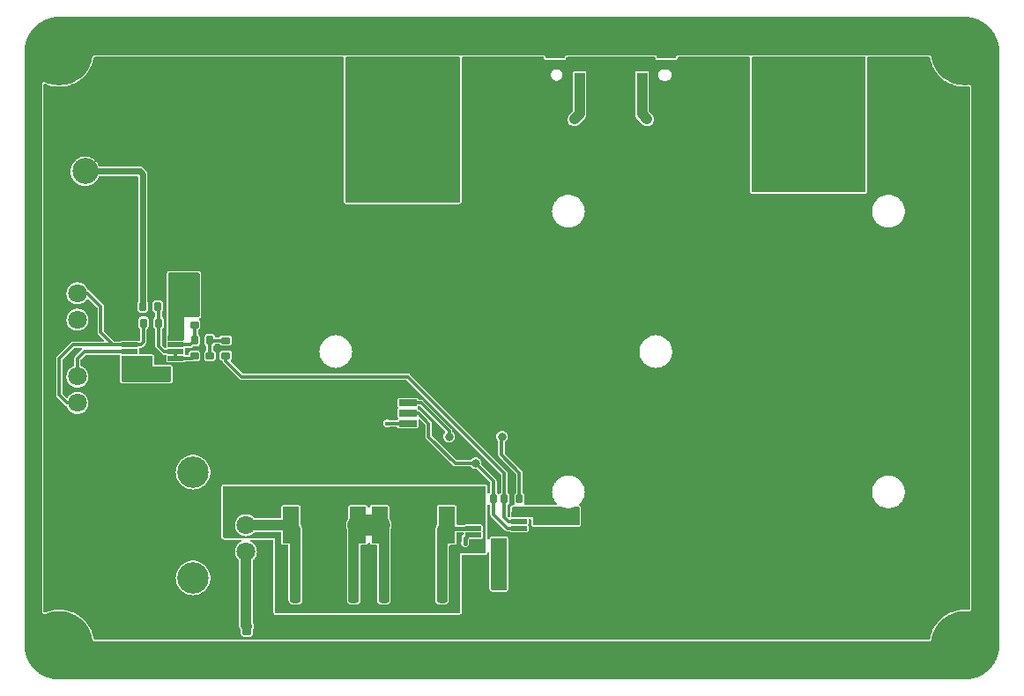
<source format=gbr>
%FSLAX46Y46*%
%MOMM*%
%ADD12C,0.200000*%
%ADD10C,0.300000*%
%ADD13C,0.400000*%
%ADD14C,0.600000*%
%ADD11C,1.000000*%
%ADD15C,2.000000*%
%AMPS33*
1,1,3.013000,0.000000,0.000000*
%
%ADD33PS33*%
%AMPS19*
1,1,2.600000,0.000000,0.000000*
%
%ADD19PS19*%
%AMPS34*
1,1,1.800000,0.000000,0.000000*
%
%ADD34PS34*%
%AMPS27*
1,1,2.470000,0.000000,0.000000*
%
%ADD27PS27*%
%AMPS20*
1,1,2.500000,0.000000,0.000000*
%
%ADD20PS20*%
%AMPS35*
1,1,1.800000,0.000000,0.000000*
%
%ADD35PS35*%
%AMPS37*
1,1,0.800000,0.000000,0.000000*
%
%ADD37PS37*%
%AMPS26*
1,1,6.450000,0.000000,0.000000*
%
%ADD26PS26*%
%AMPS17*
21,1,0.600000,1.700000,0.000000,0.000000,90.000000*
%
%ADD17PS17*%
%AMPS22*
21,1,0.450000,1.450000,0.000000,0.000000,90.000000*
%
%ADD22PS22*%
%AMPS23*
21,1,0.450000,1.450000,0.000000,0.000000,270.000000*
%
%ADD23PS23*%
%AMPS41*
21,1,1.000000,2.900000,0.000000,0.000000,0.000000*
%
%ADD41PS41*%
%AMPS42*
21,1,1.800000,3.600000,0.000000,0.000000,0.000000*
%
%ADD42PS42*%
%AMPS18*
21,1,1.000000,2.800000,0.000000,0.000000,90.000000*
%
%ADD18PS18*%
%AMPS32*
21,1,2.500000,7.500000,0.000000,0.000000,0.000000*
%
%ADD32PS32*%
%AMPS38*
21,1,2.500000,7.500000,0.000000,0.000000,180.000000*
%
%ADD38PS38*%
%AMPS31*
21,1,1.550000,3.500000,0.000000,0.000000,0.000000*
%
%ADD31PS31*%
%AMPS44*
1,1,0.450000,0.000000,0.000000*
%
%ADD44PS44*%
%AMPS40*
1,1,0.360000,0.220000,-0.195000*
1,1,0.360000,-0.220000,0.195000*
1,1,0.360000,0.220000,0.195000*
21,1,0.800000,0.390000,0.000000,0.000000,0.000000*
21,1,0.440000,0.750000,0.000000,0.000000,0.000000*
1,1,0.360000,-0.220000,-0.195000*
%
%ADD40PS40*%
%AMPS28*
1,1,0.360000,-0.220000,0.195000*
1,1,0.360000,0.220000,-0.195000*
1,1,0.360000,-0.220000,-0.195000*
21,1,0.800000,0.390000,0.000000,0.000000,180.000000*
21,1,0.440000,0.750000,0.000000,0.000000,180.000000*
1,1,0.360000,0.220000,0.195000*
%
%ADD28PS28*%
%AMPS36*
1,1,0.360000,-0.195000,-0.220000*
1,1,0.360000,0.195000,0.220000*
1,1,0.360000,0.195000,-0.220000*
21,1,0.800000,0.390000,0.000000,0.000000,270.000000*
21,1,0.440000,0.750000,0.000000,0.000000,270.000000*
1,1,0.360000,-0.195000,0.220000*
%
%ADD36PS36*%
%AMPS21*
1,1,0.500000,-0.250000,2.250000*
1,1,0.500000,0.250000,-2.250000*
1,1,0.500000,-0.250000,-2.250000*
21,1,1.000000,4.500000,0.000000,0.000000,180.000000*
21,1,0.500000,5.000000,0.000000,0.000000,180.000000*
1,1,0.500000,0.250000,2.250000*
%
%ADD21PS21*%
%AMPS43*
1,1,0.440000,0.230000,-0.630000*
1,1,0.440000,-0.230000,0.630000*
1,1,0.440000,0.230000,0.630000*
21,1,0.900000,1.260000,0.000000,0.000000,0.000000*
21,1,0.460000,1.700000,0.000000,0.000000,0.000000*
1,1,0.440000,-0.230000,-0.630000*
%
%ADD43PS43*%
%AMPS29*
1,1,0.500000,-0.250000,1.000000*
1,1,0.500000,0.250000,-1.000000*
1,1,0.500000,-0.250000,-1.000000*
21,1,1.000000,2.000000,0.000000,0.000000,180.000000*
21,1,0.500000,2.500000,0.000000,0.000000,180.000000*
1,1,0.500000,0.250000,1.000000*
%
%ADD29PS29*%
%AMPS30*
1,1,0.500000,-1.000000,-0.250000*
1,1,0.500000,1.000000,0.250000*
1,1,0.500000,1.000000,-0.250000*
21,1,1.000000,2.000000,0.000000,0.000000,270.000000*
21,1,0.500000,2.500000,0.000000,0.000000,270.000000*
1,1,0.500000,-1.000000,0.250000*
%
%ADD30PS30*%
%AMPS24*
1,1,0.240000,0.205000,-0.330000*
1,1,0.240000,-0.205000,0.330000*
1,1,0.240000,0.205000,0.330000*
21,1,0.650000,0.660000,0.000000,0.000000,0.000000*
21,1,0.410000,0.900000,0.000000,0.000000,0.000000*
1,1,0.240000,-0.205000,-0.330000*
%
%ADD24PS24*%
%AMPS39*
1,1,0.240000,0.330000,0.205000*
1,1,0.240000,-0.330000,-0.205000*
1,1,0.240000,-0.330000,0.205000*
21,1,0.650000,0.660000,0.000000,0.000000,90.000000*
21,1,0.410000,0.900000,0.000000,0.000000,90.000000*
1,1,0.240000,0.330000,-0.205000*
%
%ADD39PS39*%
%AMPS16*
1,1,0.240000,-0.205000,0.330000*
1,1,0.240000,0.205000,-0.330000*
1,1,0.240000,-0.205000,-0.330000*
21,1,0.650000,0.660000,0.000000,0.000000,180.000000*
21,1,0.410000,0.900000,0.000000,0.000000,180.000000*
1,1,0.240000,0.205000,0.330000*
%
%ADD16PS16*%
%AMPS25*
1,1,0.240000,-0.330000,-0.205000*
1,1,0.240000,0.330000,0.205000*
1,1,0.240000,0.330000,-0.205000*
21,1,0.650000,0.660000,0.000000,0.000000,270.000000*
21,1,0.410000,0.900000,0.000000,0.000000,270.000000*
1,1,0.240000,-0.330000,0.205000*
%
%ADD25PS25*%
G01*
%LPD*%
G36*
X90498435Y-31840000D02*
X90499664Y-31839992D01*
X90580721Y-31838996D01*
X90583171Y-31838936D01*
X90662645Y-31836010D01*
X90665099Y-31835890D01*
X90744507Y-31831011D01*
X90746954Y-31830830D01*
X90826137Y-31824011D01*
X90828579Y-31823771D01*
X90907615Y-31815006D01*
X90910051Y-31814705D01*
X90988894Y-31803997D01*
X90991322Y-31803637D01*
X91069771Y-31791014D01*
X91072189Y-31790595D01*
X91150386Y-31776036D01*
X91152793Y-31775557D01*
X91230629Y-31759079D01*
X91233023Y-31758541D01*
X91310336Y-31740181D01*
X91312718Y-31739584D01*
X91389633Y-31719311D01*
X91391998Y-31718657D01*
X91468373Y-31696509D01*
X91470722Y-31695797D01*
X91546524Y-31671783D01*
X91548854Y-31671013D01*
X91624018Y-31645155D01*
X91626329Y-31644328D01*
X91700924Y-31616600D01*
X91703213Y-31615717D01*
X91776998Y-31586210D01*
X91779266Y-31585271D01*
X91852389Y-31553926D01*
X91854633Y-31552931D01*
X91926909Y-31519826D01*
X91929128Y-31518776D01*
X92000589Y-31483898D01*
X92002781Y-31482795D01*
X92073378Y-31446167D01*
X92075543Y-31445010D01*
X92145212Y-31406664D01*
X92147347Y-31405454D01*
X92216019Y-31365431D01*
X92218124Y-31364169D01*
X92285844Y-31322441D01*
X92287918Y-31321128D01*
X92354577Y-31277761D01*
X92356617Y-31276398D01*
X92422167Y-31231426D01*
X92424173Y-31230013D01*
X92488648Y-31183411D01*
X92490620Y-31181949D01*
X92553857Y-31133835D01*
X92555792Y-31132325D01*
X92617924Y-31082598D01*
X92619822Y-31081040D01*
X92680661Y-31029848D01*
X92682518Y-31028246D01*
X92742056Y-30975601D01*
X92743876Y-30973952D01*
X92802188Y-30919782D01*
X92803964Y-30918091D01*
X92860849Y-30862586D01*
X92862586Y-30860849D01*
X92918091Y-30803964D01*
X92919782Y-30802188D01*
X92973952Y-30743876D01*
X92975601Y-30742056D01*
X93028246Y-30682518D01*
X93029848Y-30680661D01*
X93081040Y-30619822D01*
X93082598Y-30617924D01*
X93132325Y-30555792D01*
X93133835Y-30553857D01*
X93181949Y-30490620D01*
X93183411Y-30488648D01*
X93230013Y-30424173D01*
X93231426Y-30422167D01*
X93276398Y-30356617D01*
X93277761Y-30354577D01*
X93321128Y-30287918D01*
X93322441Y-30285844D01*
X93364169Y-30218124D01*
X93365431Y-30216019D01*
X93405454Y-30147347D01*
X93406664Y-30145212D01*
X93445010Y-30075543D01*
X93446167Y-30073378D01*
X93482795Y-30002781D01*
X93483898Y-30000589D01*
X93518776Y-29929128D01*
X93519826Y-29926909D01*
X93552931Y-29854633D01*
X93553926Y-29852389D01*
X93585271Y-29779266D01*
X93586210Y-29776998D01*
X93615717Y-29703213D01*
X93616600Y-29700924D01*
X93644328Y-29626329D01*
X93645155Y-29624018D01*
X93671013Y-29548854D01*
X93671783Y-29546524D01*
X93695797Y-29470722D01*
X93696509Y-29468373D01*
X93718657Y-29391998D01*
X93719311Y-29389633D01*
X93739584Y-29312718D01*
X93740181Y-29310336D01*
X93758541Y-29233023D01*
X93759079Y-29230629D01*
X93775557Y-29152793D01*
X93776036Y-29150386D01*
X93790595Y-29072189D01*
X93791014Y-29069771D01*
X93803637Y-28991322D01*
X93803997Y-28988894D01*
X93814705Y-28910051D01*
X93815006Y-28907615D01*
X93823771Y-28828579D01*
X93824011Y-28826137D01*
X93830830Y-28746954D01*
X93831011Y-28744507D01*
X93835890Y-28665099D01*
X93836010Y-28662645D01*
X93838936Y-28583171D01*
X93838996Y-28580721D01*
X93839992Y-28499664D01*
X93840000Y-28498435D01*
X93840000Y28498435D01*
X93839992Y28499664D01*
X93838996Y28580721D01*
X93838936Y28583171D01*
X93836010Y28662645D01*
X93835890Y28665099D01*
X93831011Y28744507D01*
X93830830Y28746954D01*
X93824011Y28826137D01*
X93823771Y28828579D01*
X93815006Y28907615D01*
X93814705Y28910051D01*
X93803997Y28988894D01*
X93803637Y28991322D01*
X93791014Y29069771D01*
X93790595Y29072189D01*
X93776036Y29150386D01*
X93775557Y29152793D01*
X93759079Y29230629D01*
X93758541Y29233023D01*
X93740181Y29310336D01*
X93739584Y29312718D01*
X93719311Y29389633D01*
X93718657Y29391998D01*
X93696509Y29468373D01*
X93695797Y29470722D01*
X93671783Y29546524D01*
X93671013Y29548854D01*
X93645155Y29624018D01*
X93644328Y29626329D01*
X93616600Y29700924D01*
X93615717Y29703213D01*
X93586210Y29776998D01*
X93585271Y29779266D01*
X93553926Y29852389D01*
X93552931Y29854633D01*
X93519826Y29926909D01*
X93518776Y29929128D01*
X93483898Y30000589D01*
X93482795Y30002781D01*
X93446167Y30073378D01*
X93445010Y30075543D01*
X93406664Y30145212D01*
X93405454Y30147347D01*
X93365431Y30216019D01*
X93364169Y30218124D01*
X93322441Y30285844D01*
X93321128Y30287918D01*
X93277761Y30354577D01*
X93276398Y30356617D01*
X93231426Y30422167D01*
X93230013Y30424173D01*
X93183411Y30488648D01*
X93181949Y30490620D01*
X93133835Y30553857D01*
X93132325Y30555792D01*
X93082598Y30617924D01*
X93081040Y30619822D01*
X93029848Y30680661D01*
X93028246Y30682518D01*
X92975601Y30742056D01*
X92973952Y30743876D01*
X92919782Y30802188D01*
X92918091Y30803964D01*
X92862586Y30860849D01*
X92860849Y30862586D01*
X92803964Y30918091D01*
X92802188Y30919782D01*
X92743876Y30973952D01*
X92742056Y30975601D01*
X92682518Y31028246D01*
X92680661Y31029848D01*
X92619822Y31081040D01*
X92617924Y31082598D01*
X92555792Y31132325D01*
X92553857Y31133835D01*
X92490620Y31181949D01*
X92488648Y31183411D01*
X92424173Y31230013D01*
X92422167Y31231426D01*
X92356617Y31276398D01*
X92354577Y31277761D01*
X92287918Y31321128D01*
X92285844Y31322441D01*
X92218124Y31364169D01*
X92216019Y31365431D01*
X92147347Y31405454D01*
X92145212Y31406664D01*
X92075543Y31445010D01*
X92073378Y31446167D01*
X92002781Y31482795D01*
X92000589Y31483898D01*
X91929128Y31518776D01*
X91926909Y31519826D01*
X91854633Y31552931D01*
X91852389Y31553926D01*
X91779266Y31585271D01*
X91776998Y31586210D01*
X91703213Y31615717D01*
X91700924Y31616600D01*
X91626329Y31644328D01*
X91624018Y31645155D01*
X91548854Y31671013D01*
X91546524Y31671783D01*
X91470722Y31695797D01*
X91468373Y31696509D01*
X91391998Y31718657D01*
X91389633Y31719311D01*
X91312718Y31739584D01*
X91310336Y31740181D01*
X91233023Y31758541D01*
X91230629Y31759079D01*
X91152793Y31775557D01*
X91150386Y31776036D01*
X91072189Y31790595D01*
X91069771Y31791014D01*
X90991322Y31803637D01*
X90988894Y31803997D01*
X90910051Y31814705D01*
X90907615Y31815006D01*
X90828579Y31823771D01*
X90826137Y31824011D01*
X90746954Y31830830D01*
X90744507Y31831011D01*
X90665099Y31835890D01*
X90662645Y31836010D01*
X90583171Y31838936D01*
X90580721Y31838996D01*
X90499664Y31839992D01*
X90498435Y31840000D01*
X3501564Y31840000D01*
X3500335Y31839992D01*
X3419277Y31838996D01*
X3416827Y31838936D01*
X3337353Y31836010D01*
X3334899Y31835890D01*
X3255491Y31831011D01*
X3253044Y31830830D01*
X3173861Y31824011D01*
X3171419Y31823771D01*
X3092383Y31815006D01*
X3089947Y31814705D01*
X3011104Y31803997D01*
X3008676Y31803637D01*
X2930227Y31791014D01*
X2927809Y31790595D01*
X2849612Y31776036D01*
X2847205Y31775557D01*
X2769369Y31759079D01*
X2766975Y31758541D01*
X2689662Y31740181D01*
X2687280Y31739584D01*
X2610365Y31719311D01*
X2608000Y31718657D01*
X2531625Y31696509D01*
X2529276Y31695797D01*
X2453462Y31671779D01*
X2451133Y31671009D01*
X2375993Y31645160D01*
X2373681Y31644333D01*
X2299089Y31616606D01*
X2296799Y31615722D01*
X2222968Y31586196D01*
X2220700Y31585257D01*
X2147614Y31553927D01*
X2145372Y31552933D01*
X2073102Y31519832D01*
X2070882Y31518782D01*
X1999392Y31483889D01*
X1997201Y31482787D01*
X1926637Y31446177D01*
X1924472Y31445019D01*
X1854793Y31406668D01*
X1852656Y31405458D01*
X1783966Y31365423D01*
X1781863Y31364162D01*
X1714160Y31322446D01*
X1712084Y31321132D01*
X1645420Y31277761D01*
X1643381Y31276398D01*
X1577831Y31231426D01*
X1575825Y31230013D01*
X1511350Y31183411D01*
X1509378Y31181949D01*
X1446141Y31133835D01*
X1444206Y31132325D01*
X1382074Y31082598D01*
X1380176Y31081040D01*
X1319356Y31029864D01*
X1317498Y31028261D01*
X1257906Y30975567D01*
X1256088Y30973920D01*
X1197829Y30919801D01*
X1196052Y30918108D01*
X1139149Y30862585D01*
X1137412Y30860849D01*
X1081907Y30803964D01*
X1080216Y30802188D01*
X1026046Y30743876D01*
X1024397Y30742056D01*
X971752Y30682518D01*
X970149Y30680660D01*
X918946Y30619807D01*
X917389Y30617910D01*
X867686Y30555808D01*
X866177Y30553874D01*
X818039Y30490606D01*
X816577Y30488634D01*
X769995Y30424188D01*
X768581Y30422181D01*
X723595Y30356610D01*
X722231Y30354569D01*
X678876Y30287927D01*
X677563Y30285854D01*
X635829Y30218124D01*
X634568Y30216019D01*
X594545Y30147347D01*
X593335Y30145212D01*
X554989Y30075543D01*
X553832Y30073378D01*
X517204Y30002781D01*
X516101Y30000589D01*
X481223Y29929128D01*
X480174Y29926910D01*
X447062Y29854620D01*
X446066Y29852374D01*
X414736Y29779284D01*
X413798Y29777019D01*
X384277Y29703203D01*
X383393Y29700911D01*
X355668Y29626322D01*
X354841Y29624011D01*
X328990Y29548865D01*
X328220Y29546536D01*
X304202Y29470722D01*
X303490Y29468373D01*
X281342Y29391998D01*
X280688Y29389633D01*
X260415Y29312718D01*
X259818Y29310336D01*
X241458Y29233023D01*
X240920Y29230629D01*
X224442Y29152793D01*
X223963Y29150386D01*
X209404Y29072189D01*
X208985Y29069771D01*
X196362Y28991322D01*
X196002Y28988894D01*
X185294Y28910051D01*
X184993Y28907615D01*
X176228Y28828579D01*
X175988Y28826137D01*
X169169Y28746954D01*
X168988Y28744507D01*
X164109Y28665099D01*
X163989Y28662645D01*
X161063Y28583171D01*
X161003Y28580720D01*
X160008Y28499668D01*
X160000Y28498440D01*
X160000Y-28498440D01*
X160008Y-28499668D01*
X161003Y-28580720D01*
X161063Y-28583171D01*
X163989Y-28662645D01*
X164109Y-28665099D01*
X168988Y-28744507D01*
X169169Y-28746954D01*
X175988Y-28826137D01*
X176228Y-28828579D01*
X184993Y-28907615D01*
X185294Y-28910051D01*
X196002Y-28988894D01*
X196362Y-28991322D01*
X208985Y-29069771D01*
X209404Y-29072189D01*
X223963Y-29150386D01*
X224442Y-29152793D01*
X240920Y-29230629D01*
X241458Y-29233023D01*
X259818Y-29310336D01*
X260415Y-29312718D01*
X280688Y-29389633D01*
X281342Y-29391998D01*
X303490Y-29468373D01*
X304202Y-29470722D01*
X328220Y-29546536D01*
X328990Y-29548865D01*
X354841Y-29624011D01*
X355668Y-29626322D01*
X383393Y-29700911D01*
X384277Y-29703203D01*
X413798Y-29777019D01*
X414736Y-29779284D01*
X446066Y-29852374D01*
X447062Y-29854620D01*
X480174Y-29926910D01*
X481223Y-29929128D01*
X516101Y-30000589D01*
X517204Y-30002781D01*
X553832Y-30073378D01*
X554989Y-30075543D01*
X593335Y-30145212D01*
X594545Y-30147347D01*
X634568Y-30216019D01*
X635829Y-30218124D01*
X677563Y-30285854D01*
X678876Y-30287927D01*
X722231Y-30354569D01*
X723595Y-30356610D01*
X768581Y-30422181D01*
X769995Y-30424188D01*
X816577Y-30488634D01*
X818039Y-30490606D01*
X866177Y-30553874D01*
X867686Y-30555808D01*
X917389Y-30617910D01*
X918946Y-30619807D01*
X970149Y-30680660D01*
X971752Y-30682518D01*
X1024397Y-30742056D01*
X1026046Y-30743876D01*
X1080216Y-30802188D01*
X1081907Y-30803964D01*
X1137412Y-30860849D01*
X1139149Y-30862585D01*
X1196052Y-30918108D01*
X1197829Y-30919801D01*
X1256088Y-30973920D01*
X1257906Y-30975567D01*
X1317498Y-31028261D01*
X1319356Y-31029864D01*
X1380176Y-31081040D01*
X1382074Y-31082598D01*
X1444206Y-31132325D01*
X1446141Y-31133835D01*
X1509378Y-31181949D01*
X1511350Y-31183411D01*
X1575825Y-31230013D01*
X1577831Y-31231426D01*
X1643381Y-31276398D01*
X1645420Y-31277761D01*
X1712084Y-31321132D01*
X1714160Y-31322446D01*
X1781863Y-31364162D01*
X1783966Y-31365423D01*
X1852656Y-31405458D01*
X1854793Y-31406668D01*
X1924472Y-31445019D01*
X1926637Y-31446177D01*
X1997201Y-31482787D01*
X1999392Y-31483889D01*
X2070882Y-31518782D01*
X2073102Y-31519832D01*
X2145372Y-31552933D01*
X2147614Y-31553927D01*
X2220700Y-31585257D01*
X2222968Y-31586196D01*
X2296799Y-31615722D01*
X2299089Y-31616606D01*
X2373681Y-31644333D01*
X2375993Y-31645160D01*
X2451133Y-31671009D01*
X2453462Y-31671779D01*
X2529276Y-31695797D01*
X2531625Y-31696509D01*
X2608000Y-31718657D01*
X2610365Y-31719311D01*
X2687280Y-31739584D01*
X2689662Y-31740181D01*
X2766975Y-31758541D01*
X2769369Y-31759079D01*
X2847205Y-31775557D01*
X2849612Y-31776036D01*
X2927809Y-31790595D01*
X2930227Y-31791014D01*
X3008676Y-31803637D01*
X3011104Y-31803997D01*
X3089947Y-31814705D01*
X3092383Y-31815006D01*
X3171419Y-31823771D01*
X3173861Y-31824011D01*
X3253044Y-31830830D01*
X3255491Y-31831011D01*
X3334899Y-31835890D01*
X3337353Y-31836010D01*
X3416827Y-31838936D01*
X3419277Y-31838996D01*
X3500335Y-31839992D01*
X3501564Y-31840000D01*
X90498435Y-31840000D01*
D02*
G37*
%LPC*%
G36*
X87069837Y-28155000D02*
X6927925Y-28155000D01*
X6905253Y-28153743D01*
X6893788Y-28152468D01*
X6832599Y-28135776D01*
X6806824Y-28124208D01*
X6785358Y-28112569D01*
X6749002Y-28082118D01*
X6728742Y-28060294D01*
X6713518Y-28041207D01*
X6691921Y-27998996D01*
X6682206Y-27972179D01*
X6672173Y-27932461D01*
X6664313Y-27879470D01*
X6663475Y-27874642D01*
X6661986Y-27867153D01*
X6660909Y-27862356D01*
X6588249Y-27572284D01*
X6586941Y-27567556D01*
X6584735Y-27560283D01*
X6583194Y-27555620D01*
X6482450Y-27274060D01*
X6480687Y-27269487D01*
X6477779Y-27262465D01*
X6475787Y-27257971D01*
X6347917Y-26987615D01*
X6345711Y-26983232D01*
X6342140Y-26976551D01*
X6339720Y-26972280D01*
X6185966Y-26715755D01*
X6183339Y-26711607D01*
X6179128Y-26705305D01*
X6176303Y-26701293D01*
X5998147Y-26461079D01*
X5995131Y-26457214D01*
X5990315Y-26451345D01*
X5987105Y-26447624D01*
X5786274Y-26226041D01*
X5782890Y-26222486D01*
X5777514Y-26217110D01*
X5773959Y-26213726D01*
X5552376Y-26012895D01*
X5548655Y-26009685D01*
X5542786Y-26004869D01*
X5538921Y-26001853D01*
X5298707Y-25823697D01*
X5294695Y-25820872D01*
X5288393Y-25816661D01*
X5284245Y-25814034D01*
X5027720Y-25660280D01*
X5023449Y-25657860D01*
X5016768Y-25654289D01*
X5012385Y-25652083D01*
X4742029Y-25524213D01*
X4737535Y-25522221D01*
X4730513Y-25519313D01*
X4725940Y-25517550D01*
X4444380Y-25416806D01*
X4439717Y-25415265D01*
X4432444Y-25413059D01*
X4427716Y-25411751D01*
X4137638Y-25339090D01*
X4132858Y-25338016D01*
X4125381Y-25336528D01*
X4120536Y-25335687D01*
X3824718Y-25291808D01*
X3819861Y-25291209D01*
X3812318Y-25290465D01*
X3807409Y-25290102D01*
X3508692Y-25275427D01*
X3503785Y-25275307D01*
X3496215Y-25275307D01*
X3491308Y-25275427D01*
X3192591Y-25290102D01*
X3187682Y-25290465D01*
X3180139Y-25291209D01*
X3175282Y-25291808D01*
X2879464Y-25335687D01*
X2874619Y-25336528D01*
X2867142Y-25338016D01*
X2862362Y-25339090D01*
X2572284Y-25411751D01*
X2567556Y-25413059D01*
X2560283Y-25415265D01*
X2555620Y-25416806D01*
X2274073Y-25517545D01*
X2269487Y-25519314D01*
X2262451Y-25522229D01*
X2257971Y-25524215D01*
X2213668Y-25545168D01*
X2174137Y-25559121D01*
X2143308Y-25566562D01*
X2118283Y-25570589D01*
X2071019Y-25568550D01*
X2041661Y-25563557D01*
X2017969Y-25557673D01*
X1975143Y-25537312D01*
X1950052Y-25521261D01*
X1930532Y-25506602D01*
X1899040Y-25471151D01*
X1882200Y-25446589D01*
X1869943Y-25425476D01*
X1854772Y-25380550D01*
X1849098Y-25352605D01*
X1845000Y-25311831D01*
X1845000Y25311721D01*
X1849287Y25353409D01*
X1855739Y25384449D01*
X1862806Y25408815D01*
X1884855Y25450663D01*
X1901921Y25475068D01*
X1917371Y25493969D01*
X1954090Y25523981D01*
X1979318Y25539793D01*
X2000917Y25551172D01*
X2046437Y25564486D01*
X2075827Y25569205D01*
X2100158Y25571259D01*
X2147262Y25565765D01*
X2174957Y25558945D01*
X2213557Y25545221D01*
X2257971Y25524215D01*
X2262451Y25522229D01*
X2269487Y25519314D01*
X2274073Y25517545D01*
X2555620Y25416806D01*
X2560283Y25415265D01*
X2567556Y25413059D01*
X2572284Y25411751D01*
X2862362Y25339090D01*
X2867142Y25338016D01*
X2874619Y25336528D01*
X2879464Y25335687D01*
X3175282Y25291808D01*
X3180139Y25291209D01*
X3187682Y25290465D01*
X3192591Y25290102D01*
X3491308Y25275427D01*
X3496215Y25275307D01*
X3503785Y25275307D01*
X3508692Y25275427D01*
X3807409Y25290102D01*
X3812318Y25290465D01*
X3819861Y25291209D01*
X3824718Y25291808D01*
X4120536Y25335687D01*
X4125381Y25336528D01*
X4132858Y25338016D01*
X4137638Y25339090D01*
X4427716Y25411751D01*
X4432444Y25413059D01*
X4439717Y25415265D01*
X4444380Y25416806D01*
X4725940Y25517550D01*
X4730513Y25519313D01*
X4737535Y25522221D01*
X4742029Y25524213D01*
X5012385Y25652083D01*
X5016768Y25654289D01*
X5023449Y25657860D01*
X5027720Y25660280D01*
X5284245Y25814034D01*
X5288393Y25816661D01*
X5294695Y25820872D01*
X5298707Y25823697D01*
X5538921Y26001853D01*
X5542786Y26004869D01*
X5548655Y26009685D01*
X5552376Y26012895D01*
X5773959Y26213726D01*
X5777514Y26217110D01*
X5782890Y26222486D01*
X5786274Y26226041D01*
X5987105Y26447624D01*
X5990315Y26451345D01*
X5995131Y26457214D01*
X5998147Y26461079D01*
X6176303Y26701293D01*
X6179128Y26705305D01*
X6183339Y26711607D01*
X6185966Y26715755D01*
X6339720Y26972280D01*
X6342140Y26976551D01*
X6345711Y26983232D01*
X6347917Y26987615D01*
X6475787Y27257971D01*
X6477779Y27262465D01*
X6480687Y27269487D01*
X6482450Y27274060D01*
X6583194Y27555620D01*
X6584735Y27560283D01*
X6586941Y27567556D01*
X6588249Y27572284D01*
X6660909Y27862356D01*
X6661986Y27867153D01*
X6663475Y27874642D01*
X6664313Y27879470D01*
X6672503Y27934681D01*
X6677067Y27956898D01*
X6680015Y27968067D01*
X6705500Y28026136D01*
X6720733Y28049948D01*
X6735392Y28069468D01*
X6770843Y28100960D01*
X6795405Y28117800D01*
X6816518Y28130057D01*
X6861444Y28145228D01*
X6889389Y28150902D01*
X6930163Y28155000D01*
X30740392Y28155000D01*
X30777948Y28151528D01*
X30806162Y28146266D01*
X30826670Y28140998D01*
X30875529Y28117770D01*
X30875876Y28118500D01*
X30905558Y28107025D01*
X30945337Y28108290D01*
X30972541Y28119126D01*
X30991370Y28130057D01*
X31036296Y28145228D01*
X31064241Y28150902D01*
X31105015Y28155000D01*
X41895392Y28155000D01*
X41932948Y28151528D01*
X41961162Y28146266D01*
X41981670Y28140998D01*
X42030529Y28117770D01*
X42030876Y28118500D01*
X42060558Y28107025D01*
X42100337Y28108290D01*
X42127541Y28119126D01*
X42146370Y28130057D01*
X42191296Y28145228D01*
X42219241Y28150902D01*
X42260015Y28155000D01*
X44857781Y28155000D01*
X44872858Y28154444D01*
X44883886Y28153630D01*
X44898871Y28151968D01*
X44899627Y28151856D01*
X44904466Y28151259D01*
X44911603Y28150555D01*
X44918977Y28150102D01*
X44921925Y28150030D01*
X44924367Y28150000D01*
X45575633Y28150000D01*
X45578075Y28150030D01*
X45581023Y28150102D01*
X45588397Y28150555D01*
X45595534Y28151259D01*
X45600373Y28151856D01*
X45601129Y28151968D01*
X45616114Y28153630D01*
X45627142Y28154444D01*
X45642219Y28155000D01*
X49990392Y28155000D01*
X50027948Y28151528D01*
X50056162Y28146266D01*
X50076670Y28140998D01*
X50119857Y28120466D01*
X50144948Y28104415D01*
X50164468Y28089756D01*
X50195960Y28054305D01*
X50212800Y28029743D01*
X50225057Y28008630D01*
X50240228Y27963704D01*
X50246900Y27930844D01*
X50248226Y27931113D01*
X50257271Y27901958D01*
X50282956Y27871555D01*
X50318464Y27853578D01*
X50344975Y27850000D01*
X51954928Y27850000D01*
X51993932Y27857920D01*
X52026757Y27880425D01*
X52053233Y27931667D01*
X52058733Y27961160D01*
X52064002Y27981670D01*
X52084534Y28024857D01*
X52100585Y28049948D01*
X52115244Y28069468D01*
X52150695Y28100960D01*
X52175257Y28117800D01*
X52196370Y28130057D01*
X52241296Y28145228D01*
X52269241Y28150902D01*
X52310015Y28155000D01*
X60690392Y28155000D01*
X60727948Y28151528D01*
X60756162Y28146266D01*
X60776670Y28140998D01*
X60819857Y28120466D01*
X60844948Y28104415D01*
X60864468Y28089756D01*
X60895960Y28054305D01*
X60912800Y28029743D01*
X60925057Y28008630D01*
X60940228Y27963704D01*
X60946900Y27930844D01*
X60948226Y27931113D01*
X60957271Y27901958D01*
X60982956Y27871555D01*
X61018464Y27853578D01*
X61044975Y27850000D01*
X62654928Y27850000D01*
X62693932Y27857920D01*
X62726757Y27880425D01*
X62753233Y27931667D01*
X62758733Y27961160D01*
X62764002Y27981670D01*
X62784534Y28024857D01*
X62800585Y28049948D01*
X62815244Y28069468D01*
X62850695Y28100960D01*
X62875257Y28117800D01*
X62896370Y28130057D01*
X62941296Y28145228D01*
X62969241Y28150902D01*
X63010015Y28155000D01*
X69740392Y28155000D01*
X69777948Y28151528D01*
X69806162Y28146266D01*
X69826670Y28140998D01*
X69875529Y28117770D01*
X69875876Y28118500D01*
X69905558Y28107025D01*
X69945337Y28108290D01*
X69972541Y28119126D01*
X69991370Y28130057D01*
X70036296Y28145228D01*
X70064241Y28150902D01*
X70105015Y28155000D01*
X80895392Y28155000D01*
X80932948Y28151528D01*
X80961162Y28146266D01*
X80981670Y28140998D01*
X81030529Y28117770D01*
X81030876Y28118500D01*
X81060558Y28107025D01*
X81100337Y28108290D01*
X81127541Y28119126D01*
X81146370Y28130057D01*
X81191296Y28145228D01*
X81219241Y28150902D01*
X81260015Y28155000D01*
X87072075Y28155000D01*
X87094747Y28153743D01*
X87106212Y28152468D01*
X87167401Y28135776D01*
X87193176Y28124208D01*
X87214642Y28112569D01*
X87250998Y28082118D01*
X87271258Y28060294D01*
X87286482Y28041207D01*
X87308079Y27998996D01*
X87317794Y27972179D01*
X87327827Y27932461D01*
X87335687Y27879470D01*
X87336525Y27874642D01*
X87338014Y27867153D01*
X87339091Y27862356D01*
X87411751Y27572284D01*
X87413059Y27567556D01*
X87415265Y27560283D01*
X87416806Y27555620D01*
X87517550Y27274060D01*
X87519313Y27269487D01*
X87522221Y27262465D01*
X87524213Y27257971D01*
X87652083Y26987615D01*
X87654289Y26983232D01*
X87657860Y26976551D01*
X87660280Y26972280D01*
X87814034Y26715755D01*
X87816661Y26711607D01*
X87820872Y26705305D01*
X87823697Y26701293D01*
X88001853Y26461079D01*
X88004869Y26457214D01*
X88009685Y26451345D01*
X88012895Y26447624D01*
X88213726Y26226041D01*
X88217110Y26222486D01*
X88222486Y26217110D01*
X88226041Y26213726D01*
X88447624Y26012895D01*
X88451345Y26009685D01*
X88457214Y26004869D01*
X88461079Y26001853D01*
X88701293Y25823697D01*
X88705305Y25820872D01*
X88711607Y25816661D01*
X88715755Y25814034D01*
X88972280Y25660280D01*
X88976551Y25657860D01*
X88983232Y25654289D01*
X88987615Y25652083D01*
X89257971Y25524213D01*
X89262465Y25522221D01*
X89269487Y25519313D01*
X89274060Y25517550D01*
X89555620Y25416806D01*
X89560283Y25415265D01*
X89567556Y25413059D01*
X89572284Y25411751D01*
X89862362Y25339090D01*
X89867142Y25338016D01*
X89874619Y25336528D01*
X89879464Y25335687D01*
X90175282Y25291808D01*
X90180139Y25291209D01*
X90187682Y25290465D01*
X90192591Y25290102D01*
X90491308Y25275427D01*
X90496215Y25275307D01*
X90503785Y25275307D01*
X90508692Y25275427D01*
X90807419Y25290103D01*
X90812318Y25290465D01*
X90819848Y25291207D01*
X90824714Y25291807D01*
X90856199Y25296477D01*
X90908880Y25297438D01*
X90948013Y25293086D01*
X90983350Y25285384D01*
X91024857Y25265650D01*
X91049948Y25249599D01*
X91069468Y25234940D01*
X91100960Y25199489D01*
X91117800Y25174927D01*
X91130057Y25153814D01*
X91145228Y25108888D01*
X91150902Y25080943D01*
X91155000Y25040169D01*
X91155000Y-25038725D01*
X91148221Y-25090977D01*
X91138171Y-25129060D01*
X91125372Y-25162871D01*
X91099755Y-25201045D01*
X91080212Y-25223490D01*
X91062838Y-25240658D01*
X91023146Y-25266610D01*
X90996384Y-25279662D01*
X90973701Y-25288689D01*
X90927033Y-25297105D01*
X90898559Y-25298618D01*
X90857629Y-25296689D01*
X90824714Y-25291807D01*
X90819848Y-25291207D01*
X90812318Y-25290465D01*
X90807419Y-25290103D01*
X90508692Y-25275427D01*
X90503785Y-25275307D01*
X90496215Y-25275307D01*
X90491308Y-25275427D01*
X90192591Y-25290102D01*
X90187682Y-25290465D01*
X90180139Y-25291209D01*
X90175282Y-25291808D01*
X89879464Y-25335687D01*
X89874619Y-25336528D01*
X89867142Y-25338016D01*
X89862362Y-25339090D01*
X89572284Y-25411751D01*
X89567556Y-25413059D01*
X89560283Y-25415265D01*
X89555620Y-25416806D01*
X89274060Y-25517550D01*
X89269487Y-25519313D01*
X89262465Y-25522221D01*
X89257971Y-25524213D01*
X88987615Y-25652083D01*
X88983232Y-25654289D01*
X88976551Y-25657860D01*
X88972280Y-25660280D01*
X88715755Y-25814034D01*
X88711607Y-25816661D01*
X88705305Y-25820872D01*
X88701293Y-25823697D01*
X88461079Y-26001853D01*
X88457214Y-26004869D01*
X88451345Y-26009685D01*
X88447624Y-26012895D01*
X88226041Y-26213726D01*
X88222486Y-26217110D01*
X88217110Y-26222486D01*
X88213726Y-26226041D01*
X88012895Y-26447624D01*
X88009685Y-26451345D01*
X88004869Y-26457214D01*
X88001853Y-26461079D01*
X87823697Y-26701293D01*
X87820872Y-26705305D01*
X87816661Y-26711607D01*
X87814034Y-26715755D01*
X87660280Y-26972280D01*
X87657860Y-26976551D01*
X87654289Y-26983232D01*
X87652083Y-26987615D01*
X87524213Y-27257971D01*
X87522221Y-27262465D01*
X87519313Y-27269487D01*
X87517550Y-27274060D01*
X87416806Y-27555620D01*
X87415265Y-27560283D01*
X87413059Y-27567556D01*
X87411751Y-27572284D01*
X87339091Y-27862356D01*
X87338014Y-27867153D01*
X87336525Y-27874642D01*
X87335687Y-27879470D01*
X87327497Y-27934681D01*
X87322933Y-27956898D01*
X87319985Y-27968067D01*
X87294500Y-28026136D01*
X87279267Y-28049948D01*
X87264608Y-28069468D01*
X87229157Y-28100960D01*
X87204595Y-28117800D01*
X87183482Y-28130057D01*
X87138556Y-28145228D01*
X87110611Y-28150902D01*
X87069837Y-28155000D01*
D02*
G37*
%LPD*%
G36*
X41900000Y14000000D02*
X41939004Y14007920D01*
X41971829Y14030425D01*
X41993277Y14063952D01*
X42000000Y14100000D01*
X42000000Y27900000D01*
X41992080Y27939004D01*
X41969575Y27971829D01*
X41936048Y27993277D01*
X41900000Y28000000D01*
X31100000Y28000000D01*
X31060996Y27992080D01*
X31028171Y27969575D01*
X31006723Y27936048D01*
X31000000Y27900000D01*
X31000000Y14100000D01*
X31007920Y14060996D01*
X31030425Y14028171D01*
X31063952Y14006723D01*
X31100000Y14000000D01*
X41900000Y14000000D01*
D02*
G37*
%LPD*%
G36*
X80900000Y15000000D02*
X80939004Y15007920D01*
X80971829Y15030425D01*
X80993277Y15063952D01*
X81000000Y15100000D01*
X81000000Y27900000D01*
X80992080Y27939004D01*
X80969575Y27971829D01*
X80936048Y27993277D01*
X80900000Y28000000D01*
X70100000Y28000000D01*
X70060996Y27992080D01*
X70028171Y27969575D01*
X70006723Y27936048D01*
X70000000Y27900000D01*
X70000000Y15100000D01*
X70007920Y15060996D01*
X70030425Y15028171D01*
X70063952Y15006723D01*
X70100000Y15000000D01*
X80900000Y15000000D01*
D02*
G37*
%LPD*%
G36*
X87074852Y-28000000D02*
X87113856Y-27992080D01*
X87146681Y-27969575D01*
X87168129Y-27936048D01*
X87173770Y-27914672D01*
X87183285Y-27850524D01*
X87187212Y-27830779D01*
X87262917Y-27528550D01*
X87268757Y-27509298D01*
X87373718Y-27215950D01*
X87381422Y-27197352D01*
X87514636Y-26915696D01*
X87524119Y-26897954D01*
X87684298Y-26630711D01*
X87695477Y-26613979D01*
X87881082Y-26363721D01*
X87893846Y-26348169D01*
X88103078Y-26117316D01*
X88117316Y-26103078D01*
X88348169Y-25893846D01*
X88363721Y-25881082D01*
X88613979Y-25695477D01*
X88630711Y-25684298D01*
X88897954Y-25524119D01*
X88915696Y-25514636D01*
X89197352Y-25381422D01*
X89215950Y-25373718D01*
X89509298Y-25268757D01*
X89528550Y-25262917D01*
X89830779Y-25187212D01*
X89850522Y-25183285D01*
X90158738Y-25137566D01*
X90178725Y-25135597D01*
X90489951Y-25120307D01*
X90510049Y-25120307D01*
X90821275Y-25135597D01*
X90841265Y-25137566D01*
X90885328Y-25144102D01*
X90925071Y-25141990D01*
X90960844Y-25124544D01*
X90986978Y-25094528D01*
X91000000Y-25045184D01*
X91000000Y25045184D01*
X90992080Y25084188D01*
X90969575Y25117013D01*
X90936048Y25138461D01*
X90885328Y25144102D01*
X90841265Y25137566D01*
X90821275Y25135597D01*
X90510049Y25120307D01*
X90489951Y25120307D01*
X90178725Y25135597D01*
X90158738Y25137566D01*
X89850522Y25183285D01*
X89830779Y25187212D01*
X89528550Y25262917D01*
X89509298Y25268757D01*
X89215950Y25373718D01*
X89197352Y25381422D01*
X88915696Y25514636D01*
X88897954Y25524119D01*
X88630711Y25684298D01*
X88613979Y25695477D01*
X88363721Y25881082D01*
X88348169Y25893846D01*
X88117316Y26103078D01*
X88103078Y26117316D01*
X87893846Y26348169D01*
X87881082Y26363721D01*
X87695477Y26613979D01*
X87684298Y26630711D01*
X87524119Y26897954D01*
X87514636Y26915696D01*
X87381422Y27197352D01*
X87373718Y27215950D01*
X87268757Y27509298D01*
X87262917Y27528550D01*
X87187212Y27830779D01*
X87183285Y27850524D01*
X87173770Y27914672D01*
X87160213Y27952092D01*
X87133135Y27981260D01*
X87096824Y27997556D01*
X87074852Y28000000D01*
X81255000Y28000000D01*
X81215996Y27992080D01*
X81183171Y27969575D01*
X81161723Y27936048D01*
X81155000Y27900000D01*
X81155000Y15104608D01*
X81151528Y15067052D01*
X81146266Y15038838D01*
X81140998Y15018330D01*
X81120466Y14975143D01*
X81104415Y14950052D01*
X81089756Y14930532D01*
X81054305Y14899040D01*
X81029743Y14882200D01*
X81008630Y14869943D01*
X80963704Y14854772D01*
X80935759Y14849098D01*
X80894985Y14845000D01*
X70104608Y14845000D01*
X70067052Y14848472D01*
X70038838Y14853734D01*
X70018330Y14859002D01*
X69975143Y14879534D01*
X69950052Y14895585D01*
X69930532Y14910244D01*
X69899040Y14945695D01*
X69882200Y14970257D01*
X69869943Y14991370D01*
X69854772Y15036296D01*
X69849098Y15064241D01*
X69845000Y15105015D01*
X69845000Y27900000D01*
X69837080Y27939004D01*
X69814575Y27971829D01*
X69781048Y27993277D01*
X69745000Y28000000D01*
X63005000Y28000000D01*
X62965996Y27992080D01*
X62933171Y27969575D01*
X62911723Y27936048D01*
X62905000Y27900000D01*
X62905000Y27857952D01*
X62895772Y27800315D01*
X62879982Y27767021D01*
X62855336Y27737373D01*
X62824109Y27714765D01*
X62788252Y27700610D01*
X62743723Y27695000D01*
X60957952Y27695000D01*
X60900315Y27704228D01*
X60867021Y27720018D01*
X60837373Y27744664D01*
X60814765Y27775891D01*
X60800610Y27811748D01*
X60795000Y27856277D01*
X60795000Y27900000D01*
X60787080Y27939004D01*
X60764575Y27971829D01*
X60731048Y27993277D01*
X60695000Y28000000D01*
X52305000Y28000000D01*
X52265996Y27992080D01*
X52233171Y27969575D01*
X52211723Y27936048D01*
X52205000Y27900000D01*
X52205000Y27857952D01*
X52195772Y27800315D01*
X52179982Y27767021D01*
X52155336Y27737373D01*
X52124109Y27714765D01*
X52088252Y27700610D01*
X52043723Y27695000D01*
X50257952Y27695000D01*
X50200315Y27704228D01*
X50167021Y27720018D01*
X50137373Y27744664D01*
X50114765Y27775891D01*
X50100610Y27811748D01*
X50095000Y27856277D01*
X50095000Y27900000D01*
X50087080Y27939004D01*
X50064575Y27971829D01*
X50031048Y27993277D01*
X49995000Y28000000D01*
X45640378Y28000000D01*
X45625703Y27998917D01*
X45616940Y27997617D01*
X45596907Y27995643D01*
X45588858Y27995247D01*
X45578771Y27995000D01*
X44921229Y27995000D01*
X44911142Y27995247D01*
X44903093Y27995643D01*
X44883060Y27997617D01*
X44874297Y27998917D01*
X44859622Y28000000D01*
X42255000Y28000000D01*
X42215996Y27992080D01*
X42183171Y27969575D01*
X42161723Y27936048D01*
X42155000Y27900000D01*
X42155000Y14104608D01*
X42151528Y14067052D01*
X42146266Y14038838D01*
X42140998Y14018330D01*
X42120466Y13975143D01*
X42104415Y13950052D01*
X42089756Y13930532D01*
X42054305Y13899040D01*
X42029743Y13882200D01*
X42008630Y13869943D01*
X41963704Y13854772D01*
X41935759Y13849098D01*
X41894985Y13845000D01*
X31104608Y13845000D01*
X31067052Y13848472D01*
X31038838Y13853734D01*
X31018330Y13859002D01*
X30975143Y13879534D01*
X30950052Y13895585D01*
X30930532Y13910244D01*
X30899040Y13945695D01*
X30882200Y13970257D01*
X30869943Y13991370D01*
X30854772Y14036296D01*
X30849098Y14064241D01*
X30845000Y14105015D01*
X30845000Y27900000D01*
X30837080Y27939004D01*
X30814575Y27971829D01*
X30781048Y27993277D01*
X30745000Y28000000D01*
X6925148Y28000000D01*
X6886144Y27992080D01*
X6853319Y27969575D01*
X6831871Y27936048D01*
X6826230Y27914672D01*
X6816715Y27850524D01*
X6812788Y27830779D01*
X6737083Y27528550D01*
X6731243Y27509298D01*
X6626282Y27215950D01*
X6618578Y27197352D01*
X6485364Y26915696D01*
X6475881Y26897954D01*
X6315702Y26630711D01*
X6304523Y26613979D01*
X6118918Y26363721D01*
X6106154Y26348169D01*
X5896922Y26117316D01*
X5882684Y26103078D01*
X5651831Y25893846D01*
X5636279Y25881082D01*
X5386021Y25695477D01*
X5369289Y25684298D01*
X5102046Y25524119D01*
X5084304Y25514636D01*
X4802648Y25381422D01*
X4784050Y25373718D01*
X4490702Y25268757D01*
X4471450Y25262917D01*
X4169221Y25187212D01*
X4149478Y25183285D01*
X3841262Y25137566D01*
X3821275Y25135597D01*
X3510049Y25120307D01*
X3489951Y25120307D01*
X3178725Y25135597D01*
X3158738Y25137566D01*
X2850522Y25183285D01*
X2830779Y25187212D01*
X2528550Y25262917D01*
X2509298Y25268757D01*
X2215950Y25373718D01*
X2197360Y25381419D01*
X2142756Y25407245D01*
X2104111Y25416761D01*
X2064815Y25410451D01*
X2031092Y25389314D01*
X2008284Y25356698D01*
X2000000Y25316846D01*
X2000000Y-25316846D01*
X2007920Y-25355850D01*
X2030425Y-25388675D01*
X2063952Y-25410123D01*
X2103188Y-25416795D01*
X2142756Y-25407245D01*
X2197360Y-25381419D01*
X2215950Y-25373718D01*
X2509298Y-25268757D01*
X2528550Y-25262917D01*
X2830779Y-25187212D01*
X2850522Y-25183285D01*
X3158738Y-25137566D01*
X3178725Y-25135597D01*
X3489951Y-25120307D01*
X3510049Y-25120307D01*
X3821275Y-25135597D01*
X3841262Y-25137566D01*
X4149478Y-25183285D01*
X4169221Y-25187212D01*
X4471450Y-25262917D01*
X4490702Y-25268757D01*
X4784050Y-25373718D01*
X4802648Y-25381422D01*
X5084304Y-25514636D01*
X5102046Y-25524119D01*
X5369289Y-25684298D01*
X5386021Y-25695477D01*
X5636279Y-25881082D01*
X5651831Y-25893846D01*
X5882684Y-26103078D01*
X5896922Y-26117316D01*
X6106154Y-26348169D01*
X6118918Y-26363721D01*
X6304523Y-26613979D01*
X6315702Y-26630711D01*
X6475881Y-26897954D01*
X6485364Y-26915696D01*
X6618578Y-27197352D01*
X6626282Y-27215950D01*
X6731243Y-27509298D01*
X6737083Y-27528550D01*
X6812788Y-27830779D01*
X6816715Y-27850524D01*
X6826230Y-27914672D01*
X6839787Y-27952092D01*
X6866865Y-27981260D01*
X6903176Y-27997556D01*
X6925148Y-28000000D01*
X87074852Y-28000000D01*
D02*
G37*
%LPC*%
G36*
X61799420Y25695000D02*
X61600580Y25695000D01*
X61595629Y25695061D01*
X61577777Y25695499D01*
X61567763Y25695992D01*
X61550608Y25697258D01*
X61540586Y25698245D01*
X61523565Y25700344D01*
X61513596Y25701822D01*
X61496672Y25704758D01*
X61486824Y25706717D01*
X61470020Y25710491D01*
X61460314Y25712923D01*
X61443702Y25717520D01*
X61434112Y25720428D01*
X61417761Y25725830D01*
X61408324Y25729208D01*
X61392297Y25735390D01*
X61382982Y25739248D01*
X61367300Y25746199D01*
X61358197Y25750504D01*
X61342856Y25758226D01*
X61333983Y25762970D01*
X61319022Y25771445D01*
X61310378Y25776625D01*
X61295895Y25785797D01*
X61287496Y25791408D01*
X61273506Y25801261D01*
X61265394Y25807277D01*
X61251861Y25817839D01*
X61244066Y25824236D01*
X61231060Y25835455D01*
X61223606Y25842213D01*
X61211176Y25854047D01*
X61204047Y25861176D01*
X61192213Y25873606D01*
X61185455Y25881060D01*
X61174236Y25894066D01*
X61167839Y25901861D01*
X61157277Y25915394D01*
X61151261Y25923506D01*
X61141408Y25937496D01*
X61135797Y25945895D01*
X61126625Y25960378D01*
X61121445Y25969022D01*
X61112970Y25983983D01*
X61108226Y25992856D01*
X61100504Y26008197D01*
X61096199Y26017300D01*
X61089248Y26032982D01*
X61085390Y26042297D01*
X61079208Y26058324D01*
X61075830Y26067761D01*
X61070428Y26084112D01*
X61067520Y26093702D01*
X61062923Y26110314D01*
X61060491Y26120020D01*
X61056717Y26136824D01*
X61054758Y26146672D01*
X61051822Y26163596D01*
X61050344Y26173565D01*
X61048245Y26190586D01*
X61047258Y26200608D01*
X61045992Y26217763D01*
X61045499Y26227777D01*
X61045077Y26244973D01*
X61045077Y26255027D01*
X61045499Y26272223D01*
X61045992Y26282237D01*
X61047258Y26299392D01*
X61048245Y26309414D01*
X61050344Y26326435D01*
X61051822Y26336404D01*
X61054758Y26353328D01*
X61056717Y26363176D01*
X61060491Y26379980D01*
X61062923Y26389686D01*
X61067520Y26406298D01*
X61070428Y26415888D01*
X61075830Y26432239D01*
X61079208Y26441676D01*
X61085390Y26457703D01*
X61089248Y26467018D01*
X61096199Y26482700D01*
X61100504Y26491803D01*
X61108226Y26507144D01*
X61112970Y26516017D01*
X61121445Y26530978D01*
X61126625Y26539622D01*
X61135797Y26554105D01*
X61141408Y26562504D01*
X61151261Y26576494D01*
X61157277Y26584606D01*
X61167839Y26598139D01*
X61174236Y26605934D01*
X61185455Y26618940D01*
X61192213Y26626394D01*
X61204047Y26638824D01*
X61211176Y26645953D01*
X61223606Y26657787D01*
X61231060Y26664545D01*
X61244066Y26675764D01*
X61251861Y26682161D01*
X61265394Y26692723D01*
X61273506Y26698739D01*
X61287496Y26708592D01*
X61295895Y26714203D01*
X61310378Y26723375D01*
X61319022Y26728555D01*
X61333983Y26737030D01*
X61342856Y26741774D01*
X61358197Y26749496D01*
X61367300Y26753801D01*
X61382982Y26760752D01*
X61392297Y26764610D01*
X61408324Y26770792D01*
X61417761Y26774170D01*
X61434112Y26779572D01*
X61443702Y26782480D01*
X61460314Y26787077D01*
X61470020Y26789509D01*
X61486824Y26793283D01*
X61496672Y26795242D01*
X61513596Y26798178D01*
X61523565Y26799656D01*
X61540586Y26801755D01*
X61550608Y26802742D01*
X61567763Y26804008D01*
X61577777Y26804501D01*
X61595629Y26804939D01*
X61600580Y26805000D01*
X61799420Y26805000D01*
X61804371Y26804939D01*
X61822223Y26804501D01*
X61832237Y26804008D01*
X61849392Y26802742D01*
X61859414Y26801755D01*
X61876435Y26799656D01*
X61886404Y26798178D01*
X61903328Y26795242D01*
X61913176Y26793283D01*
X61929980Y26789509D01*
X61939686Y26787077D01*
X61956298Y26782480D01*
X61965888Y26779572D01*
X61982239Y26774170D01*
X61991676Y26770792D01*
X62007703Y26764610D01*
X62017018Y26760752D01*
X62032700Y26753801D01*
X62041803Y26749496D01*
X62057144Y26741774D01*
X62066017Y26737030D01*
X62080978Y26728555D01*
X62089622Y26723375D01*
X62104105Y26714203D01*
X62112504Y26708592D01*
X62126494Y26698739D01*
X62134606Y26692723D01*
X62148139Y26682161D01*
X62155934Y26675764D01*
X62168940Y26664545D01*
X62176394Y26657787D01*
X62188824Y26645953D01*
X62195953Y26638824D01*
X62207787Y26626394D01*
X62214545Y26618940D01*
X62225764Y26605934D01*
X62232161Y26598139D01*
X62242723Y26584606D01*
X62248739Y26576494D01*
X62258592Y26562504D01*
X62264203Y26554105D01*
X62273375Y26539622D01*
X62278555Y26530978D01*
X62287030Y26516017D01*
X62291774Y26507144D01*
X62299496Y26491803D01*
X62303801Y26482700D01*
X62310752Y26467018D01*
X62314610Y26457703D01*
X62320792Y26441676D01*
X62324170Y26432239D01*
X62329572Y26415888D01*
X62332480Y26406298D01*
X62337077Y26389686D01*
X62339509Y26379980D01*
X62343283Y26363176D01*
X62345242Y26353328D01*
X62348178Y26336404D01*
X62349656Y26326435D01*
X62351755Y26309414D01*
X62352742Y26299392D01*
X62354008Y26282237D01*
X62354501Y26272223D01*
X62354923Y26255027D01*
X62354923Y26244973D01*
X62354501Y26227777D01*
X62354008Y26217763D01*
X62352742Y26200608D01*
X62351755Y26190586D01*
X62349656Y26173565D01*
X62348178Y26163596D01*
X62345242Y26146672D01*
X62343283Y26136824D01*
X62339509Y26120020D01*
X62337077Y26110314D01*
X62332480Y26093702D01*
X62329572Y26084112D01*
X62324170Y26067761D01*
X62320792Y26058324D01*
X62314610Y26042297D01*
X62310752Y26032982D01*
X62303801Y26017300D01*
X62299496Y26008197D01*
X62291774Y25992856D01*
X62287030Y25983983D01*
X62278555Y25969022D01*
X62273375Y25960378D01*
X62264203Y25945895D01*
X62258592Y25937496D01*
X62248739Y25923506D01*
X62242723Y25915394D01*
X62232161Y25901861D01*
X62225764Y25894066D01*
X62214545Y25881060D01*
X62207787Y25873606D01*
X62195953Y25861176D01*
X62188824Y25854047D01*
X62176394Y25842213D01*
X62168940Y25835455D01*
X62155934Y25824236D01*
X62148139Y25817839D01*
X62134606Y25807277D01*
X62126494Y25801261D01*
X62112504Y25791408D01*
X62104105Y25785797D01*
X62089622Y25776625D01*
X62080978Y25771445D01*
X62066017Y25762970D01*
X62057144Y25758226D01*
X62041803Y25750504D01*
X62032700Y25746199D01*
X62017018Y25739248D01*
X62007703Y25735390D01*
X61991676Y25729208D01*
X61982239Y25725830D01*
X61965888Y25720428D01*
X61956298Y25717520D01*
X61939686Y25712923D01*
X61929980Y25710491D01*
X61913176Y25706717D01*
X61903328Y25704758D01*
X61886404Y25701822D01*
X61876435Y25700344D01*
X61859414Y25698245D01*
X61849392Y25697258D01*
X61832237Y25695992D01*
X61822223Y25695499D01*
X61804371Y25695061D01*
X61799420Y25695000D01*
D02*
G37*
%LPC*%
G36*
X51310071Y25695307D02*
X51289929Y25695307D01*
X51255638Y25696992D01*
X51235635Y25698963D01*
X51201657Y25704002D01*
X51181917Y25707929D01*
X51148606Y25716273D01*
X51129352Y25722113D01*
X51097017Y25733683D01*
X51078436Y25741380D01*
X51047403Y25756057D01*
X51029642Y25765551D01*
X51000198Y25783199D01*
X50983459Y25794385D01*
X50955888Y25814832D01*
X50940327Y25827602D01*
X50914890Y25850657D01*
X50900657Y25864890D01*
X50877602Y25890327D01*
X50864832Y25905888D01*
X50844385Y25933459D01*
X50833199Y25950198D01*
X50815551Y25979642D01*
X50806057Y25997403D01*
X50791380Y26028436D01*
X50783683Y26047017D01*
X50772113Y26079352D01*
X50766273Y26098606D01*
X50757929Y26131917D01*
X50754002Y26151657D01*
X50748963Y26185635D01*
X50746992Y26205638D01*
X50745307Y26239929D01*
X50745307Y26260071D01*
X50746992Y26294362D01*
X50748963Y26314365D01*
X50754002Y26348343D01*
X50757929Y26368083D01*
X50766273Y26401394D01*
X50772113Y26420648D01*
X50783683Y26452983D01*
X50791380Y26471564D01*
X50806057Y26502597D01*
X50815551Y26520358D01*
X50833199Y26549802D01*
X50844385Y26566541D01*
X50864832Y26594112D01*
X50877602Y26609673D01*
X50900654Y26635107D01*
X50914890Y26649343D01*
X50940327Y26672398D01*
X50955888Y26685168D01*
X50983459Y26705615D01*
X51000198Y26716801D01*
X51029642Y26734449D01*
X51047403Y26743943D01*
X51078436Y26758620D01*
X51097017Y26766317D01*
X51129352Y26777887D01*
X51148606Y26783727D01*
X51181917Y26792071D01*
X51201657Y26795998D01*
X51235635Y26801037D01*
X51255638Y26803008D01*
X51289929Y26804693D01*
X51310071Y26804693D01*
X51344362Y26803008D01*
X51364365Y26801037D01*
X51398343Y26795998D01*
X51418083Y26792071D01*
X51451394Y26783727D01*
X51470648Y26777887D01*
X51502983Y26766317D01*
X51521564Y26758620D01*
X51552597Y26743943D01*
X51570358Y26734449D01*
X51599802Y26716801D01*
X51616541Y26705615D01*
X51644112Y26685168D01*
X51659673Y26672398D01*
X51685110Y26649343D01*
X51699346Y26635107D01*
X51722398Y26609673D01*
X51735168Y26594112D01*
X51755615Y26566541D01*
X51766801Y26549802D01*
X51784449Y26520358D01*
X51793943Y26502597D01*
X51808620Y26471564D01*
X51816317Y26452983D01*
X51827887Y26420648D01*
X51833727Y26401394D01*
X51842071Y26368083D01*
X51845998Y26348343D01*
X51851037Y26314365D01*
X51853008Y26294362D01*
X51854693Y26260071D01*
X51854693Y26239929D01*
X51853008Y26205638D01*
X51851037Y26185635D01*
X51845998Y26151657D01*
X51842071Y26131917D01*
X51833727Y26098606D01*
X51827887Y26079352D01*
X51816317Y26047017D01*
X51808620Y26028436D01*
X51793943Y25997403D01*
X51784449Y25979642D01*
X51766801Y25950198D01*
X51755615Y25933459D01*
X51735168Y25905888D01*
X51722398Y25890327D01*
X51699343Y25864890D01*
X51685110Y25850657D01*
X51659673Y25827602D01*
X51644112Y25814832D01*
X51616541Y25794385D01*
X51599802Y25783199D01*
X51570358Y25765551D01*
X51552597Y25756057D01*
X51521564Y25741380D01*
X51502983Y25733683D01*
X51470648Y25722113D01*
X51451394Y25716273D01*
X51418083Y25707929D01*
X51398343Y25704002D01*
X51364365Y25698963D01*
X51344362Y25696992D01*
X51310071Y25695307D01*
D02*
G37*
%LPC*%
G36*
X60020076Y21346228D02*
X59979924Y21346228D01*
X59892149Y21354873D01*
X59852757Y21362708D01*
X59768363Y21388309D01*
X59731259Y21403677D01*
X59653480Y21445251D01*
X59620088Y21467563D01*
X59550004Y21525080D01*
X59535121Y21538571D01*
X59041532Y22032160D01*
X59037684Y22037768D01*
X59023484Y22051947D01*
X58967566Y22120083D01*
X58945249Y22153484D01*
X58903681Y22231253D01*
X58888307Y22268367D01*
X58862708Y22352757D01*
X58854873Y22392149D01*
X58845988Y22482366D01*
X58845000Y22502465D01*
X58845000Y26442048D01*
X58854228Y26499685D01*
X58870018Y26532979D01*
X58894664Y26562627D01*
X58925891Y26585235D01*
X58961748Y26599390D01*
X59006277Y26605000D01*
X59992048Y26605000D01*
X60049685Y26595772D01*
X60082979Y26579982D01*
X60112627Y26555336D01*
X60135235Y26524109D01*
X60149390Y26488252D01*
X60155000Y26443723D01*
X60155000Y22812730D01*
X60162920Y22773726D01*
X60184289Y22742019D01*
X60461427Y22464881D01*
X60474920Y22449994D01*
X60532438Y22379907D01*
X60554748Y22346519D01*
X60596322Y22268740D01*
X60611690Y22231636D01*
X60637291Y22147242D01*
X60645126Y22107850D01*
X60653771Y22020076D01*
X60653771Y21979924D01*
X60645126Y21892149D01*
X60637291Y21852757D01*
X60611690Y21768363D01*
X60596322Y21731259D01*
X60554750Y21653486D01*
X60532429Y21620080D01*
X60476491Y21551919D01*
X60448081Y21523509D01*
X60379919Y21467569D01*
X60346513Y21445249D01*
X60268740Y21403677D01*
X60231636Y21388309D01*
X60147242Y21362708D01*
X60107850Y21354873D01*
X60020076Y21346228D01*
D02*
G37*
%LPC*%
G36*
X53020076Y21346228D02*
X52979924Y21346228D01*
X52892149Y21354873D01*
X52852757Y21362708D01*
X52768363Y21388309D01*
X52731259Y21403677D01*
X52653480Y21445251D01*
X52620088Y21467563D01*
X52551913Y21523514D01*
X52523514Y21551913D01*
X52467563Y21620088D01*
X52445251Y21653480D01*
X52403677Y21731259D01*
X52388309Y21768363D01*
X52362708Y21852757D01*
X52354873Y21892149D01*
X52346228Y21979924D01*
X52346228Y22020076D01*
X52354873Y22107850D01*
X52362708Y22147242D01*
X52388309Y22231636D01*
X52403677Y22268740D01*
X52445249Y22346513D01*
X52467569Y22379919D01*
X52525070Y22449983D01*
X52538574Y22464882D01*
X52815711Y22742019D01*
X52837690Y22775199D01*
X52845000Y22812730D01*
X52845000Y26442048D01*
X52854228Y26499685D01*
X52870018Y26532979D01*
X52894664Y26562627D01*
X52925891Y26585235D01*
X52961748Y26599390D01*
X53006277Y26605000D01*
X53992048Y26605000D01*
X54049685Y26595772D01*
X54082979Y26579982D01*
X54112627Y26555336D01*
X54135235Y26524109D01*
X54149390Y26488252D01*
X54155000Y26443723D01*
X54155000Y22502464D01*
X54154012Y22482345D01*
X54145128Y22392158D01*
X54137291Y22352755D01*
X54111692Y22268367D01*
X54096318Y22231253D01*
X54054750Y22153484D01*
X54032433Y22120083D01*
X53976367Y22051767D01*
X53962082Y22037374D01*
X53959017Y22032709D01*
X53464882Y21538574D01*
X53449983Y21525070D01*
X53379919Y21467569D01*
X53346513Y21445249D01*
X53268740Y21403677D01*
X53231636Y21388309D01*
X53147242Y21362708D01*
X53107850Y21354873D01*
X53020076Y21346228D01*
D02*
G37*
%LPC*%
G36*
X11728771Y3395000D02*
X11321229Y3395000D01*
X11311142Y3395247D01*
X11303093Y3395643D01*
X11283060Y3397617D01*
X11276288Y3398622D01*
X11256528Y3402552D01*
X11249877Y3404218D01*
X11230640Y3410054D01*
X11224186Y3412363D01*
X11205585Y3420067D01*
X11199374Y3423005D01*
X11181642Y3432484D01*
X11175758Y3436010D01*
X11159025Y3447190D01*
X11153516Y3451275D01*
X11137951Y3464051D01*
X11132876Y3468651D01*
X11118651Y3482876D01*
X11114051Y3487951D01*
X11101275Y3503516D01*
X11097190Y3509025D01*
X11086010Y3525758D01*
X11082484Y3531642D01*
X11073005Y3549374D01*
X11070067Y3555585D01*
X11062363Y3574186D01*
X11060054Y3580640D01*
X11054218Y3599877D01*
X11052552Y3606528D01*
X11048622Y3626288D01*
X11047617Y3633060D01*
X11045643Y3653093D01*
X11045247Y3661142D01*
X11045000Y3671229D01*
X11045000Y4328771D01*
X11045247Y4338858D01*
X11045643Y4346907D01*
X11047617Y4366940D01*
X11048622Y4373712D01*
X11052552Y4393472D01*
X11054218Y4400123D01*
X11060054Y4419360D01*
X11062361Y4425808D01*
X11062388Y4425873D01*
X11062393Y4425896D01*
X11063194Y4428136D01*
X11062862Y4428255D01*
X11070000Y4464142D01*
X11070000Y16445000D01*
X11062080Y16484004D01*
X11039575Y16516829D01*
X11006048Y16538277D01*
X10970000Y16545000D01*
X7398257Y16545000D01*
X7359253Y16537080D01*
X7326428Y16514575D01*
X7304104Y16478692D01*
X7301617Y16471743D01*
X7293922Y16453166D01*
X7243563Y16346692D01*
X7234091Y16328971D01*
X7173550Y16227964D01*
X7162371Y16211232D01*
X7092217Y16116640D01*
X7079464Y16101101D01*
X7000385Y16013851D01*
X6986149Y15999615D01*
X6898899Y15920536D01*
X6883360Y15907783D01*
X6788768Y15837629D01*
X6772036Y15826450D01*
X6671029Y15765909D01*
X6653308Y15756437D01*
X6546834Y15706078D01*
X6528258Y15698383D01*
X6417389Y15658714D01*
X6398137Y15652874D01*
X6283917Y15624263D01*
X6264175Y15620336D01*
X6147678Y15603056D01*
X6127693Y15601087D01*
X6010048Y15595307D01*
X5989952Y15595307D01*
X5872307Y15601087D01*
X5852322Y15603056D01*
X5735825Y15620336D01*
X5716083Y15624263D01*
X5601863Y15652874D01*
X5582611Y15658714D01*
X5471742Y15698383D01*
X5453166Y15706078D01*
X5346692Y15756437D01*
X5328971Y15765909D01*
X5227964Y15826450D01*
X5211232Y15837629D01*
X5116640Y15907783D01*
X5101101Y15920536D01*
X5013851Y15999615D01*
X4999615Y16013851D01*
X4920536Y16101101D01*
X4907783Y16116640D01*
X4837629Y16211232D01*
X4826450Y16227964D01*
X4765909Y16328971D01*
X4756437Y16346692D01*
X4706078Y16453166D01*
X4698383Y16471742D01*
X4658714Y16582611D01*
X4652874Y16601863D01*
X4624263Y16716083D01*
X4620336Y16735825D01*
X4603056Y16852322D01*
X4601087Y16872307D01*
X4595307Y16989952D01*
X4595307Y17010048D01*
X4601087Y17127693D01*
X4603056Y17147678D01*
X4620336Y17264175D01*
X4624263Y17283917D01*
X4652874Y17398137D01*
X4658714Y17417389D01*
X4698383Y17528258D01*
X4706078Y17546834D01*
X4756437Y17653308D01*
X4765909Y17671029D01*
X4826450Y17772036D01*
X4837629Y17788768D01*
X4907783Y17883360D01*
X4920536Y17898899D01*
X4999615Y17986149D01*
X5013851Y18000385D01*
X5101101Y18079464D01*
X5116640Y18092217D01*
X5211232Y18162371D01*
X5227964Y18173550D01*
X5328971Y18234091D01*
X5346692Y18243563D01*
X5453166Y18293922D01*
X5471742Y18301617D01*
X5582611Y18341286D01*
X5601863Y18347126D01*
X5716083Y18375737D01*
X5735825Y18379664D01*
X5852322Y18396944D01*
X5872307Y18398913D01*
X5989952Y18404693D01*
X6010048Y18404693D01*
X6127693Y18398913D01*
X6147678Y18396944D01*
X6264175Y18379664D01*
X6283917Y18375737D01*
X6398137Y18347126D01*
X6417389Y18341286D01*
X6528258Y18301617D01*
X6546834Y18293922D01*
X6653308Y18243563D01*
X6671029Y18234091D01*
X6772036Y18173550D01*
X6788768Y18162371D01*
X6883360Y18092217D01*
X6898899Y18079464D01*
X6986149Y18000385D01*
X7000385Y17986149D01*
X7079464Y17898899D01*
X7092217Y17883360D01*
X7162371Y17788768D01*
X7173550Y17772036D01*
X7234091Y17671029D01*
X7243563Y17653308D01*
X7293922Y17546834D01*
X7301617Y17528257D01*
X7304104Y17521308D01*
X7324702Y17487253D01*
X7356951Y17463930D01*
X7398257Y17455000D01*
X11247536Y17455000D01*
X11267654Y17454012D01*
X11318830Y17448971D01*
X11358220Y17441135D01*
X11405101Y17426913D01*
X11442203Y17411546D01*
X11485403Y17388455D01*
X11518801Y17366139D01*
X11558562Y17333509D01*
X11573460Y17320006D01*
X11845006Y17048460D01*
X11858509Y17033562D01*
X11891139Y16993801D01*
X11913455Y16960403D01*
X11936546Y16917203D01*
X11951913Y16880101D01*
X11966135Y16833219D01*
X11973969Y16793838D01*
X11976734Y16765759D01*
X11976735Y16765756D01*
X11979013Y16742637D01*
X11980000Y16722551D01*
X11980000Y4464142D01*
X11987138Y4428255D01*
X11986806Y4428136D01*
X11987607Y4425896D01*
X11987612Y4425873D01*
X11987639Y4425808D01*
X11989946Y4419360D01*
X11995782Y4400123D01*
X11997448Y4393472D01*
X12001378Y4373712D01*
X12002383Y4366941D01*
X12004357Y4346907D01*
X12004753Y4338856D01*
X12005000Y4328770D01*
X12005000Y3671229D01*
X12004753Y3661142D01*
X12004357Y3653093D01*
X12002383Y3633060D01*
X12001378Y3626288D01*
X11997448Y3606528D01*
X11995782Y3599877D01*
X11989946Y3580640D01*
X11987637Y3574186D01*
X11979933Y3555585D01*
X11976995Y3549374D01*
X11967516Y3531642D01*
X11963990Y3525758D01*
X11952810Y3509025D01*
X11948725Y3503516D01*
X11935949Y3487951D01*
X11931349Y3482876D01*
X11917124Y3468651D01*
X11912049Y3464051D01*
X11896484Y3451275D01*
X11890975Y3447190D01*
X11874242Y3436010D01*
X11868358Y3432484D01*
X11850626Y3423005D01*
X11844415Y3420067D01*
X11825814Y3412363D01*
X11819360Y3410054D01*
X11800123Y3404218D01*
X11793472Y3402552D01*
X11773712Y3398622D01*
X11766940Y3397617D01*
X11746907Y3395643D01*
X11738858Y3395247D01*
X11728771Y3395000D01*
D02*
G37*
%LPC*%
G36*
X83185049Y11590307D02*
X83164951Y11590307D01*
X83031136Y11596881D01*
X83011149Y11598850D01*
X82878631Y11618507D01*
X82858896Y11622433D01*
X82728978Y11654976D01*
X82709705Y11660822D01*
X82583603Y11705942D01*
X82565019Y11713640D01*
X82443909Y11770921D01*
X82426190Y11780392D01*
X82311300Y11849254D01*
X82294559Y11860440D01*
X82186967Y11940236D01*
X82171415Y11952999D01*
X82072189Y12042931D01*
X82057931Y12057189D01*
X81967999Y12156415D01*
X81955236Y12171967D01*
X81875440Y12279559D01*
X81864254Y12296300D01*
X81795392Y12411190D01*
X81785921Y12428909D01*
X81728640Y12550019D01*
X81720942Y12568603D01*
X81675822Y12694705D01*
X81669976Y12713978D01*
X81637433Y12843896D01*
X81633507Y12863631D01*
X81613850Y12996149D01*
X81611881Y13016136D01*
X81605307Y13149951D01*
X81605307Y13170049D01*
X81611881Y13303864D01*
X81613850Y13323851D01*
X81633507Y13456369D01*
X81637433Y13476104D01*
X81669976Y13606022D01*
X81675822Y13625295D01*
X81720942Y13751397D01*
X81728640Y13769981D01*
X81785921Y13891091D01*
X81795392Y13908810D01*
X81864254Y14023700D01*
X81875440Y14040441D01*
X81955236Y14148033D01*
X81967999Y14163585D01*
X82057931Y14262811D01*
X82072189Y14277069D01*
X82171415Y14367001D01*
X82186967Y14379764D01*
X82294559Y14459560D01*
X82311300Y14470746D01*
X82426190Y14539608D01*
X82443909Y14549079D01*
X82565019Y14606360D01*
X82583603Y14614058D01*
X82709705Y14659178D01*
X82728978Y14665024D01*
X82858896Y14697567D01*
X82878631Y14701493D01*
X83011149Y14721150D01*
X83031136Y14723119D01*
X83164951Y14729693D01*
X83185049Y14729693D01*
X83318864Y14723119D01*
X83338851Y14721150D01*
X83471369Y14701493D01*
X83491104Y14697567D01*
X83621022Y14665024D01*
X83640295Y14659178D01*
X83766397Y14614058D01*
X83784981Y14606360D01*
X83906091Y14549079D01*
X83923810Y14539608D01*
X84038700Y14470746D01*
X84055441Y14459560D01*
X84163033Y14379764D01*
X84178585Y14367001D01*
X84277811Y14277069D01*
X84292069Y14262811D01*
X84382001Y14163585D01*
X84394764Y14148033D01*
X84474560Y14040441D01*
X84485746Y14023700D01*
X84554608Y13908810D01*
X84564079Y13891091D01*
X84621360Y13769981D01*
X84629058Y13751397D01*
X84674178Y13625295D01*
X84680024Y13606022D01*
X84712567Y13476104D01*
X84716493Y13456369D01*
X84736150Y13323851D01*
X84738119Y13303864D01*
X84744693Y13170049D01*
X84744693Y13149951D01*
X84738119Y13016136D01*
X84736150Y12996149D01*
X84716493Y12863631D01*
X84712567Y12843896D01*
X84680024Y12713978D01*
X84674178Y12694705D01*
X84629058Y12568603D01*
X84621360Y12550019D01*
X84564079Y12428909D01*
X84554608Y12411190D01*
X84485746Y12296300D01*
X84474560Y12279559D01*
X84394764Y12171967D01*
X84382001Y12156415D01*
X84292069Y12057189D01*
X84277811Y12042931D01*
X84178585Y11952999D01*
X84163033Y11940236D01*
X84055441Y11860440D01*
X84038700Y11849254D01*
X83923810Y11780392D01*
X83906091Y11770921D01*
X83784981Y11713640D01*
X83766397Y11705942D01*
X83640295Y11660822D01*
X83621022Y11654976D01*
X83491104Y11622433D01*
X83471369Y11618507D01*
X83338851Y11598850D01*
X83318864Y11596881D01*
X83185049Y11590307D01*
D02*
G37*
%LPC*%
G36*
X52435049Y11590307D02*
X52414951Y11590307D01*
X52281136Y11596881D01*
X52261149Y11598850D01*
X52128631Y11618507D01*
X52108896Y11622433D01*
X51978978Y11654976D01*
X51959705Y11660822D01*
X51833603Y11705942D01*
X51815019Y11713640D01*
X51693909Y11770921D01*
X51676190Y11780392D01*
X51561300Y11849254D01*
X51544559Y11860440D01*
X51436967Y11940236D01*
X51421415Y11952999D01*
X51322189Y12042931D01*
X51307931Y12057189D01*
X51217999Y12156415D01*
X51205236Y12171967D01*
X51125440Y12279559D01*
X51114254Y12296300D01*
X51045392Y12411190D01*
X51035921Y12428909D01*
X50978640Y12550019D01*
X50970942Y12568603D01*
X50925822Y12694705D01*
X50919976Y12713978D01*
X50887433Y12843896D01*
X50883507Y12863631D01*
X50863850Y12996149D01*
X50861881Y13016136D01*
X50855307Y13149951D01*
X50855307Y13170049D01*
X50861881Y13303864D01*
X50863850Y13323851D01*
X50883507Y13456369D01*
X50887433Y13476104D01*
X50919976Y13606022D01*
X50925822Y13625295D01*
X50970942Y13751397D01*
X50978640Y13769981D01*
X51035921Y13891091D01*
X51045392Y13908810D01*
X51114254Y14023700D01*
X51125440Y14040441D01*
X51205236Y14148033D01*
X51217999Y14163585D01*
X51307931Y14262811D01*
X51322189Y14277069D01*
X51421415Y14367001D01*
X51436967Y14379764D01*
X51544559Y14459560D01*
X51561300Y14470746D01*
X51676190Y14539608D01*
X51693909Y14549079D01*
X51815019Y14606360D01*
X51833603Y14614058D01*
X51959705Y14659178D01*
X51978978Y14665024D01*
X52108896Y14697567D01*
X52128631Y14701493D01*
X52261149Y14721150D01*
X52281136Y14723119D01*
X52414951Y14729693D01*
X52435049Y14729693D01*
X52568864Y14723119D01*
X52588851Y14721150D01*
X52721369Y14701493D01*
X52741104Y14697567D01*
X52871022Y14665024D01*
X52890295Y14659178D01*
X53016397Y14614058D01*
X53034981Y14606360D01*
X53156091Y14549079D01*
X53173810Y14539608D01*
X53288700Y14470746D01*
X53305441Y14459560D01*
X53413033Y14379764D01*
X53428585Y14367001D01*
X53527811Y14277069D01*
X53542069Y14262811D01*
X53632001Y14163585D01*
X53644764Y14148033D01*
X53724560Y14040441D01*
X53735746Y14023700D01*
X53804608Y13908810D01*
X53814079Y13891091D01*
X53871360Y13769981D01*
X53879058Y13751397D01*
X53924178Y13625295D01*
X53930024Y13606022D01*
X53962567Y13476104D01*
X53966493Y13456369D01*
X53986150Y13323851D01*
X53988119Y13303864D01*
X53994693Y13170049D01*
X53994693Y13149951D01*
X53988119Y13016136D01*
X53986150Y12996149D01*
X53966493Y12863631D01*
X53962567Y12843896D01*
X53930024Y12713978D01*
X53924178Y12694705D01*
X53879058Y12568603D01*
X53871360Y12550019D01*
X53814079Y12428909D01*
X53804608Y12411190D01*
X53735746Y12296300D01*
X53724560Y12279559D01*
X53644764Y12171967D01*
X53632001Y12156415D01*
X53542069Y12057189D01*
X53527811Y12042931D01*
X53428585Y11952999D01*
X53413033Y11940236D01*
X53305441Y11860440D01*
X53288700Y11849254D01*
X53173810Y11780392D01*
X53156091Y11770921D01*
X53034981Y11713640D01*
X53016397Y11705942D01*
X52890295Y11660822D01*
X52871022Y11654976D01*
X52741104Y11622433D01*
X52721369Y11618507D01*
X52588851Y11598850D01*
X52568864Y11596881D01*
X52435049Y11590307D01*
D02*
G37*
%LPC*%
G36*
X15418723Y-1355000D02*
X13982952Y-1355000D01*
X13925315Y-1345772D01*
X13892021Y-1329982D01*
X13862373Y-1305336D01*
X13839765Y-1274109D01*
X13825610Y-1238252D01*
X13820000Y-1193723D01*
X13820000Y-757958D01*
X13821945Y-745809D01*
X13820290Y-706044D01*
X13803257Y-670073D01*
X13773543Y-643595D01*
X13723202Y-630000D01*
X13577449Y-630000D01*
X13557363Y-629013D01*
X13535427Y-626852D01*
X13496045Y-619017D01*
X13477305Y-613333D01*
X13440195Y-597962D01*
X13422928Y-588733D01*
X13389542Y-566425D01*
X13374255Y-553880D01*
X13359859Y-539593D01*
X13355194Y-536528D01*
X12847358Y-28692D01*
X12843511Y-23085D01*
X12829309Y-8903D01*
X12816912Y6204D01*
X12794604Y39590D01*
X12785375Y56857D01*
X12770004Y93967D01*
X12764322Y112698D01*
X12756485Y152096D01*
X12754326Y174028D01*
X12753338Y194128D01*
X12753338Y1769665D01*
X12745418Y1808669D01*
X12708893Y1852813D01*
X12692368Y1863854D01*
X12686854Y1867943D01*
X12671289Y1880719D01*
X12666214Y1885319D01*
X12651989Y1899544D01*
X12647389Y1904619D01*
X12634613Y1920184D01*
X12630528Y1925693D01*
X12619348Y1942426D01*
X12615822Y1948310D01*
X12606343Y1966042D01*
X12603405Y1972253D01*
X12595701Y1990854D01*
X12593392Y1997308D01*
X12587556Y2016545D01*
X12585890Y2023196D01*
X12581960Y2042956D01*
X12580955Y2049728D01*
X12578981Y2069761D01*
X12578585Y2077810D01*
X12578338Y2087897D01*
X12578338Y2745439D01*
X12578585Y2755526D01*
X12578981Y2763575D01*
X12580955Y2783608D01*
X12581960Y2790380D01*
X12585890Y2810140D01*
X12587556Y2816791D01*
X12593392Y2836028D01*
X12595701Y2842482D01*
X12603405Y2861083D01*
X12606343Y2867294D01*
X12615822Y2885026D01*
X12619348Y2890910D01*
X12630528Y2907643D01*
X12634613Y2913152D01*
X12647389Y2928717D01*
X12651989Y2933792D01*
X12666214Y2948017D01*
X12671289Y2952617D01*
X12686854Y2965393D01*
X12692368Y2969482D01*
X12708893Y2980523D01*
X12736924Y3008776D01*
X12753338Y3063671D01*
X12753338Y3313837D01*
X12745418Y3352841D01*
X12722913Y3385666D01*
X12682940Y3409193D01*
X12682952Y3409227D01*
X12682773Y3409291D01*
X12682362Y3409533D01*
X12680620Y3410061D01*
X12674186Y3412363D01*
X12655585Y3420067D01*
X12649374Y3423005D01*
X12631642Y3432484D01*
X12625758Y3436010D01*
X12609025Y3447190D01*
X12603516Y3451275D01*
X12587951Y3464051D01*
X12582876Y3468651D01*
X12568651Y3482876D01*
X12564051Y3487951D01*
X12551275Y3503516D01*
X12547190Y3509025D01*
X12536010Y3525758D01*
X12532484Y3531642D01*
X12523005Y3549374D01*
X12520067Y3555585D01*
X12512363Y3574186D01*
X12510054Y3580640D01*
X12504218Y3599877D01*
X12502552Y3606528D01*
X12498622Y3626288D01*
X12497617Y3633060D01*
X12495643Y3653093D01*
X12495247Y3661142D01*
X12495000Y3671229D01*
X12495000Y4328771D01*
X12495247Y4338858D01*
X12495643Y4346907D01*
X12497617Y4366940D01*
X12498622Y4373712D01*
X12502552Y4393472D01*
X12504218Y4400123D01*
X12510054Y4419360D01*
X12512363Y4425814D01*
X12520067Y4444415D01*
X12523005Y4450626D01*
X12532484Y4468358D01*
X12536010Y4474242D01*
X12547190Y4490975D01*
X12551275Y4496484D01*
X12564051Y4512049D01*
X12568651Y4517124D01*
X12582876Y4531349D01*
X12587951Y4535949D01*
X12603516Y4548725D01*
X12609025Y4552810D01*
X12625758Y4563990D01*
X12631642Y4567516D01*
X12649374Y4576995D01*
X12655585Y4579933D01*
X12674186Y4587637D01*
X12680640Y4589946D01*
X12699877Y4595782D01*
X12706528Y4597448D01*
X12726288Y4601378D01*
X12733060Y4602383D01*
X12753093Y4604357D01*
X12761142Y4604753D01*
X12771229Y4605000D01*
X13178771Y4605000D01*
X13188858Y4604753D01*
X13196907Y4604357D01*
X13216940Y4602383D01*
X13223712Y4601378D01*
X13243472Y4597448D01*
X13250123Y4595782D01*
X13269360Y4589946D01*
X13275814Y4587637D01*
X13294415Y4579933D01*
X13300626Y4576995D01*
X13318358Y4567516D01*
X13324242Y4563990D01*
X13340975Y4552810D01*
X13346484Y4548725D01*
X13362049Y4535949D01*
X13367124Y4531349D01*
X13381349Y4517124D01*
X13385949Y4512049D01*
X13398725Y4496484D01*
X13402810Y4490975D01*
X13413990Y4474242D01*
X13417516Y4468358D01*
X13426995Y4450626D01*
X13429933Y4444415D01*
X13437637Y4425814D01*
X13439946Y4419360D01*
X13445782Y4400123D01*
X13447448Y4393472D01*
X13451378Y4373712D01*
X13452383Y4366941D01*
X13454357Y4346907D01*
X13454753Y4338856D01*
X13455000Y4328770D01*
X13455000Y3671229D01*
X13454753Y3661142D01*
X13454357Y3653093D01*
X13452383Y3633060D01*
X13451378Y3626288D01*
X13447448Y3606528D01*
X13445782Y3599877D01*
X13439946Y3580640D01*
X13437637Y3574186D01*
X13429933Y3555585D01*
X13426995Y3549374D01*
X13417516Y3531642D01*
X13413990Y3525758D01*
X13402810Y3509025D01*
X13398725Y3503516D01*
X13386041Y3488063D01*
X13367418Y3452890D01*
X13363338Y3424619D01*
X13363338Y3063671D01*
X13371258Y3024667D01*
X13407783Y2980523D01*
X13424308Y2969482D01*
X13429822Y2965393D01*
X13445387Y2952617D01*
X13450462Y2948017D01*
X13464687Y2933792D01*
X13469287Y2928717D01*
X13482063Y2913152D01*
X13486148Y2907643D01*
X13497328Y2890910D01*
X13500854Y2885026D01*
X13510333Y2867294D01*
X13513271Y2861083D01*
X13520975Y2842482D01*
X13523284Y2836028D01*
X13529120Y2816791D01*
X13530786Y2810140D01*
X13534716Y2790380D01*
X13535721Y2783609D01*
X13537695Y2763575D01*
X13538091Y2755524D01*
X13538338Y2745438D01*
X13538338Y2087897D01*
X13538091Y2077810D01*
X13537695Y2069761D01*
X13535721Y2049728D01*
X13534716Y2042956D01*
X13530786Y2023196D01*
X13529120Y2016545D01*
X13523284Y1997308D01*
X13520975Y1990854D01*
X13513271Y1972253D01*
X13510333Y1966042D01*
X13500854Y1948310D01*
X13497328Y1942426D01*
X13486148Y1925693D01*
X13482063Y1920184D01*
X13469287Y1904619D01*
X13464687Y1899544D01*
X13450462Y1885319D01*
X13445387Y1880719D01*
X13429822Y1867943D01*
X13424308Y1863854D01*
X13407783Y1852813D01*
X13379752Y1824560D01*
X13363338Y1769665D01*
X13363338Y359418D01*
X13371258Y320414D01*
X13392627Y288707D01*
X13649289Y32045D01*
X13682469Y10066D01*
X13721594Y2769D01*
X13760466Y11309D01*
X13792929Y34335D01*
X13813839Y68199D01*
X13820000Y102756D01*
X13820000Y542048D01*
X13829228Y599684D01*
X13832802Y607220D01*
X13842359Y645855D01*
X13835463Y686789D01*
X13825610Y711748D01*
X13820000Y756277D01*
X13820000Y1192048D01*
X13829228Y1249683D01*
X13835353Y1262598D01*
X13845000Y1305451D01*
X13845000Y7145392D01*
X13848472Y7182948D01*
X13853734Y7211162D01*
X13859002Y7231670D01*
X13879534Y7274857D01*
X13895585Y7299948D01*
X13910244Y7319468D01*
X13945695Y7350960D01*
X13970257Y7367800D01*
X13991370Y7380057D01*
X14036296Y7395228D01*
X14064241Y7400902D01*
X14105015Y7405000D01*
X16895392Y7405000D01*
X16932948Y7401528D01*
X16961162Y7396266D01*
X16981670Y7390998D01*
X17024857Y7370466D01*
X17049948Y7354415D01*
X17069468Y7339756D01*
X17100960Y7304305D01*
X17117800Y7279743D01*
X17130057Y7258630D01*
X17145228Y7213704D01*
X17150902Y7185759D01*
X17155000Y7144985D01*
X17155000Y3104608D01*
X17151528Y3067052D01*
X17146266Y3038838D01*
X17140998Y3018330D01*
X17120466Y2975143D01*
X17104415Y2950052D01*
X17089756Y2930532D01*
X17054305Y2899040D01*
X17029743Y2882200D01*
X17008630Y2869943D01*
X16981296Y2860713D01*
X16946876Y2840732D01*
X16922976Y2808908D01*
X16913381Y2770282D01*
X16919611Y2730973D01*
X16946134Y2691872D01*
X16949538Y2688787D01*
X16963795Y2674530D01*
X16972346Y2665094D01*
X16985086Y2649571D01*
X16992697Y2639309D01*
X17003881Y2622571D01*
X17010427Y2611650D01*
X17019916Y2593897D01*
X17025366Y2582375D01*
X17033065Y2563789D01*
X17037358Y2551793D01*
X17043202Y2532525D01*
X17046300Y2520157D01*
X17050221Y2500444D01*
X17052097Y2487799D01*
X17054068Y2467795D01*
X17054753Y2453856D01*
X17055000Y2443770D01*
X17055000Y2056229D01*
X17054753Y2046142D01*
X17054068Y2032204D01*
X17052097Y2012202D01*
X17050221Y1999556D01*
X17046300Y1979843D01*
X17043202Y1967475D01*
X17037358Y1948207D01*
X17033065Y1936211D01*
X17025366Y1917625D01*
X17019916Y1906103D01*
X17010427Y1888350D01*
X17003881Y1877429D01*
X16992697Y1860691D01*
X16985086Y1850429D01*
X16972346Y1834906D01*
X16963795Y1825470D01*
X16949530Y1811205D01*
X16940094Y1802654D01*
X16924571Y1789914D01*
X16914309Y1782303D01*
X16897571Y1771119D01*
X16886635Y1764564D01*
X16882863Y1762548D01*
X16852197Y1737178D01*
X16833856Y1701857D01*
X16830000Y1674355D01*
X16830000Y1397003D01*
X16837920Y1357999D01*
X16874445Y1313855D01*
X16890970Y1302814D01*
X16896484Y1298725D01*
X16912049Y1285949D01*
X16917124Y1281349D01*
X16931349Y1267124D01*
X16935949Y1262049D01*
X16948725Y1246484D01*
X16952810Y1240975D01*
X16963990Y1224242D01*
X16967516Y1218358D01*
X16976995Y1200626D01*
X16979933Y1194415D01*
X16987637Y1175814D01*
X16989946Y1169360D01*
X16995782Y1150123D01*
X16997448Y1143472D01*
X17001378Y1123712D01*
X17002383Y1116941D01*
X17004357Y1096907D01*
X17004753Y1088856D01*
X17005000Y1078770D01*
X17005000Y421229D01*
X17004753Y411142D01*
X17004357Y403093D01*
X17002383Y383060D01*
X17001378Y376288D01*
X16997448Y356528D01*
X16995782Y349877D01*
X16989946Y330640D01*
X16987637Y324186D01*
X16979933Y305585D01*
X16976995Y299374D01*
X16967516Y281642D01*
X16963990Y275758D01*
X16952810Y259025D01*
X16948725Y253516D01*
X16935949Y237951D01*
X16931349Y232876D01*
X16917124Y218651D01*
X16912049Y214051D01*
X16896484Y201275D01*
X16890975Y197190D01*
X16874242Y186010D01*
X16868358Y182484D01*
X16850626Y173005D01*
X16844415Y170067D01*
X16825814Y162363D01*
X16819360Y160054D01*
X16800123Y154218D01*
X16793472Y152552D01*
X16773712Y148622D01*
X16766940Y147617D01*
X16746907Y145643D01*
X16738858Y145247D01*
X16728771Y145000D01*
X16392756Y145000D01*
X16353752Y137080D01*
X16322045Y115711D01*
X16320185Y113851D01*
X16315140Y110406D01*
X16300744Y96119D01*
X16285457Y83574D01*
X16252071Y61266D01*
X16234804Y52037D01*
X16197694Y36666D01*
X16178953Y30981D01*
X16139575Y23148D01*
X16117634Y20988D01*
X16097535Y20000D01*
X15677480Y20000D01*
X15638476Y12080D01*
X15605651Y-10425D01*
X15584203Y-43952D01*
X15578264Y-92501D01*
X15580000Y-106279D01*
X15580000Y-542042D01*
X15578055Y-554191D01*
X15579710Y-593956D01*
X15596743Y-629927D01*
X15626457Y-656405D01*
X15676798Y-670000D01*
X15845000Y-670000D01*
X15884004Y-662080D01*
X15916829Y-639575D01*
X15938277Y-606048D01*
X15945000Y-570000D01*
X15945000Y-556229D01*
X15945247Y-546142D01*
X15945932Y-532204D01*
X15947903Y-512202D01*
X15949779Y-499556D01*
X15953700Y-479843D01*
X15956798Y-467475D01*
X15962642Y-448207D01*
X15966935Y-436211D01*
X15974634Y-417625D01*
X15980084Y-406103D01*
X15989573Y-388350D01*
X15996119Y-377429D01*
X16007303Y-360691D01*
X16014914Y-350429D01*
X16027654Y-334906D01*
X16036205Y-325470D01*
X16050470Y-311205D01*
X16059906Y-302654D01*
X16075429Y-289914D01*
X16085691Y-282303D01*
X16102429Y-271119D01*
X16113350Y-264573D01*
X16131103Y-255084D01*
X16142625Y-249634D01*
X16161211Y-241935D01*
X16173207Y-237642D01*
X16192475Y-231798D01*
X16204843Y-228700D01*
X16224556Y-224779D01*
X16237202Y-222903D01*
X16257204Y-220932D01*
X16271142Y-220247D01*
X16281229Y-220000D01*
X16718771Y-220000D01*
X16728858Y-220247D01*
X16742796Y-220932D01*
X16762798Y-222903D01*
X16775444Y-224779D01*
X16795157Y-228700D01*
X16807525Y-231798D01*
X16826793Y-237642D01*
X16838789Y-241935D01*
X16857375Y-249634D01*
X16868897Y-255084D01*
X16886650Y-264573D01*
X16897571Y-271119D01*
X16914309Y-282303D01*
X16924571Y-289914D01*
X16940094Y-302654D01*
X16949530Y-311205D01*
X16963795Y-325470D01*
X16972346Y-334906D01*
X16985086Y-350429D01*
X16992697Y-360691D01*
X17003881Y-377429D01*
X17010427Y-388350D01*
X17019916Y-406103D01*
X17025366Y-417625D01*
X17033065Y-436211D01*
X17037358Y-448207D01*
X17043202Y-467475D01*
X17046300Y-479843D01*
X17050221Y-499556D01*
X17052097Y-512202D01*
X17054068Y-532204D01*
X17054753Y-546142D01*
X17055000Y-556229D01*
X17055000Y-943771D01*
X17054753Y-953858D01*
X17054068Y-967796D01*
X17052097Y-987798D01*
X17050221Y-1000444D01*
X17046300Y-1020157D01*
X17043202Y-1032525D01*
X17037358Y-1051793D01*
X17033065Y-1063789D01*
X17025366Y-1082375D01*
X17019916Y-1093897D01*
X17010427Y-1111650D01*
X17003881Y-1122571D01*
X16992697Y-1139309D01*
X16985086Y-1149571D01*
X16972346Y-1165094D01*
X16963795Y-1174530D01*
X16949530Y-1188795D01*
X16940094Y-1197346D01*
X16924571Y-1210086D01*
X16914309Y-1217697D01*
X16897571Y-1228881D01*
X16886650Y-1235427D01*
X16868897Y-1244916D01*
X16857375Y-1250366D01*
X16838789Y-1258065D01*
X16826793Y-1262358D01*
X16807525Y-1268202D01*
X16795157Y-1271300D01*
X16775444Y-1275221D01*
X16762798Y-1277097D01*
X16742796Y-1279068D01*
X16728858Y-1279753D01*
X16718771Y-1280000D01*
X16281237Y-1280000D01*
X16279121Y-1279948D01*
X16274904Y-1280000D01*
X15604369Y-1280000D01*
X15565365Y-1287920D01*
X15541070Y-1305971D01*
X15540540Y-1305239D01*
X15499109Y-1335235D01*
X15463252Y-1349390D01*
X15418723Y-1355000D01*
D02*
G37*
%LPD*%
G36*
X15400000Y750000D02*
X15439004Y757920D01*
X15471829Y780425D01*
X15493277Y813952D01*
X15500000Y850000D01*
X15500000Y2989949D01*
X15501757Y2998603D01*
X15509246Y3000000D01*
X16900000Y3000000D01*
X16939004Y3007920D01*
X16971829Y3030425D01*
X16993277Y3063952D01*
X17000000Y3100000D01*
X17000000Y7150000D01*
X16992080Y7189004D01*
X16969575Y7221829D01*
X16936048Y7243277D01*
X16900000Y7250000D01*
X14100000Y7250000D01*
X14060996Y7242080D01*
X14028171Y7219575D01*
X14006723Y7186048D01*
X14000000Y7150000D01*
X14000000Y850000D01*
X14007920Y810996D01*
X14030425Y778171D01*
X14063952Y756723D01*
X14100000Y750000D01*
X15400000Y750000D01*
D02*
G37*
%LPC*%
G36*
X5260049Y-6324693D02*
X5239951Y-6324693D01*
X5156613Y-6320599D01*
X5136631Y-6318630D01*
X5054091Y-6306386D01*
X5034378Y-6302465D01*
X4953463Y-6282197D01*
X4934206Y-6276356D01*
X4855681Y-6248259D01*
X4837099Y-6240562D01*
X4761705Y-6204904D01*
X4743951Y-6195414D01*
X4672408Y-6152532D01*
X4655676Y-6141352D01*
X4588679Y-6091663D01*
X4573139Y-6078911D01*
X4511339Y-6022899D01*
X4497101Y-6008661D01*
X4441089Y-5946861D01*
X4428337Y-5931321D01*
X4378648Y-5864324D01*
X4367468Y-5847592D01*
X4324586Y-5776049D01*
X4315096Y-5758295D01*
X4279438Y-5682901D01*
X4271743Y-5664325D01*
X4258265Y-5626657D01*
X4237668Y-5592602D01*
X4193140Y-5564653D01*
X4172305Y-5558333D01*
X4135195Y-5542962D01*
X4117928Y-5533733D01*
X4084542Y-5511425D01*
X4069255Y-5498880D01*
X4054859Y-5484593D01*
X4050194Y-5481528D01*
X3288851Y-4720185D01*
X3285406Y-4715140D01*
X3271119Y-4700744D01*
X3258574Y-4685457D01*
X3236266Y-4652071D01*
X3227037Y-4634804D01*
X3211666Y-4597694D01*
X3205981Y-4578953D01*
X3198148Y-4539575D01*
X3195988Y-4517634D01*
X3195000Y-4497535D01*
X3195000Y-1002466D01*
X3195988Y-982366D01*
X3198147Y-960434D01*
X3205984Y-921036D01*
X3211666Y-902305D01*
X3227037Y-865195D01*
X3236266Y-847928D01*
X3258574Y-814542D01*
X3270971Y-799435D01*
X3285173Y-785253D01*
X3288642Y-780024D01*
X4604814Y536148D01*
X4609859Y539593D01*
X4624255Y553880D01*
X4639542Y566425D01*
X4672928Y588733D01*
X4690195Y597962D01*
X4727305Y613333D01*
X4746045Y619017D01*
X4785427Y626852D01*
X4807363Y629013D01*
X4827449Y630000D01*
X7697244Y630000D01*
X7736248Y637920D01*
X7769073Y660425D01*
X7790521Y693952D01*
X7797193Y733188D01*
X7788034Y771919D01*
X7767955Y800711D01*
X7289020Y1279646D01*
X7285173Y1285253D01*
X7270971Y1299435D01*
X7258574Y1314542D01*
X7236266Y1347928D01*
X7227037Y1365195D01*
X7211666Y1402305D01*
X7205984Y1421036D01*
X7198147Y1460434D01*
X7195988Y1482366D01*
X7195000Y1502466D01*
X7195000Y3832244D01*
X7187080Y3871248D01*
X7165711Y3902955D01*
X6314478Y4754188D01*
X6281298Y4776167D01*
X6242173Y4783464D01*
X6203301Y4774924D01*
X6170838Y4751898D01*
X6157995Y4734888D01*
X6132542Y4692423D01*
X6121352Y4675676D01*
X6071663Y4608679D01*
X6058911Y4593139D01*
X6002899Y4531339D01*
X5988661Y4517101D01*
X5926861Y4461089D01*
X5911321Y4448337D01*
X5844324Y4398648D01*
X5827592Y4387468D01*
X5756049Y4344586D01*
X5738295Y4335096D01*
X5662901Y4299438D01*
X5644319Y4291741D01*
X5565794Y4263644D01*
X5546537Y4257803D01*
X5465622Y4237535D01*
X5445909Y4233614D01*
X5363369Y4221370D01*
X5343387Y4219401D01*
X5260049Y4215307D01*
X5239951Y4215307D01*
X5156613Y4219401D01*
X5136631Y4221370D01*
X5054091Y4233614D01*
X5034378Y4237535D01*
X4953463Y4257803D01*
X4934206Y4263644D01*
X4855681Y4291741D01*
X4837099Y4299438D01*
X4761705Y4335096D01*
X4743951Y4344586D01*
X4672408Y4387468D01*
X4655676Y4398648D01*
X4588679Y4448337D01*
X4573139Y4461089D01*
X4511339Y4517101D01*
X4497101Y4531339D01*
X4441089Y4593139D01*
X4428337Y4608679D01*
X4378648Y4675676D01*
X4367468Y4692408D01*
X4324586Y4763951D01*
X4315096Y4781705D01*
X4279438Y4857099D01*
X4271741Y4875681D01*
X4243644Y4954206D01*
X4237803Y4973463D01*
X4217535Y5054378D01*
X4213614Y5074091D01*
X4201370Y5156631D01*
X4199401Y5176613D01*
X4195307Y5259951D01*
X4195307Y5280049D01*
X4199401Y5363387D01*
X4201370Y5383369D01*
X4213614Y5465909D01*
X4217535Y5485622D01*
X4237803Y5566537D01*
X4243644Y5585794D01*
X4271741Y5664319D01*
X4279438Y5682901D01*
X4315096Y5758295D01*
X4324586Y5776049D01*
X4367468Y5847592D01*
X4378648Y5864324D01*
X4428337Y5931321D01*
X4441089Y5946861D01*
X4497101Y6008661D01*
X4511339Y6022899D01*
X4573139Y6078911D01*
X4588679Y6091663D01*
X4655676Y6141352D01*
X4672408Y6152532D01*
X4743951Y6195414D01*
X4761705Y6204904D01*
X4837099Y6240562D01*
X4855681Y6248259D01*
X4934206Y6276356D01*
X4953463Y6282197D01*
X5034378Y6302465D01*
X5054091Y6306386D01*
X5136631Y6318630D01*
X5156613Y6320599D01*
X5239951Y6324693D01*
X5260049Y6324693D01*
X5343387Y6320599D01*
X5363369Y6318630D01*
X5445909Y6306386D01*
X5465622Y6302465D01*
X5546537Y6282197D01*
X5565794Y6276356D01*
X5644319Y6248259D01*
X5662901Y6240562D01*
X5738295Y6204904D01*
X5756049Y6195414D01*
X5827592Y6152532D01*
X5844324Y6141352D01*
X5911321Y6091663D01*
X5926861Y6078911D01*
X5988661Y6022899D01*
X6002899Y6008661D01*
X6058911Y5946861D01*
X6071663Y5931321D01*
X6121352Y5864324D01*
X6132532Y5847592D01*
X6175414Y5776049D01*
X6184904Y5758295D01*
X6220562Y5682901D01*
X6228257Y5664325D01*
X6241735Y5626657D01*
X6262332Y5592602D01*
X6306859Y5564653D01*
X6327696Y5558332D01*
X6364804Y5542962D01*
X6382071Y5533733D01*
X6415457Y5511425D01*
X6432495Y5497444D01*
X6447396Y5483938D01*
X7713938Y4217396D01*
X7727444Y4202495D01*
X7741425Y4185457D01*
X7763733Y4152071D01*
X7772962Y4134804D01*
X7788333Y4097694D01*
X7794017Y4078956D01*
X7801852Y4039572D01*
X7804013Y4017636D01*
X7805000Y3997552D01*
X7805000Y1667756D01*
X7812920Y1628752D01*
X7834289Y1597045D01*
X8772045Y659289D01*
X8805225Y637310D01*
X8842756Y630000D01*
X9395631Y630000D01*
X9434635Y637920D01*
X9458930Y655971D01*
X9459460Y655239D01*
X9500891Y685235D01*
X9536748Y699390D01*
X9581277Y705000D01*
X11017048Y705000D01*
X11074685Y695772D01*
X11107979Y679981D01*
X11114654Y674433D01*
X11149711Y655591D01*
X11189340Y651915D01*
X11227265Y663986D01*
X11249289Y680623D01*
X11274049Y705383D01*
X11296028Y738563D01*
X11303338Y776094D01*
X11303338Y1769665D01*
X11295418Y1808669D01*
X11258893Y1852813D01*
X11242368Y1863854D01*
X11236854Y1867943D01*
X11221289Y1880719D01*
X11216214Y1885319D01*
X11201989Y1899544D01*
X11197389Y1904619D01*
X11184613Y1920184D01*
X11180528Y1925693D01*
X11169348Y1942426D01*
X11165822Y1948310D01*
X11156343Y1966042D01*
X11153405Y1972253D01*
X11145701Y1990854D01*
X11143392Y1997308D01*
X11137556Y2016545D01*
X11135890Y2023196D01*
X11131960Y2042956D01*
X11130955Y2049728D01*
X11128981Y2069761D01*
X11128585Y2077810D01*
X11128338Y2087897D01*
X11128338Y2745439D01*
X11128585Y2755526D01*
X11128981Y2763575D01*
X11130955Y2783608D01*
X11131960Y2790380D01*
X11135890Y2810140D01*
X11137556Y2816791D01*
X11143392Y2836028D01*
X11145701Y2842482D01*
X11153405Y2861083D01*
X11156343Y2867294D01*
X11165822Y2885026D01*
X11169348Y2890910D01*
X11180528Y2907643D01*
X11184613Y2913152D01*
X11197389Y2928717D01*
X11201989Y2933792D01*
X11216214Y2948017D01*
X11221289Y2952617D01*
X11236854Y2965393D01*
X11242363Y2969478D01*
X11259096Y2980658D01*
X11264980Y2984184D01*
X11282712Y2993663D01*
X11288923Y2996601D01*
X11307524Y3004305D01*
X11313978Y3006614D01*
X11333215Y3012450D01*
X11339866Y3014116D01*
X11359626Y3018046D01*
X11366398Y3019051D01*
X11386431Y3021025D01*
X11394480Y3021421D01*
X11404567Y3021668D01*
X11812109Y3021668D01*
X11822196Y3021421D01*
X11830245Y3021025D01*
X11850278Y3019051D01*
X11857050Y3018046D01*
X11876810Y3014116D01*
X11883461Y3012450D01*
X11902698Y3006614D01*
X11909152Y3004305D01*
X11927753Y2996601D01*
X11933964Y2993663D01*
X11951696Y2984184D01*
X11957580Y2980658D01*
X11974313Y2969478D01*
X11979822Y2965393D01*
X11995387Y2952617D01*
X12000462Y2948017D01*
X12014687Y2933792D01*
X12019287Y2928717D01*
X12032063Y2913152D01*
X12036148Y2907643D01*
X12047328Y2890910D01*
X12050854Y2885026D01*
X12060333Y2867294D01*
X12063271Y2861083D01*
X12070975Y2842482D01*
X12073284Y2836028D01*
X12079120Y2816791D01*
X12080786Y2810140D01*
X12084716Y2790380D01*
X12085721Y2783609D01*
X12087695Y2763575D01*
X12088091Y2755524D01*
X12088338Y2745438D01*
X12088338Y2087897D01*
X12088091Y2077810D01*
X12087695Y2069761D01*
X12085721Y2049728D01*
X12084716Y2042956D01*
X12080786Y2023196D01*
X12079120Y2016545D01*
X12073284Y1997308D01*
X12070975Y1990854D01*
X12063271Y1972253D01*
X12060333Y1966042D01*
X12050854Y1948310D01*
X12047328Y1942426D01*
X12036148Y1925693D01*
X12032063Y1920184D01*
X12019287Y1904619D01*
X12014687Y1899544D01*
X12000462Y1885319D01*
X11995387Y1880719D01*
X11979822Y1867943D01*
X11974308Y1863854D01*
X11957783Y1852813D01*
X11929752Y1824560D01*
X11913338Y1769665D01*
X11913338Y610787D01*
X11912351Y590701D01*
X11910190Y568765D01*
X11902355Y529383D01*
X11896671Y510643D01*
X11881300Y473533D01*
X11872071Y456266D01*
X11849763Y422880D01*
X11837218Y407593D01*
X11822931Y393197D01*
X11819866Y388532D01*
X11545185Y113851D01*
X11540140Y110406D01*
X11525744Y96119D01*
X11510457Y83574D01*
X11477071Y61266D01*
X11459804Y52037D01*
X11422694Y36666D01*
X11403953Y30981D01*
X11364575Y23148D01*
X11342634Y20988D01*
X11322535Y20000D01*
X11277480Y20000D01*
X11238476Y12080D01*
X11205651Y-10425D01*
X11184203Y-43952D01*
X11178264Y-92501D01*
X11180000Y-106279D01*
X11180000Y-495000D01*
X11187920Y-534004D01*
X11210425Y-566829D01*
X11243952Y-588277D01*
X11280000Y-595000D01*
X12395392Y-595000D01*
X12432948Y-598472D01*
X12461162Y-603734D01*
X12481670Y-609002D01*
X12524857Y-629534D01*
X12549948Y-645585D01*
X12569468Y-660244D01*
X12600960Y-695695D01*
X12617800Y-720257D01*
X12630057Y-741370D01*
X12645228Y-786296D01*
X12650902Y-814241D01*
X12655000Y-855015D01*
X12655000Y-1495000D01*
X12662920Y-1534004D01*
X12685425Y-1566829D01*
X12718952Y-1588277D01*
X12755000Y-1595000D01*
X14145392Y-1595000D01*
X14182948Y-1598472D01*
X14211162Y-1603734D01*
X14231670Y-1609002D01*
X14274857Y-1629534D01*
X14299948Y-1645585D01*
X14319468Y-1660244D01*
X14350960Y-1695695D01*
X14367800Y-1720257D01*
X14380057Y-1741370D01*
X14395228Y-1786296D01*
X14400902Y-1814241D01*
X14405000Y-1855015D01*
X14405000Y-3145392D01*
X14401528Y-3182948D01*
X14396266Y-3211162D01*
X14390998Y-3231670D01*
X14370466Y-3274857D01*
X14354415Y-3299948D01*
X14339756Y-3319468D01*
X14304305Y-3350960D01*
X14279743Y-3367800D01*
X14258630Y-3380057D01*
X14213704Y-3395228D01*
X14185759Y-3400902D01*
X14144985Y-3405000D01*
X9604608Y-3405000D01*
X9567052Y-3401528D01*
X9538838Y-3396266D01*
X9518330Y-3390998D01*
X9475143Y-3370466D01*
X9450052Y-3354415D01*
X9430532Y-3339756D01*
X9399040Y-3304305D01*
X9382200Y-3279743D01*
X9369943Y-3258630D01*
X9354772Y-3213704D01*
X9349098Y-3185759D01*
X9345000Y-3144985D01*
X9345000Y-854608D01*
X9348472Y-817052D01*
X9353734Y-788838D01*
X9361401Y-758990D01*
X9360344Y-758718D01*
X9366406Y-734311D01*
X9360175Y-695003D01*
X9339106Y-661237D01*
X9306535Y-638364D01*
X9266499Y-630000D01*
X6092756Y-630000D01*
X6053752Y-637920D01*
X6022045Y-659289D01*
X5584289Y-1097045D01*
X5562310Y-1130225D01*
X5555000Y-1167756D01*
X5555000Y-1649354D01*
X5562920Y-1688358D01*
X5585425Y-1721183D01*
X5621310Y-1743508D01*
X5644325Y-1751743D01*
X5662901Y-1759438D01*
X5738295Y-1795096D01*
X5756049Y-1804586D01*
X5827592Y-1847468D01*
X5844324Y-1858648D01*
X5911321Y-1908337D01*
X5926861Y-1921089D01*
X5988661Y-1977101D01*
X6002899Y-1991339D01*
X6058911Y-2053139D01*
X6071663Y-2068679D01*
X6121352Y-2135676D01*
X6132532Y-2152408D01*
X6175414Y-2223951D01*
X6184904Y-2241705D01*
X6220562Y-2317099D01*
X6228259Y-2335681D01*
X6256356Y-2414206D01*
X6262197Y-2433463D01*
X6282465Y-2514378D01*
X6286386Y-2534091D01*
X6298630Y-2616631D01*
X6300599Y-2636613D01*
X6304693Y-2719951D01*
X6304693Y-2740049D01*
X6300599Y-2823387D01*
X6298630Y-2843369D01*
X6286386Y-2925909D01*
X6282465Y-2945622D01*
X6262197Y-3026537D01*
X6256356Y-3045794D01*
X6228259Y-3124319D01*
X6220562Y-3142901D01*
X6184904Y-3218295D01*
X6175414Y-3236049D01*
X6132532Y-3307592D01*
X6121352Y-3324324D01*
X6071663Y-3391321D01*
X6058911Y-3406861D01*
X6002899Y-3468661D01*
X5988661Y-3482899D01*
X5926861Y-3538911D01*
X5911321Y-3551663D01*
X5844324Y-3601352D01*
X5827592Y-3612532D01*
X5756049Y-3655414D01*
X5738295Y-3664904D01*
X5662901Y-3700562D01*
X5644319Y-3708259D01*
X5565794Y-3736356D01*
X5546537Y-3742197D01*
X5465622Y-3762465D01*
X5445909Y-3766386D01*
X5363369Y-3778630D01*
X5343387Y-3780599D01*
X5260049Y-3784693D01*
X5239951Y-3784693D01*
X5156613Y-3780599D01*
X5136631Y-3778630D01*
X5054091Y-3766386D01*
X5034378Y-3762465D01*
X4953463Y-3742197D01*
X4934206Y-3736356D01*
X4855681Y-3708259D01*
X4837099Y-3700562D01*
X4761705Y-3664904D01*
X4743951Y-3655414D01*
X4672408Y-3612532D01*
X4655676Y-3601352D01*
X4588679Y-3551663D01*
X4573139Y-3538911D01*
X4511339Y-3482899D01*
X4497101Y-3468661D01*
X4441089Y-3406861D01*
X4428337Y-3391321D01*
X4378648Y-3324324D01*
X4367468Y-3307592D01*
X4324586Y-3236049D01*
X4315096Y-3218295D01*
X4279438Y-3142901D01*
X4271741Y-3124319D01*
X4243644Y-3045794D01*
X4237803Y-3026537D01*
X4217535Y-2945622D01*
X4213614Y-2925909D01*
X4201370Y-2843369D01*
X4199401Y-2823387D01*
X4195307Y-2740049D01*
X4195307Y-2719951D01*
X4199401Y-2636613D01*
X4201370Y-2616631D01*
X4213614Y-2534091D01*
X4217535Y-2514378D01*
X4237803Y-2433463D01*
X4243644Y-2414206D01*
X4271741Y-2335681D01*
X4279438Y-2317099D01*
X4315096Y-2241705D01*
X4324586Y-2223951D01*
X4367468Y-2152408D01*
X4378648Y-2135676D01*
X4428337Y-2068679D01*
X4441089Y-2053139D01*
X4497101Y-1991339D01*
X4511339Y-1977101D01*
X4573139Y-1921089D01*
X4588679Y-1908337D01*
X4655676Y-1858648D01*
X4672408Y-1847468D01*
X4743951Y-1804586D01*
X4761705Y-1795096D01*
X4837099Y-1759438D01*
X4855675Y-1751743D01*
X4878690Y-1743508D01*
X4912745Y-1722911D01*
X4936069Y-1690662D01*
X4945000Y-1649354D01*
X4945000Y-1002466D01*
X4945988Y-982366D01*
X4948147Y-960434D01*
X4955984Y-921036D01*
X4961666Y-902305D01*
X4977037Y-865195D01*
X4986266Y-847928D01*
X5008574Y-814542D01*
X5020971Y-799435D01*
X5035173Y-785253D01*
X5038642Y-780024D01*
X5667955Y-150711D01*
X5689934Y-117531D01*
X5697231Y-78406D01*
X5688691Y-39534D01*
X5665665Y-7071D01*
X5631801Y13839D01*
X5597244Y20000D01*
X4992756Y20000D01*
X4953752Y12080D01*
X4922045Y-9289D01*
X3834289Y-1097045D01*
X3812310Y-1130225D01*
X3805000Y-1167756D01*
X3805000Y-4332244D01*
X3812920Y-4371248D01*
X3834289Y-4402955D01*
X4185522Y-4754188D01*
X4218702Y-4776167D01*
X4257827Y-4783464D01*
X4296699Y-4774924D01*
X4329162Y-4751898D01*
X4342005Y-4734888D01*
X4367458Y-4692423D01*
X4378648Y-4675676D01*
X4428337Y-4608679D01*
X4441089Y-4593139D01*
X4497101Y-4531339D01*
X4511339Y-4517101D01*
X4573139Y-4461089D01*
X4588679Y-4448337D01*
X4655676Y-4398648D01*
X4672408Y-4387468D01*
X4743951Y-4344586D01*
X4761705Y-4335096D01*
X4837099Y-4299438D01*
X4855681Y-4291741D01*
X4934206Y-4263644D01*
X4953463Y-4257803D01*
X5034378Y-4237535D01*
X5054091Y-4233614D01*
X5136631Y-4221370D01*
X5156613Y-4219401D01*
X5239951Y-4215307D01*
X5260049Y-4215307D01*
X5343387Y-4219401D01*
X5363369Y-4221370D01*
X5445909Y-4233614D01*
X5465622Y-4237535D01*
X5546537Y-4257803D01*
X5565794Y-4263644D01*
X5644319Y-4291741D01*
X5662901Y-4299438D01*
X5738295Y-4335096D01*
X5756049Y-4344586D01*
X5827592Y-4387468D01*
X5844324Y-4398648D01*
X5911321Y-4448337D01*
X5926861Y-4461089D01*
X5988661Y-4517101D01*
X6002899Y-4531339D01*
X6058911Y-4593139D01*
X6071663Y-4608679D01*
X6121352Y-4675676D01*
X6132532Y-4692408D01*
X6175414Y-4763951D01*
X6184904Y-4781705D01*
X6220562Y-4857099D01*
X6228259Y-4875681D01*
X6256356Y-4954206D01*
X6262197Y-4973463D01*
X6282465Y-5054378D01*
X6286386Y-5074091D01*
X6298630Y-5156631D01*
X6300599Y-5176613D01*
X6304693Y-5259951D01*
X6304693Y-5280049D01*
X6300599Y-5363387D01*
X6298630Y-5383369D01*
X6286386Y-5465909D01*
X6282465Y-5485622D01*
X6262197Y-5566537D01*
X6256356Y-5585794D01*
X6228259Y-5664319D01*
X6220562Y-5682901D01*
X6184904Y-5758295D01*
X6175414Y-5776049D01*
X6132532Y-5847592D01*
X6121352Y-5864324D01*
X6071663Y-5931321D01*
X6058911Y-5946861D01*
X6002899Y-6008661D01*
X5988661Y-6022899D01*
X5926861Y-6078911D01*
X5911321Y-6091663D01*
X5844324Y-6141352D01*
X5827592Y-6152532D01*
X5756049Y-6195414D01*
X5738295Y-6204904D01*
X5662901Y-6240562D01*
X5644319Y-6248259D01*
X5565794Y-6276356D01*
X5546537Y-6282197D01*
X5465622Y-6302465D01*
X5445909Y-6306386D01*
X5363369Y-6318630D01*
X5343387Y-6320599D01*
X5260049Y-6324693D01*
D02*
G37*
%LPD*%
G36*
X14150000Y-3250000D02*
X14189004Y-3242080D01*
X14221829Y-3219575D01*
X14243277Y-3186048D01*
X14250000Y-3150000D01*
X14250000Y-1850000D01*
X14242080Y-1810996D01*
X14219575Y-1778171D01*
X14186048Y-1756723D01*
X14150000Y-1750000D01*
X12510051Y-1750000D01*
X12501397Y-1748243D01*
X12500000Y-1740754D01*
X12500000Y-850000D01*
X12492080Y-810996D01*
X12469575Y-778171D01*
X12436048Y-756723D01*
X12400000Y-750000D01*
X9600000Y-750000D01*
X9560996Y-757920D01*
X9528171Y-780425D01*
X9506723Y-813952D01*
X9500000Y-850000D01*
X9500000Y-3150000D01*
X9507920Y-3189004D01*
X9530425Y-3221829D01*
X9563952Y-3243277D01*
X9600000Y-3250000D01*
X14150000Y-3250000D01*
D02*
G37*
%LPC*%
G36*
X5260049Y1675307D02*
X5239951Y1675307D01*
X5156613Y1679401D01*
X5136631Y1681370D01*
X5054091Y1693614D01*
X5034378Y1697535D01*
X4953463Y1717803D01*
X4934206Y1723644D01*
X4855681Y1751741D01*
X4837099Y1759438D01*
X4761705Y1795096D01*
X4743951Y1804586D01*
X4672408Y1847468D01*
X4655676Y1858648D01*
X4588679Y1908337D01*
X4573139Y1921089D01*
X4511339Y1977101D01*
X4497101Y1991339D01*
X4441089Y2053139D01*
X4428337Y2068679D01*
X4378648Y2135676D01*
X4367468Y2152408D01*
X4324586Y2223951D01*
X4315096Y2241705D01*
X4279438Y2317099D01*
X4271741Y2335681D01*
X4243644Y2414206D01*
X4237803Y2433463D01*
X4217535Y2514378D01*
X4213614Y2534091D01*
X4201370Y2616631D01*
X4199401Y2636613D01*
X4195307Y2719951D01*
X4195307Y2740049D01*
X4199401Y2823387D01*
X4201370Y2843369D01*
X4213614Y2925909D01*
X4217535Y2945622D01*
X4237803Y3026537D01*
X4243644Y3045794D01*
X4271741Y3124319D01*
X4279438Y3142901D01*
X4315096Y3218295D01*
X4324586Y3236049D01*
X4367468Y3307592D01*
X4378648Y3324324D01*
X4428337Y3391321D01*
X4441089Y3406861D01*
X4497101Y3468661D01*
X4511339Y3482899D01*
X4573139Y3538911D01*
X4588679Y3551663D01*
X4655676Y3601352D01*
X4672408Y3612532D01*
X4743951Y3655414D01*
X4761705Y3664904D01*
X4837099Y3700562D01*
X4855681Y3708259D01*
X4934206Y3736356D01*
X4953463Y3742197D01*
X5034378Y3762465D01*
X5054091Y3766386D01*
X5136631Y3778630D01*
X5156613Y3780599D01*
X5239951Y3784693D01*
X5260049Y3784693D01*
X5343387Y3780599D01*
X5363369Y3778630D01*
X5445909Y3766386D01*
X5465622Y3762465D01*
X5546537Y3742197D01*
X5565794Y3736356D01*
X5644319Y3708259D01*
X5662901Y3700562D01*
X5738295Y3664904D01*
X5756049Y3655414D01*
X5827592Y3612532D01*
X5844324Y3601352D01*
X5911321Y3551663D01*
X5926861Y3538911D01*
X5988661Y3482899D01*
X6002899Y3468661D01*
X6058911Y3406861D01*
X6071663Y3391321D01*
X6121352Y3324324D01*
X6132532Y3307592D01*
X6175414Y3236049D01*
X6184904Y3218295D01*
X6220562Y3142901D01*
X6228259Y3124319D01*
X6256356Y3045794D01*
X6262197Y3026537D01*
X6282465Y2945622D01*
X6286386Y2925909D01*
X6298630Y2843369D01*
X6300599Y2823387D01*
X6304693Y2740049D01*
X6304693Y2719951D01*
X6300599Y2636613D01*
X6298630Y2616631D01*
X6286386Y2534091D01*
X6282465Y2514378D01*
X6262197Y2433463D01*
X6256356Y2414206D01*
X6228259Y2335681D01*
X6220562Y2317099D01*
X6184904Y2241705D01*
X6175414Y2223951D01*
X6132532Y2152408D01*
X6121352Y2135676D01*
X6071663Y2068679D01*
X6058911Y2053139D01*
X6002899Y1991339D01*
X5988661Y1977101D01*
X5926861Y1921089D01*
X5911321Y1908337D01*
X5844324Y1858648D01*
X5827592Y1847468D01*
X5756049Y1804586D01*
X5738295Y1795096D01*
X5662901Y1759438D01*
X5644319Y1751741D01*
X5565794Y1723644D01*
X5546537Y1717803D01*
X5465622Y1697535D01*
X5445909Y1693614D01*
X5363369Y1681370D01*
X5343387Y1679401D01*
X5260049Y1675307D01*
D02*
G37*
%LPC*%
G36*
X18218771Y-1280000D02*
X17781229Y-1280000D01*
X17771142Y-1279753D01*
X17757204Y-1279068D01*
X17737202Y-1277097D01*
X17724556Y-1275221D01*
X17704843Y-1271300D01*
X17692475Y-1268202D01*
X17673207Y-1262358D01*
X17661211Y-1258065D01*
X17642625Y-1250366D01*
X17631103Y-1244916D01*
X17613350Y-1235427D01*
X17602429Y-1228881D01*
X17585691Y-1217697D01*
X17575429Y-1210086D01*
X17559906Y-1197346D01*
X17550470Y-1188795D01*
X17536205Y-1174530D01*
X17527654Y-1165094D01*
X17514914Y-1149571D01*
X17507303Y-1139309D01*
X17496119Y-1122571D01*
X17489573Y-1111650D01*
X17480084Y-1093897D01*
X17474634Y-1082375D01*
X17466935Y-1063789D01*
X17462642Y-1051793D01*
X17456798Y-1032525D01*
X17453700Y-1020157D01*
X17449779Y-1000444D01*
X17447903Y-987798D01*
X17445932Y-967796D01*
X17445247Y-953858D01*
X17445000Y-943771D01*
X17445000Y-556229D01*
X17445247Y-546142D01*
X17445932Y-532204D01*
X17447903Y-512202D01*
X17449779Y-499556D01*
X17453700Y-479843D01*
X17456798Y-467475D01*
X17462642Y-448207D01*
X17466935Y-436211D01*
X17474634Y-417625D01*
X17480084Y-406103D01*
X17489573Y-388350D01*
X17496119Y-377429D01*
X17507303Y-360691D01*
X17514914Y-350429D01*
X17527654Y-334906D01*
X17536205Y-325470D01*
X17550470Y-311205D01*
X17559906Y-302654D01*
X17575429Y-289914D01*
X17585691Y-282303D01*
X17602429Y-271119D01*
X17613365Y-264564D01*
X17617137Y-262548D01*
X17647803Y-237178D01*
X17666144Y-201857D01*
X17670000Y-174355D01*
X17670000Y102997D01*
X17662080Y142001D01*
X17625555Y186145D01*
X17609030Y197186D01*
X17603516Y201275D01*
X17587951Y214051D01*
X17582876Y218651D01*
X17568651Y232876D01*
X17564051Y237951D01*
X17551275Y253516D01*
X17547190Y259025D01*
X17536010Y275758D01*
X17532484Y281642D01*
X17523005Y299374D01*
X17520067Y305585D01*
X17512363Y324186D01*
X17510054Y330640D01*
X17504218Y349877D01*
X17502552Y356528D01*
X17498622Y376288D01*
X17497617Y383060D01*
X17495643Y403093D01*
X17495247Y411142D01*
X17495000Y421229D01*
X17495000Y1078771D01*
X17495247Y1088858D01*
X17495643Y1096907D01*
X17497617Y1116940D01*
X17498622Y1123712D01*
X17502552Y1143472D01*
X17504218Y1150123D01*
X17510054Y1169360D01*
X17512363Y1175814D01*
X17520067Y1194415D01*
X17523005Y1200626D01*
X17532484Y1218358D01*
X17536010Y1224242D01*
X17547190Y1240975D01*
X17551275Y1246484D01*
X17564051Y1262049D01*
X17568651Y1267124D01*
X17582876Y1281349D01*
X17587951Y1285949D01*
X17603516Y1298725D01*
X17609025Y1302810D01*
X17625758Y1313990D01*
X17631642Y1317516D01*
X17649374Y1326995D01*
X17655585Y1329933D01*
X17674186Y1337637D01*
X17680640Y1339946D01*
X17699877Y1345782D01*
X17706528Y1347448D01*
X17726288Y1351378D01*
X17733060Y1352383D01*
X17753093Y1354357D01*
X17761142Y1354753D01*
X17771229Y1355000D01*
X18178771Y1355000D01*
X18188858Y1354753D01*
X18196907Y1354357D01*
X18216940Y1352383D01*
X18223712Y1351378D01*
X18243472Y1347448D01*
X18250123Y1345782D01*
X18269360Y1339946D01*
X18275814Y1337637D01*
X18294415Y1329933D01*
X18300626Y1326995D01*
X18318358Y1317516D01*
X18324242Y1313990D01*
X18340975Y1302810D01*
X18346484Y1298725D01*
X18362049Y1285949D01*
X18367124Y1281349D01*
X18381349Y1267124D01*
X18385949Y1262049D01*
X18398725Y1246484D01*
X18402810Y1240975D01*
X18413990Y1224242D01*
X18417516Y1218358D01*
X18426995Y1200626D01*
X18429933Y1194415D01*
X18437637Y1175814D01*
X18439946Y1169360D01*
X18445782Y1150123D01*
X18447448Y1143472D01*
X18451377Y1123719D01*
X18452623Y1115322D01*
X18466182Y1077904D01*
X18493262Y1048737D01*
X18529573Y1032443D01*
X18551540Y1030000D01*
X18852997Y1030000D01*
X18892001Y1037920D01*
X18936145Y1074445D01*
X18947186Y1090970D01*
X18951275Y1096484D01*
X18964051Y1112049D01*
X18968651Y1117124D01*
X18982876Y1131349D01*
X18987951Y1135949D01*
X19003516Y1148725D01*
X19009025Y1152810D01*
X19025758Y1163990D01*
X19031642Y1167516D01*
X19049374Y1176995D01*
X19055585Y1179933D01*
X19074186Y1187637D01*
X19080640Y1189946D01*
X19099877Y1195782D01*
X19106528Y1197448D01*
X19126288Y1201378D01*
X19133060Y1202383D01*
X19153093Y1204357D01*
X19161142Y1204753D01*
X19171229Y1205000D01*
X19828771Y1205000D01*
X19838858Y1204753D01*
X19846907Y1204357D01*
X19866940Y1202383D01*
X19873712Y1201378D01*
X19893472Y1197448D01*
X19900123Y1195782D01*
X19919360Y1189946D01*
X19925814Y1187637D01*
X19944415Y1179933D01*
X19950626Y1176995D01*
X19968358Y1167516D01*
X19974242Y1163990D01*
X19990975Y1152810D01*
X19996484Y1148725D01*
X20012049Y1135949D01*
X20017124Y1131349D01*
X20031349Y1117124D01*
X20035949Y1112049D01*
X20048725Y1096484D01*
X20052810Y1090975D01*
X20063990Y1074242D01*
X20067516Y1068358D01*
X20076995Y1050626D01*
X20079933Y1044415D01*
X20087637Y1025814D01*
X20089946Y1019360D01*
X20095782Y1000123D01*
X20097448Y993472D01*
X20101378Y973712D01*
X20102383Y966941D01*
X20104357Y946907D01*
X20104753Y938856D01*
X20105000Y928770D01*
X20105000Y521229D01*
X20104753Y511142D01*
X20104357Y503093D01*
X20102383Y483060D01*
X20101378Y476288D01*
X20097448Y456528D01*
X20095782Y449877D01*
X20089946Y430640D01*
X20087637Y424186D01*
X20079933Y405585D01*
X20076995Y399374D01*
X20067516Y381642D01*
X20063990Y375758D01*
X20052810Y359025D01*
X20048725Y353516D01*
X20035949Y337951D01*
X20031349Y332876D01*
X20017124Y318651D01*
X20012049Y314051D01*
X19996484Y301275D01*
X19990975Y297190D01*
X19974242Y286010D01*
X19968358Y282484D01*
X19950626Y273005D01*
X19944415Y270067D01*
X19925814Y262363D01*
X19919360Y260054D01*
X19900123Y254218D01*
X19893472Y252552D01*
X19873712Y248622D01*
X19866940Y247617D01*
X19846907Y245643D01*
X19838858Y245247D01*
X19828771Y245000D01*
X19171229Y245000D01*
X19161142Y245247D01*
X19153093Y245643D01*
X19133060Y247617D01*
X19126288Y248622D01*
X19106528Y252552D01*
X19099877Y254218D01*
X19080640Y260054D01*
X19074186Y262363D01*
X19055585Y270067D01*
X19049374Y273005D01*
X19031642Y282484D01*
X19025758Y286010D01*
X19009025Y297190D01*
X19003516Y301275D01*
X18987951Y314051D01*
X18982876Y318651D01*
X18968651Y332876D01*
X18964051Y337951D01*
X18951275Y353516D01*
X18947186Y359030D01*
X18936145Y375555D01*
X18907892Y403586D01*
X18852997Y420000D01*
X18541218Y420000D01*
X18502214Y412080D01*
X18469389Y389575D01*
X18445524Y349030D01*
X18439941Y330626D01*
X18437637Y324186D01*
X18429933Y305585D01*
X18426995Y299374D01*
X18417516Y281642D01*
X18413990Y275758D01*
X18402810Y259025D01*
X18398725Y253516D01*
X18385949Y237951D01*
X18381349Y232876D01*
X18367124Y218651D01*
X18362049Y214051D01*
X18346484Y201275D01*
X18340970Y197186D01*
X18324445Y186145D01*
X18296414Y157892D01*
X18280000Y102997D01*
X18280000Y-150766D01*
X18287920Y-189770D01*
X18310425Y-222595D01*
X18341727Y-243152D01*
X18357382Y-249637D01*
X18368897Y-255084D01*
X18386650Y-264573D01*
X18397571Y-271119D01*
X18414309Y-282303D01*
X18424571Y-289914D01*
X18440094Y-302654D01*
X18449530Y-311205D01*
X18463795Y-325470D01*
X18472346Y-334906D01*
X18485086Y-350429D01*
X18492697Y-360691D01*
X18503881Y-377429D01*
X18510427Y-388350D01*
X18519916Y-406103D01*
X18525366Y-417625D01*
X18533065Y-436211D01*
X18537358Y-448207D01*
X18543202Y-467475D01*
X18546300Y-479843D01*
X18550221Y-499556D01*
X18552097Y-512202D01*
X18554068Y-532204D01*
X18554753Y-546142D01*
X18555000Y-556229D01*
X18555000Y-943771D01*
X18554753Y-953858D01*
X18554068Y-967796D01*
X18552097Y-987798D01*
X18550221Y-1000444D01*
X18546300Y-1020157D01*
X18543202Y-1032525D01*
X18537358Y-1051793D01*
X18533065Y-1063789D01*
X18525366Y-1082375D01*
X18519916Y-1093897D01*
X18510427Y-1111650D01*
X18503881Y-1122571D01*
X18492697Y-1139309D01*
X18485086Y-1149571D01*
X18472346Y-1165094D01*
X18463795Y-1174530D01*
X18449530Y-1188795D01*
X18440094Y-1197346D01*
X18424571Y-1210086D01*
X18414309Y-1217697D01*
X18397571Y-1228881D01*
X18386650Y-1235427D01*
X18368897Y-1244916D01*
X18357375Y-1250366D01*
X18338789Y-1258065D01*
X18326793Y-1262358D01*
X18307525Y-1268202D01*
X18295157Y-1271300D01*
X18275444Y-1275221D01*
X18262798Y-1277097D01*
X18242796Y-1279068D01*
X18228858Y-1279753D01*
X18218771Y-1280000D01*
D02*
G37*
%LPC*%
G36*
X30085049Y-1899693D02*
X30064951Y-1899693D01*
X29931136Y-1893119D01*
X29911149Y-1891150D01*
X29778631Y-1871493D01*
X29758896Y-1867567D01*
X29628978Y-1835024D01*
X29609705Y-1829178D01*
X29483603Y-1784058D01*
X29465019Y-1776360D01*
X29343909Y-1719079D01*
X29326190Y-1709608D01*
X29211300Y-1640746D01*
X29194559Y-1629560D01*
X29086967Y-1549764D01*
X29071415Y-1537001D01*
X28972189Y-1447069D01*
X28957931Y-1432811D01*
X28867999Y-1333585D01*
X28855236Y-1318033D01*
X28775440Y-1210441D01*
X28764254Y-1193700D01*
X28695392Y-1078810D01*
X28685921Y-1061091D01*
X28628640Y-939981D01*
X28620942Y-921397D01*
X28575822Y-795295D01*
X28569976Y-776022D01*
X28537433Y-646104D01*
X28533507Y-626370D01*
X28513850Y-493851D01*
X28511881Y-473864D01*
X28505307Y-340049D01*
X28505307Y-319951D01*
X28511881Y-186136D01*
X28513850Y-166149D01*
X28533507Y-33631D01*
X28537433Y-13896D01*
X28569976Y116022D01*
X28575822Y135295D01*
X28620942Y261397D01*
X28628640Y279981D01*
X28685921Y401091D01*
X28695392Y418810D01*
X28764254Y533700D01*
X28775440Y550441D01*
X28855236Y658033D01*
X28867999Y673585D01*
X28957931Y772811D01*
X28972189Y787069D01*
X29071415Y877001D01*
X29086967Y889764D01*
X29194559Y969560D01*
X29211300Y980746D01*
X29326190Y1049608D01*
X29343909Y1059079D01*
X29465019Y1116360D01*
X29483603Y1124058D01*
X29609705Y1169178D01*
X29628978Y1175024D01*
X29758896Y1207567D01*
X29778631Y1211493D01*
X29911149Y1231150D01*
X29931136Y1233119D01*
X30064951Y1239693D01*
X30085049Y1239693D01*
X30218864Y1233119D01*
X30238851Y1231150D01*
X30371369Y1211493D01*
X30391104Y1207567D01*
X30521022Y1175024D01*
X30540295Y1169178D01*
X30666397Y1124058D01*
X30684981Y1116360D01*
X30806091Y1059079D01*
X30823810Y1049608D01*
X30938700Y980746D01*
X30955441Y969560D01*
X31063033Y889764D01*
X31078585Y877001D01*
X31177811Y787069D01*
X31192069Y772811D01*
X31282001Y673585D01*
X31294764Y658033D01*
X31374560Y550441D01*
X31385746Y533700D01*
X31454608Y418810D01*
X31464079Y401091D01*
X31521360Y279981D01*
X31529058Y261397D01*
X31574178Y135295D01*
X31580024Y116022D01*
X31612567Y-13896D01*
X31616493Y-33631D01*
X31636150Y-166149D01*
X31638119Y-186136D01*
X31644693Y-319951D01*
X31644693Y-340049D01*
X31638119Y-473864D01*
X31636150Y-493851D01*
X31616493Y-626370D01*
X31612567Y-646104D01*
X31580024Y-776022D01*
X31574178Y-795295D01*
X31529058Y-921397D01*
X31521360Y-939981D01*
X31464079Y-1061091D01*
X31454608Y-1078810D01*
X31385746Y-1193700D01*
X31374560Y-1210441D01*
X31294764Y-1318033D01*
X31282001Y-1333585D01*
X31192069Y-1432811D01*
X31177811Y-1447069D01*
X31078585Y-1537001D01*
X31063033Y-1549764D01*
X30955441Y-1629560D01*
X30938700Y-1640746D01*
X30823810Y-1709608D01*
X30806091Y-1719079D01*
X30684981Y-1776360D01*
X30666397Y-1784058D01*
X30540295Y-1829178D01*
X30521022Y-1835024D01*
X30391104Y-1867567D01*
X30371369Y-1871493D01*
X30238851Y-1891150D01*
X30218864Y-1893119D01*
X30085049Y-1899693D01*
D02*
G37*
%LPC*%
G36*
X60835049Y-1899693D02*
X60814951Y-1899693D01*
X60681136Y-1893119D01*
X60661149Y-1891150D01*
X60528631Y-1871493D01*
X60508896Y-1867567D01*
X60378978Y-1835024D01*
X60359705Y-1829178D01*
X60233603Y-1784058D01*
X60215019Y-1776360D01*
X60093909Y-1719079D01*
X60076190Y-1709608D01*
X59961300Y-1640746D01*
X59944559Y-1629560D01*
X59836967Y-1549764D01*
X59821415Y-1537001D01*
X59722189Y-1447069D01*
X59707931Y-1432811D01*
X59617999Y-1333585D01*
X59605236Y-1318033D01*
X59525440Y-1210441D01*
X59514254Y-1193700D01*
X59445392Y-1078810D01*
X59435921Y-1061091D01*
X59378640Y-939981D01*
X59370942Y-921397D01*
X59325822Y-795295D01*
X59319976Y-776022D01*
X59287433Y-646104D01*
X59283507Y-626370D01*
X59263850Y-493851D01*
X59261881Y-473864D01*
X59255307Y-340049D01*
X59255307Y-319951D01*
X59261881Y-186136D01*
X59263850Y-166149D01*
X59283507Y-33631D01*
X59287433Y-13896D01*
X59319976Y116022D01*
X59325822Y135295D01*
X59370942Y261397D01*
X59378640Y279981D01*
X59435921Y401091D01*
X59445392Y418810D01*
X59514254Y533700D01*
X59525440Y550441D01*
X59605236Y658033D01*
X59617999Y673585D01*
X59707931Y772811D01*
X59722189Y787069D01*
X59821415Y877001D01*
X59836967Y889764D01*
X59944559Y969560D01*
X59961300Y980746D01*
X60076190Y1049608D01*
X60093909Y1059079D01*
X60215019Y1116360D01*
X60233603Y1124058D01*
X60359705Y1169178D01*
X60378978Y1175024D01*
X60508896Y1207567D01*
X60528631Y1211493D01*
X60661149Y1231150D01*
X60681136Y1233119D01*
X60814951Y1239693D01*
X60835049Y1239693D01*
X60968864Y1233119D01*
X60988851Y1231150D01*
X61121369Y1211493D01*
X61141104Y1207567D01*
X61271022Y1175024D01*
X61290295Y1169178D01*
X61416397Y1124058D01*
X61434981Y1116360D01*
X61556091Y1059079D01*
X61573810Y1049608D01*
X61688700Y980746D01*
X61705441Y969560D01*
X61813033Y889764D01*
X61828585Y877001D01*
X61927811Y787069D01*
X61942069Y772811D01*
X62032001Y673585D01*
X62044764Y658033D01*
X62124560Y550441D01*
X62135746Y533700D01*
X62204608Y418810D01*
X62214079Y401091D01*
X62271360Y279981D01*
X62279058Y261397D01*
X62324178Y135295D01*
X62330024Y116022D01*
X62362567Y-13896D01*
X62366493Y-33631D01*
X62386150Y-166149D01*
X62388119Y-186136D01*
X62394693Y-319951D01*
X62394693Y-340049D01*
X62388119Y-473864D01*
X62386150Y-493851D01*
X62366493Y-626370D01*
X62362567Y-646104D01*
X62330024Y-776022D01*
X62324178Y-795295D01*
X62279058Y-921397D01*
X62271360Y-939981D01*
X62214079Y-1061091D01*
X62204608Y-1078810D01*
X62135746Y-1193700D01*
X62124560Y-1210441D01*
X62044764Y-1318033D01*
X62032001Y-1333585D01*
X61942069Y-1432811D01*
X61927811Y-1447069D01*
X61828585Y-1537001D01*
X61813033Y-1549764D01*
X61705441Y-1629560D01*
X61688700Y-1640746D01*
X61573810Y-1709608D01*
X61556091Y-1719079D01*
X61434981Y-1776360D01*
X61416397Y-1784058D01*
X61290295Y-1829178D01*
X61271022Y-1835024D01*
X61141104Y-1867567D01*
X61121369Y-1871493D01*
X60988851Y-1891150D01*
X60968864Y-1893119D01*
X60835049Y-1899693D01*
D02*
G37*
%LPC*%
G36*
X21778760Y-27755000D02*
X21321240Y-27755000D01*
X21311140Y-27754752D01*
X21293294Y-27753874D01*
X21273264Y-27751902D01*
X21256745Y-27749451D01*
X21237045Y-27745533D01*
X21220868Y-27741480D01*
X21201600Y-27735636D01*
X21185908Y-27730021D01*
X21167325Y-27722324D01*
X21152229Y-27715184D01*
X21134501Y-27705708D01*
X21120200Y-27697137D01*
X21103476Y-27685963D01*
X21090064Y-27676016D01*
X21074526Y-27663264D01*
X21062170Y-27652065D01*
X21047935Y-27637830D01*
X21036736Y-27625474D01*
X21023984Y-27609936D01*
X21014037Y-27596524D01*
X21002863Y-27579800D01*
X20994292Y-27565499D01*
X20984816Y-27547771D01*
X20977676Y-27532675D01*
X20969979Y-27514092D01*
X20964364Y-27498400D01*
X20958520Y-27479132D01*
X20954467Y-27462955D01*
X20950549Y-27443255D01*
X20948098Y-27426736D01*
X20946126Y-27406706D01*
X20945248Y-27388860D01*
X20945000Y-27378760D01*
X20945000Y-27099998D01*
X20937080Y-27060994D01*
X20922301Y-27036559D01*
X20913566Y-27025916D01*
X20891249Y-26992515D01*
X20849681Y-26914746D01*
X20834307Y-26877632D01*
X20808708Y-26793242D01*
X20800873Y-26753850D01*
X20791988Y-26663634D01*
X20791000Y-26643535D01*
X20791000Y-20413051D01*
X20783080Y-20374047D01*
X20758155Y-20338955D01*
X20707339Y-20292899D01*
X20693101Y-20278661D01*
X20637089Y-20216861D01*
X20624337Y-20201321D01*
X20574648Y-20134324D01*
X20563468Y-20117592D01*
X20520586Y-20046049D01*
X20511096Y-20028295D01*
X20475438Y-19952901D01*
X20467741Y-19934319D01*
X20439644Y-19855794D01*
X20433803Y-19836537D01*
X20413535Y-19755622D01*
X20409614Y-19735909D01*
X20397370Y-19653369D01*
X20395401Y-19633387D01*
X20391307Y-19550049D01*
X20391307Y-19529951D01*
X20395401Y-19446613D01*
X20397370Y-19426631D01*
X20409614Y-19344091D01*
X20413535Y-19324378D01*
X20433803Y-19243463D01*
X20439644Y-19224206D01*
X20467741Y-19145681D01*
X20475438Y-19127099D01*
X20511096Y-19051705D01*
X20520586Y-19033951D01*
X20563468Y-18962408D01*
X20574648Y-18945676D01*
X20624337Y-18878679D01*
X20637089Y-18863139D01*
X20693101Y-18801339D01*
X20707339Y-18787101D01*
X20769139Y-18731089D01*
X20784679Y-18718337D01*
X20851676Y-18668648D01*
X20868408Y-18657468D01*
X20939951Y-18614586D01*
X20957712Y-18605092D01*
X20978208Y-18595399D01*
X21010081Y-18571564D01*
X21030133Y-18537185D01*
X21035188Y-18497708D01*
X21024445Y-18459386D01*
X20999605Y-18428289D01*
X20964605Y-18409343D01*
X20935454Y-18405000D01*
X19354608Y-18405000D01*
X19317052Y-18401528D01*
X19288838Y-18396266D01*
X19268330Y-18390998D01*
X19225143Y-18370466D01*
X19200052Y-18354415D01*
X19180532Y-18339756D01*
X19149040Y-18304305D01*
X19132200Y-18279743D01*
X19119943Y-18258630D01*
X19104772Y-18213704D01*
X19099098Y-18185759D01*
X19095000Y-18144985D01*
X19095000Y-13354608D01*
X19098472Y-13317052D01*
X19103734Y-13288838D01*
X19109002Y-13268330D01*
X19129534Y-13225143D01*
X19145585Y-13200052D01*
X19160244Y-13180532D01*
X19195695Y-13149040D01*
X19220257Y-13132200D01*
X19241370Y-13119943D01*
X19286296Y-13104772D01*
X19314241Y-13099098D01*
X19355015Y-13095000D01*
X44395392Y-13095000D01*
X44432948Y-13098472D01*
X44461162Y-13103734D01*
X44481670Y-13109002D01*
X44524857Y-13129534D01*
X44549948Y-13145585D01*
X44569468Y-13160244D01*
X44600960Y-13195695D01*
X44617800Y-13220257D01*
X44630057Y-13241370D01*
X44645228Y-13286296D01*
X44650902Y-13314241D01*
X44655000Y-13355015D01*
X44655000Y-13905105D01*
X44662920Y-13944109D01*
X44685425Y-13976934D01*
X44718952Y-13998382D01*
X44758188Y-14005054D01*
X44796919Y-13995895D01*
X44825711Y-13975816D01*
X44832876Y-13968651D01*
X44837951Y-13964051D01*
X44853516Y-13951275D01*
X44859030Y-13947186D01*
X44875555Y-13936145D01*
X44903586Y-13907892D01*
X44920000Y-13852997D01*
X44920000Y-12947756D01*
X44912080Y-12908752D01*
X44890711Y-12877045D01*
X43648147Y-11634481D01*
X43614967Y-11612502D01*
X43566911Y-11606784D01*
X43566814Y-11605796D01*
X43544362Y-11608008D01*
X43510071Y-11609693D01*
X43489929Y-11609693D01*
X43455638Y-11608008D01*
X43435635Y-11606037D01*
X43401657Y-11600998D01*
X43381917Y-11597071D01*
X43348606Y-11588727D01*
X43329352Y-11582887D01*
X43297017Y-11571317D01*
X43278436Y-11563620D01*
X43247403Y-11548943D01*
X43229642Y-11539449D01*
X43200198Y-11521801D01*
X43183459Y-11510615D01*
X43155888Y-11490168D01*
X43140327Y-11477398D01*
X43114890Y-11454343D01*
X43100657Y-11440110D01*
X43077602Y-11414673D01*
X43063280Y-11397221D01*
X43062736Y-11397667D01*
X43036214Y-11373820D01*
X42985489Y-11360000D01*
X41557449Y-11360000D01*
X41537363Y-11359013D01*
X41515427Y-11356852D01*
X41476045Y-11349017D01*
X41457305Y-11343333D01*
X41420195Y-11327962D01*
X41402928Y-11318733D01*
X41369542Y-11296425D01*
X41354255Y-11283880D01*
X41339859Y-11269593D01*
X41335194Y-11266528D01*
X38788851Y-8720185D01*
X38785406Y-8715140D01*
X38771119Y-8700744D01*
X38758574Y-8685457D01*
X38736266Y-8652071D01*
X38727037Y-8634804D01*
X38711666Y-8597694D01*
X38705981Y-8578953D01*
X38698148Y-8539575D01*
X38695988Y-8517634D01*
X38695000Y-8497535D01*
X38695000Y-7417756D01*
X38687080Y-7378752D01*
X38665711Y-7347045D01*
X38172504Y-6853838D01*
X38139324Y-6831859D01*
X38100199Y-6824562D01*
X38061327Y-6833102D01*
X38028864Y-6856128D01*
X38007954Y-6889992D01*
X38002578Y-6937051D01*
X38005000Y-6956272D01*
X38005000Y-7542048D01*
X37995772Y-7599685D01*
X37979982Y-7632979D01*
X37955336Y-7662627D01*
X37924109Y-7685235D01*
X37888252Y-7699390D01*
X37843723Y-7705000D01*
X36157952Y-7705000D01*
X36100315Y-7695772D01*
X36067021Y-7679982D01*
X36037373Y-7655336D01*
X36014766Y-7624110D01*
X36012466Y-7618284D01*
X35990778Y-7584912D01*
X35957792Y-7562643D01*
X35919450Y-7555000D01*
X35257299Y-7555000D01*
X35205162Y-7570813D01*
X35204691Y-7570027D01*
X35187856Y-7580118D01*
X35170101Y-7589607D01*
X35154602Y-7596937D01*
X35136014Y-7604637D01*
X35119848Y-7610422D01*
X35100583Y-7616265D01*
X35083940Y-7620434D01*
X35064219Y-7624357D01*
X35047228Y-7626877D01*
X35027195Y-7628850D01*
X35010071Y-7629692D01*
X34989929Y-7629692D01*
X34972805Y-7628850D01*
X34952772Y-7626877D01*
X34935781Y-7624357D01*
X34916060Y-7620434D01*
X34899417Y-7616265D01*
X34880152Y-7610422D01*
X34863986Y-7604637D01*
X34845398Y-7596937D01*
X34829899Y-7589607D01*
X34812144Y-7580118D01*
X34797417Y-7571291D01*
X34780683Y-7560109D01*
X34766917Y-7549899D01*
X34751346Y-7537121D01*
X34738637Y-7525603D01*
X34724397Y-7511363D01*
X34712879Y-7498654D01*
X34700101Y-7483083D01*
X34689891Y-7469317D01*
X34678709Y-7452583D01*
X34669882Y-7437856D01*
X34660393Y-7420101D01*
X34653063Y-7404602D01*
X34645363Y-7386014D01*
X34639578Y-7369848D01*
X34633735Y-7350583D01*
X34629566Y-7333940D01*
X34625643Y-7314219D01*
X34623123Y-7297228D01*
X34621150Y-7277195D01*
X34620308Y-7260071D01*
X34620308Y-7239929D01*
X34621150Y-7222805D01*
X34623123Y-7202772D01*
X34625643Y-7185781D01*
X34629566Y-7166060D01*
X34633735Y-7149417D01*
X34639578Y-7130152D01*
X34645363Y-7113986D01*
X34653063Y-7095398D01*
X34660393Y-7079899D01*
X34669882Y-7062144D01*
X34678709Y-7047417D01*
X34689891Y-7030683D01*
X34700101Y-7016917D01*
X34712879Y-7001346D01*
X34724397Y-6988637D01*
X34738637Y-6974397D01*
X34751346Y-6962879D01*
X34766917Y-6950101D01*
X34780683Y-6939891D01*
X34797417Y-6928709D01*
X34812144Y-6919882D01*
X34829899Y-6910393D01*
X34845398Y-6903063D01*
X34863986Y-6895363D01*
X34880152Y-6889578D01*
X34899417Y-6883735D01*
X34916060Y-6879566D01*
X34935781Y-6875643D01*
X34952772Y-6873123D01*
X34972805Y-6871150D01*
X34989929Y-6870308D01*
X35010071Y-6870308D01*
X35027195Y-6871150D01*
X35047228Y-6873123D01*
X35064219Y-6875643D01*
X35083940Y-6879566D01*
X35100583Y-6883735D01*
X35119848Y-6889578D01*
X35136014Y-6895363D01*
X35154602Y-6903063D01*
X35170101Y-6910393D01*
X35187856Y-6919882D01*
X35204691Y-6929973D01*
X35205162Y-6929187D01*
X35257299Y-6945000D01*
X35919786Y-6945000D01*
X35958790Y-6937080D01*
X35991615Y-6914575D01*
X36010139Y-6887852D01*
X36020018Y-6867021D01*
X36044665Y-6837372D01*
X36053465Y-6831001D01*
X36080413Y-6801713D01*
X36093803Y-6764234D01*
X36091515Y-6724500D01*
X36073910Y-6688806D01*
X36058745Y-6673102D01*
X36037374Y-6655337D01*
X36014765Y-6624109D01*
X36000610Y-6588252D01*
X35995000Y-6543723D01*
X35995000Y-5957952D01*
X36004228Y-5900315D01*
X36020018Y-5867021D01*
X36044665Y-5837372D01*
X36053465Y-5831001D01*
X36080413Y-5801713D01*
X36093803Y-5764234D01*
X36091515Y-5724500D01*
X36073910Y-5688806D01*
X36058745Y-5673102D01*
X36037374Y-5655337D01*
X36014765Y-5624109D01*
X36000610Y-5588252D01*
X35995000Y-5543723D01*
X35995000Y-4957952D01*
X36004228Y-4900315D01*
X36020018Y-4867021D01*
X36044664Y-4837373D01*
X36075891Y-4814765D01*
X36111748Y-4800610D01*
X36156277Y-4795000D01*
X37842048Y-4795000D01*
X37899685Y-4804228D01*
X37932979Y-4820018D01*
X37962627Y-4844664D01*
X37985234Y-4875890D01*
X37987534Y-4881716D01*
X38009222Y-4915088D01*
X38042208Y-4937357D01*
X38080550Y-4945000D01*
X38247535Y-4945000D01*
X38267634Y-4945988D01*
X38289575Y-4948148D01*
X38328953Y-4955981D01*
X38347694Y-4961666D01*
X38384804Y-4977037D01*
X38402071Y-4986266D01*
X38435457Y-5008574D01*
X38450744Y-5021119D01*
X38465140Y-5035406D01*
X38469805Y-5038471D01*
X41171148Y-7739814D01*
X41174593Y-7744859D01*
X41188880Y-7759255D01*
X41201425Y-7774542D01*
X41223733Y-7807928D01*
X41232962Y-7825195D01*
X41248333Y-7862305D01*
X41254017Y-7881045D01*
X41261852Y-7920427D01*
X41264013Y-7942363D01*
X41265000Y-7962449D01*
X41265000Y-8000489D01*
X41272920Y-8039493D01*
X41302843Y-8077522D01*
X41302221Y-8078280D01*
X41319673Y-8092602D01*
X41345110Y-8115657D01*
X41359343Y-8129890D01*
X41382398Y-8155327D01*
X41395168Y-8170888D01*
X41415615Y-8198459D01*
X41426801Y-8215198D01*
X41444449Y-8244642D01*
X41453943Y-8262403D01*
X41468620Y-8293436D01*
X41476317Y-8312017D01*
X41487887Y-8344352D01*
X41493727Y-8363606D01*
X41502071Y-8396917D01*
X41505998Y-8416657D01*
X41511037Y-8450635D01*
X41513008Y-8470638D01*
X41514693Y-8504929D01*
X41514693Y-8525071D01*
X41513008Y-8559362D01*
X41511037Y-8579365D01*
X41505998Y-8613343D01*
X41502071Y-8633083D01*
X41493727Y-8666394D01*
X41487887Y-8685648D01*
X41476317Y-8717983D01*
X41468620Y-8736564D01*
X41453943Y-8767597D01*
X41444449Y-8785358D01*
X41426801Y-8814802D01*
X41415615Y-8831541D01*
X41395168Y-8859112D01*
X41382398Y-8874673D01*
X41359343Y-8900110D01*
X41345110Y-8914343D01*
X41319673Y-8937398D01*
X41304112Y-8950168D01*
X41276541Y-8970615D01*
X41259802Y-8981801D01*
X41230358Y-8999449D01*
X41212597Y-9008943D01*
X41181564Y-9023620D01*
X41162983Y-9031317D01*
X41130648Y-9042887D01*
X41111394Y-9048727D01*
X41078083Y-9057071D01*
X41058343Y-9060998D01*
X41024365Y-9066037D01*
X41004362Y-9068008D01*
X40970071Y-9069693D01*
X40949929Y-9069693D01*
X40915638Y-9068008D01*
X40895635Y-9066037D01*
X40861657Y-9060998D01*
X40841917Y-9057071D01*
X40808606Y-9048727D01*
X40789352Y-9042887D01*
X40757017Y-9031317D01*
X40738436Y-9023620D01*
X40707403Y-9008943D01*
X40689642Y-8999449D01*
X40660198Y-8981801D01*
X40643459Y-8970615D01*
X40615888Y-8950168D01*
X40600327Y-8937398D01*
X40574890Y-8914343D01*
X40560657Y-8900110D01*
X40537602Y-8874673D01*
X40524832Y-8859112D01*
X40504385Y-8831541D01*
X40493199Y-8814802D01*
X40475551Y-8785358D01*
X40466057Y-8767597D01*
X40451380Y-8736564D01*
X40443683Y-8717983D01*
X40432113Y-8685648D01*
X40426273Y-8666394D01*
X40417929Y-8633083D01*
X40414002Y-8613343D01*
X40408963Y-8579365D01*
X40406992Y-8559362D01*
X40405307Y-8525071D01*
X40405307Y-8504929D01*
X40406992Y-8470638D01*
X40408963Y-8450635D01*
X40414002Y-8416657D01*
X40417929Y-8396917D01*
X40426273Y-8363606D01*
X40432113Y-8344352D01*
X40443683Y-8312017D01*
X40451380Y-8293436D01*
X40466057Y-8262403D01*
X40475551Y-8244642D01*
X40493199Y-8215198D01*
X40504385Y-8198459D01*
X40524832Y-8170888D01*
X40537602Y-8155326D01*
X40562280Y-8128099D01*
X40582606Y-8093881D01*
X40587975Y-8054445D01*
X40577537Y-8016038D01*
X40558897Y-7990231D01*
X38152955Y-5584289D01*
X38119775Y-5562310D01*
X38082244Y-5555000D01*
X38080214Y-5555000D01*
X38041210Y-5562920D01*
X38008385Y-5585425D01*
X37989861Y-5612148D01*
X37979982Y-5632979D01*
X37955335Y-5662628D01*
X37946535Y-5668999D01*
X37919587Y-5698287D01*
X37906197Y-5735766D01*
X37908485Y-5775500D01*
X37926090Y-5811194D01*
X37941255Y-5826898D01*
X37962626Y-5844663D01*
X37985237Y-5875894D01*
X37991538Y-5891855D01*
X38013226Y-5925226D01*
X38065041Y-5953214D01*
X38078956Y-5955982D01*
X38097694Y-5961666D01*
X38134804Y-5977037D01*
X38152071Y-5986266D01*
X38185457Y-6008574D01*
X38200744Y-6021119D01*
X38215140Y-6035406D01*
X38219805Y-6038471D01*
X39211148Y-7029814D01*
X39214593Y-7034859D01*
X39228880Y-7049255D01*
X39241425Y-7064542D01*
X39263733Y-7097928D01*
X39272962Y-7115195D01*
X39288333Y-7152305D01*
X39294017Y-7171045D01*
X39301852Y-7210427D01*
X39304013Y-7232363D01*
X39305000Y-7252449D01*
X39305000Y-8332244D01*
X39312920Y-8371248D01*
X39334289Y-8402955D01*
X41652045Y-10720711D01*
X41685225Y-10742690D01*
X41722756Y-10750000D01*
X42985489Y-10750000D01*
X43024493Y-10742080D01*
X43062522Y-10712157D01*
X43063280Y-10712779D01*
X43077602Y-10695327D01*
X43100657Y-10669890D01*
X43114890Y-10655657D01*
X43140327Y-10632602D01*
X43155888Y-10619832D01*
X43183459Y-10599385D01*
X43200198Y-10588199D01*
X43229642Y-10570551D01*
X43247403Y-10561057D01*
X43278436Y-10546380D01*
X43297017Y-10538683D01*
X43329352Y-10527113D01*
X43348606Y-10521273D01*
X43381917Y-10512929D01*
X43401657Y-10509002D01*
X43435635Y-10503963D01*
X43455638Y-10501992D01*
X43489929Y-10500307D01*
X43510071Y-10500307D01*
X43544362Y-10501992D01*
X43564365Y-10503963D01*
X43598343Y-10509002D01*
X43618083Y-10512929D01*
X43651394Y-10521273D01*
X43670648Y-10527113D01*
X43702983Y-10538683D01*
X43721564Y-10546380D01*
X43752597Y-10561057D01*
X43770358Y-10570551D01*
X43799802Y-10588199D01*
X43816541Y-10599385D01*
X43844112Y-10619832D01*
X43859673Y-10632602D01*
X43885110Y-10655657D01*
X43899343Y-10669890D01*
X43922398Y-10695327D01*
X43935168Y-10710888D01*
X43955615Y-10738459D01*
X43966801Y-10755198D01*
X43984449Y-10784642D01*
X43993943Y-10802403D01*
X44008620Y-10833436D01*
X44016317Y-10852017D01*
X44027887Y-10884352D01*
X44033727Y-10903606D01*
X44042071Y-10936917D01*
X44045998Y-10956657D01*
X44051037Y-10990635D01*
X44053008Y-11010638D01*
X44054693Y-11044929D01*
X44054693Y-11065071D01*
X44053008Y-11099362D01*
X44050796Y-11121814D01*
X44051503Y-11121884D01*
X44053370Y-11157447D01*
X44079481Y-11203147D01*
X45436148Y-12559814D01*
X45439593Y-12564859D01*
X45453880Y-12579255D01*
X45466425Y-12594542D01*
X45488733Y-12627928D01*
X45497962Y-12645195D01*
X45513333Y-12682305D01*
X45519017Y-12701045D01*
X45526852Y-12740427D01*
X45529013Y-12762363D01*
X45530000Y-12782449D01*
X45530000Y-13852997D01*
X45537920Y-13892001D01*
X45574445Y-13936145D01*
X45590970Y-13947186D01*
X45596484Y-13951275D01*
X45612049Y-13964051D01*
X45617124Y-13968651D01*
X45631349Y-13982876D01*
X45635949Y-13987951D01*
X45648725Y-14003516D01*
X45652810Y-14009025D01*
X45663992Y-14025762D01*
X45664224Y-14026148D01*
X45664323Y-14026256D01*
X45665351Y-14027795D01*
X45665585Y-14027638D01*
X45691066Y-14055533D01*
X45727244Y-14072121D01*
X45767027Y-14073284D01*
X45804112Y-14058838D01*
X45834365Y-14027605D01*
X45834649Y-14027795D01*
X45835690Y-14026237D01*
X45835776Y-14026148D01*
X45836008Y-14025762D01*
X45847190Y-14009025D01*
X45851275Y-14003516D01*
X45864051Y-13987951D01*
X45868651Y-13982876D01*
X45882876Y-13968651D01*
X45887951Y-13964051D01*
X45903516Y-13951275D01*
X45909030Y-13947186D01*
X45925555Y-13936145D01*
X45953586Y-13907892D01*
X45970000Y-13852997D01*
X45970000Y-12192756D01*
X45962080Y-12153752D01*
X45940711Y-12122045D01*
X36902955Y-3084289D01*
X36869775Y-3062310D01*
X36832244Y-3055000D01*
X21002449Y-3055000D01*
X20982363Y-3054013D01*
X20960427Y-3051852D01*
X20921045Y-3044017D01*
X20902305Y-3038333D01*
X20865195Y-3022962D01*
X20847928Y-3013733D01*
X20814542Y-2991425D01*
X20799255Y-2978880D01*
X20784859Y-2964593D01*
X20780194Y-2961528D01*
X19288851Y-1470185D01*
X19285406Y-1465140D01*
X19271119Y-1450744D01*
X19258574Y-1435457D01*
X19236266Y-1402071D01*
X19227037Y-1384804D01*
X19211666Y-1347694D01*
X19205981Y-1328953D01*
X19198148Y-1289574D01*
X19197994Y-1288008D01*
X19197549Y-1286561D01*
X19197188Y-1284747D01*
X19197002Y-1284784D01*
X19186291Y-1249969D01*
X19160677Y-1219506D01*
X19117986Y-1199728D01*
X19106541Y-1197451D01*
X19099877Y-1195782D01*
X19080640Y-1189946D01*
X19074186Y-1187637D01*
X19055585Y-1179933D01*
X19049374Y-1176995D01*
X19031642Y-1167516D01*
X19025758Y-1163990D01*
X19009025Y-1152810D01*
X19003516Y-1148725D01*
X18987951Y-1135949D01*
X18982876Y-1131349D01*
X18968651Y-1117124D01*
X18964051Y-1112049D01*
X18951275Y-1096484D01*
X18947190Y-1090975D01*
X18936010Y-1074242D01*
X18932484Y-1068358D01*
X18923005Y-1050626D01*
X18920067Y-1044415D01*
X18912363Y-1025814D01*
X18910054Y-1019360D01*
X18904218Y-1000123D01*
X18902552Y-993472D01*
X18898622Y-973712D01*
X18897617Y-966940D01*
X18895643Y-946907D01*
X18895247Y-938858D01*
X18895000Y-928771D01*
X18895000Y-521229D01*
X18895247Y-511142D01*
X18895643Y-503093D01*
X18897617Y-483060D01*
X18898622Y-476288D01*
X18902552Y-456528D01*
X18904218Y-449877D01*
X18910054Y-430640D01*
X18912363Y-424186D01*
X18920067Y-405585D01*
X18923005Y-399374D01*
X18932484Y-381642D01*
X18936010Y-375758D01*
X18947190Y-359025D01*
X18951275Y-353516D01*
X18964051Y-337951D01*
X18968651Y-332876D01*
X18982876Y-318651D01*
X18987951Y-314051D01*
X19003516Y-301275D01*
X19009025Y-297190D01*
X19025758Y-286010D01*
X19031642Y-282484D01*
X19049374Y-273005D01*
X19055585Y-270067D01*
X19074186Y-262363D01*
X19080640Y-260054D01*
X19099877Y-254218D01*
X19106528Y-252552D01*
X19126288Y-248622D01*
X19133060Y-247617D01*
X19153093Y-245643D01*
X19161142Y-245247D01*
X19171229Y-245000D01*
X19828771Y-245000D01*
X19838858Y-245247D01*
X19846907Y-245643D01*
X19866940Y-247617D01*
X19873712Y-248622D01*
X19893472Y-252552D01*
X19900123Y-254218D01*
X19919360Y-260054D01*
X19925814Y-262363D01*
X19944415Y-270067D01*
X19950626Y-273005D01*
X19968358Y-282484D01*
X19974242Y-286010D01*
X19990975Y-297190D01*
X19996484Y-301275D01*
X20012049Y-314051D01*
X20017124Y-318651D01*
X20031349Y-332876D01*
X20035949Y-337951D01*
X20048725Y-353516D01*
X20052810Y-359025D01*
X20063990Y-375758D01*
X20067516Y-381642D01*
X20076995Y-399374D01*
X20079933Y-405585D01*
X20087637Y-424186D01*
X20089946Y-430640D01*
X20095782Y-449877D01*
X20097448Y-456528D01*
X20101378Y-476288D01*
X20102383Y-483059D01*
X20104357Y-503093D01*
X20104753Y-511144D01*
X20105000Y-521230D01*
X20105000Y-928771D01*
X20104753Y-938858D01*
X20104357Y-946907D01*
X20102383Y-966940D01*
X20101378Y-973712D01*
X20097448Y-993472D01*
X20095782Y-1000123D01*
X20089946Y-1019360D01*
X20087637Y-1025814D01*
X20079933Y-1044415D01*
X20076995Y-1050626D01*
X20067516Y-1068358D01*
X20063990Y-1074242D01*
X20052810Y-1090975D01*
X20048725Y-1096484D01*
X20035949Y-1112049D01*
X20031349Y-1117124D01*
X20017124Y-1131349D01*
X20012049Y-1135949D01*
X19996483Y-1148726D01*
X19994047Y-1150532D01*
X19967435Y-1180126D01*
X19954474Y-1217756D01*
X19957216Y-1257461D01*
X19982901Y-1301567D01*
X21097045Y-2415711D01*
X21130225Y-2437690D01*
X21167756Y-2445000D01*
X36997535Y-2445000D01*
X37017634Y-2445988D01*
X37039575Y-2448148D01*
X37078953Y-2455981D01*
X37097694Y-2461666D01*
X37134804Y-2477037D01*
X37152071Y-2486266D01*
X37185457Y-2508574D01*
X37200744Y-2521119D01*
X37215140Y-2535406D01*
X37219805Y-2538471D01*
X46486148Y-11804814D01*
X46489593Y-11809859D01*
X46503880Y-11824255D01*
X46516425Y-11839542D01*
X46538733Y-11872928D01*
X46547962Y-11890195D01*
X46563333Y-11927305D01*
X46569017Y-11946045D01*
X46576852Y-11985427D01*
X46579013Y-12007363D01*
X46580000Y-12027449D01*
X46580000Y-13852997D01*
X46587920Y-13892001D01*
X46624445Y-13936145D01*
X46640970Y-13947186D01*
X46646484Y-13951275D01*
X46662049Y-13964051D01*
X46667124Y-13968651D01*
X46681349Y-13982876D01*
X46685949Y-13987951D01*
X46698725Y-14003516D01*
X46702810Y-14009025D01*
X46713990Y-14025758D01*
X46717516Y-14031642D01*
X46726995Y-14049374D01*
X46729933Y-14055585D01*
X46737637Y-14074186D01*
X46739946Y-14080640D01*
X46745782Y-14099877D01*
X46747448Y-14106528D01*
X46751378Y-14126288D01*
X46752383Y-14133059D01*
X46754357Y-14153093D01*
X46754753Y-14161144D01*
X46755000Y-14171230D01*
X46755000Y-14828771D01*
X46754753Y-14838858D01*
X46754357Y-14846907D01*
X46752383Y-14866940D01*
X46751378Y-14873712D01*
X46747448Y-14893472D01*
X46745782Y-14900123D01*
X46739946Y-14919360D01*
X46737637Y-14925814D01*
X46729933Y-14944415D01*
X46726995Y-14950626D01*
X46717516Y-14968358D01*
X46713990Y-14974242D01*
X46702810Y-14990975D01*
X46698725Y-14996484D01*
X46685949Y-15012049D01*
X46681349Y-15017124D01*
X46667124Y-15031349D01*
X46662049Y-15035949D01*
X46646484Y-15048725D01*
X46640970Y-15052814D01*
X46624445Y-15063855D01*
X46596414Y-15092108D01*
X46580000Y-15147003D01*
X46580000Y-16107244D01*
X46587920Y-16146248D01*
X46609289Y-16177955D01*
X46649289Y-16217955D01*
X46682469Y-16239934D01*
X46721594Y-16247231D01*
X46760466Y-16238691D01*
X46792929Y-16215665D01*
X46813839Y-16181801D01*
X46820000Y-16147244D01*
X46820000Y-15807952D01*
X46829228Y-15750317D01*
X46835353Y-15737402D01*
X46845000Y-15694549D01*
X46845000Y-15354608D01*
X46848472Y-15317052D01*
X46853734Y-15288838D01*
X46859002Y-15268330D01*
X46879534Y-15225143D01*
X46895585Y-15200052D01*
X46910244Y-15180532D01*
X46945695Y-15149040D01*
X46970257Y-15132200D01*
X46991370Y-15119943D01*
X47036296Y-15104772D01*
X47064241Y-15099098D01*
X47105015Y-15095000D01*
X47183372Y-15095000D01*
X47222376Y-15087080D01*
X47255201Y-15064575D01*
X47276649Y-15031048D01*
X47283321Y-14991812D01*
X47273769Y-14952240D01*
X47270067Y-14944414D01*
X47262363Y-14925814D01*
X47260054Y-14919360D01*
X47254218Y-14900123D01*
X47252552Y-14893472D01*
X47248622Y-14873712D01*
X47247617Y-14866940D01*
X47245643Y-14846907D01*
X47245247Y-14838858D01*
X47245000Y-14828771D01*
X47245000Y-14171229D01*
X47245247Y-14161142D01*
X47245643Y-14153093D01*
X47247617Y-14133060D01*
X47248622Y-14126288D01*
X47252552Y-14106528D01*
X47254218Y-14099877D01*
X47260054Y-14080640D01*
X47262363Y-14074186D01*
X47270067Y-14055585D01*
X47273005Y-14049374D01*
X47282484Y-14031642D01*
X47286010Y-14025758D01*
X47297190Y-14009025D01*
X47301275Y-14003516D01*
X47314051Y-13987951D01*
X47318651Y-13982876D01*
X47332876Y-13968651D01*
X47337951Y-13964051D01*
X47353516Y-13951275D01*
X47359030Y-13947186D01*
X47375555Y-13936145D01*
X47403586Y-13907892D01*
X47420000Y-13852997D01*
X47420000Y-12142756D01*
X47412080Y-12103752D01*
X47390711Y-12072045D01*
X45788851Y-10470185D01*
X45785406Y-10465140D01*
X45771119Y-10450744D01*
X45758574Y-10435457D01*
X45736266Y-10402071D01*
X45727037Y-10384804D01*
X45711666Y-10347694D01*
X45705981Y-10328953D01*
X45698148Y-10289575D01*
X45695988Y-10267634D01*
X45695000Y-10247535D01*
X45695000Y-8995024D01*
X45687080Y-8956020D01*
X45662159Y-8920931D01*
X45654882Y-8914335D01*
X45640657Y-8900110D01*
X45617602Y-8874673D01*
X45604832Y-8859112D01*
X45584385Y-8831541D01*
X45573199Y-8814802D01*
X45555551Y-8785358D01*
X45546057Y-8767597D01*
X45531380Y-8736564D01*
X45523683Y-8717983D01*
X45512113Y-8685648D01*
X45506273Y-8666394D01*
X45497929Y-8633083D01*
X45494002Y-8613343D01*
X45488963Y-8579365D01*
X45486992Y-8559362D01*
X45485307Y-8525071D01*
X45485307Y-8504929D01*
X45486992Y-8470638D01*
X45488963Y-8450635D01*
X45494002Y-8416657D01*
X45497929Y-8396917D01*
X45506273Y-8363606D01*
X45512113Y-8344352D01*
X45523683Y-8312017D01*
X45531380Y-8293436D01*
X45546057Y-8262403D01*
X45555551Y-8244642D01*
X45573199Y-8215198D01*
X45584385Y-8198459D01*
X45604832Y-8170888D01*
X45617602Y-8155327D01*
X45640657Y-8129890D01*
X45654890Y-8115657D01*
X45680327Y-8092602D01*
X45695888Y-8079832D01*
X45723459Y-8059385D01*
X45740198Y-8048199D01*
X45769642Y-8030551D01*
X45787403Y-8021057D01*
X45818436Y-8006380D01*
X45837017Y-7998683D01*
X45869352Y-7987113D01*
X45888606Y-7981273D01*
X45921917Y-7972929D01*
X45941657Y-7969002D01*
X45975635Y-7963963D01*
X45995638Y-7961992D01*
X46029929Y-7960307D01*
X46050071Y-7960307D01*
X46084362Y-7961992D01*
X46104365Y-7963963D01*
X46138343Y-7969002D01*
X46158083Y-7972929D01*
X46191394Y-7981273D01*
X46210648Y-7987113D01*
X46242983Y-7998683D01*
X46261564Y-8006380D01*
X46292597Y-8021057D01*
X46310358Y-8030551D01*
X46339802Y-8048199D01*
X46356541Y-8059385D01*
X46384112Y-8079832D01*
X46399673Y-8092602D01*
X46425110Y-8115657D01*
X46439343Y-8129890D01*
X46462398Y-8155327D01*
X46475168Y-8170888D01*
X46495615Y-8198459D01*
X46506801Y-8215198D01*
X46524449Y-8244642D01*
X46533943Y-8262403D01*
X46548620Y-8293436D01*
X46556317Y-8312017D01*
X46567887Y-8344352D01*
X46573727Y-8363606D01*
X46582071Y-8396917D01*
X46585998Y-8416657D01*
X46591037Y-8450635D01*
X46593008Y-8470638D01*
X46594693Y-8504929D01*
X46594693Y-8525071D01*
X46593008Y-8559362D01*
X46591037Y-8579365D01*
X46585998Y-8613343D01*
X46582071Y-8633083D01*
X46573727Y-8666394D01*
X46567887Y-8685648D01*
X46556317Y-8717983D01*
X46548620Y-8736564D01*
X46533943Y-8767597D01*
X46524449Y-8785358D01*
X46506801Y-8814802D01*
X46495615Y-8831541D01*
X46475168Y-8859112D01*
X46462398Y-8874673D01*
X46439343Y-8900110D01*
X46425110Y-8914343D01*
X46399673Y-8937398D01*
X46384112Y-8950168D01*
X46356532Y-8970622D01*
X46349442Y-8975360D01*
X46321412Y-9003615D01*
X46305000Y-9058506D01*
X46305000Y-10082244D01*
X46312920Y-10121248D01*
X46334289Y-10152955D01*
X47936148Y-11754814D01*
X47939593Y-11759859D01*
X47953880Y-11774255D01*
X47966425Y-11789542D01*
X47988733Y-11822928D01*
X47997962Y-11840195D01*
X48013333Y-11877305D01*
X48019017Y-11896045D01*
X48026852Y-11935427D01*
X48029013Y-11957363D01*
X48030000Y-11977449D01*
X48030000Y-13852997D01*
X48037920Y-13892001D01*
X48074445Y-13936145D01*
X48090970Y-13947186D01*
X48096484Y-13951275D01*
X48112049Y-13964051D01*
X48117124Y-13968651D01*
X48131349Y-13982876D01*
X48135949Y-13987951D01*
X48148725Y-14003516D01*
X48152810Y-14009025D01*
X48163990Y-14025758D01*
X48167516Y-14031642D01*
X48176995Y-14049374D01*
X48179933Y-14055585D01*
X48187637Y-14074186D01*
X48189946Y-14080640D01*
X48195782Y-14099877D01*
X48197448Y-14106528D01*
X48201378Y-14126288D01*
X48202383Y-14133059D01*
X48204357Y-14153093D01*
X48204753Y-14161144D01*
X48205000Y-14171230D01*
X48205000Y-14828771D01*
X48204753Y-14838858D01*
X48204357Y-14846907D01*
X48202383Y-14866940D01*
X48201378Y-14873712D01*
X48197448Y-14893472D01*
X48195782Y-14900123D01*
X48189946Y-14919360D01*
X48187637Y-14925814D01*
X48179933Y-14944414D01*
X48176231Y-14952240D01*
X48166713Y-14990885D01*
X48173021Y-15030181D01*
X48194156Y-15063905D01*
X48226771Y-15086714D01*
X48266628Y-15095000D01*
X51248698Y-15095000D01*
X51287702Y-15087080D01*
X51320527Y-15064575D01*
X51341975Y-15031048D01*
X51348647Y-14991812D01*
X51339488Y-14953081D01*
X51319409Y-14924289D01*
X51307931Y-14912811D01*
X51217999Y-14813585D01*
X51205236Y-14798033D01*
X51125440Y-14690441D01*
X51114254Y-14673700D01*
X51045392Y-14558810D01*
X51035921Y-14541091D01*
X50978640Y-14419981D01*
X50970942Y-14401397D01*
X50925822Y-14275295D01*
X50919976Y-14256022D01*
X50887433Y-14126104D01*
X50883507Y-14106369D01*
X50863850Y-13973851D01*
X50861881Y-13953864D01*
X50855307Y-13820049D01*
X50855307Y-13799951D01*
X50861881Y-13666136D01*
X50863850Y-13646149D01*
X50883507Y-13513631D01*
X50887433Y-13493896D01*
X50919976Y-13363978D01*
X50925822Y-13344705D01*
X50970942Y-13218603D01*
X50978640Y-13200019D01*
X51035921Y-13078909D01*
X51045392Y-13061190D01*
X51114254Y-12946300D01*
X51125440Y-12929559D01*
X51205236Y-12821967D01*
X51217999Y-12806415D01*
X51307931Y-12707189D01*
X51322189Y-12692931D01*
X51421415Y-12602999D01*
X51436967Y-12590236D01*
X51544559Y-12510440D01*
X51561300Y-12499254D01*
X51676190Y-12430392D01*
X51693909Y-12420921D01*
X51815019Y-12363640D01*
X51833603Y-12355942D01*
X51959705Y-12310822D01*
X51978978Y-12304976D01*
X52108896Y-12272433D01*
X52128631Y-12268507D01*
X52261149Y-12248850D01*
X52281136Y-12246881D01*
X52414951Y-12240307D01*
X52435049Y-12240307D01*
X52568864Y-12246881D01*
X52588851Y-12248850D01*
X52721369Y-12268507D01*
X52741104Y-12272433D01*
X52871022Y-12304976D01*
X52890295Y-12310822D01*
X53016397Y-12355942D01*
X53034981Y-12363640D01*
X53156091Y-12420921D01*
X53173810Y-12430392D01*
X53288700Y-12499254D01*
X53305441Y-12510440D01*
X53413033Y-12590236D01*
X53428585Y-12602999D01*
X53527811Y-12692931D01*
X53542069Y-12707189D01*
X53632001Y-12806415D01*
X53644764Y-12821967D01*
X53724560Y-12929559D01*
X53735746Y-12946300D01*
X53804608Y-13061190D01*
X53814079Y-13078909D01*
X53871360Y-13200019D01*
X53879058Y-13218603D01*
X53924178Y-13344705D01*
X53930024Y-13363978D01*
X53962567Y-13493896D01*
X53966493Y-13513631D01*
X53986150Y-13646149D01*
X53988119Y-13666136D01*
X53994693Y-13799951D01*
X53994693Y-13820049D01*
X53988119Y-13953864D01*
X53986150Y-13973851D01*
X53966493Y-14106369D01*
X53962567Y-14126104D01*
X53930024Y-14256022D01*
X53924178Y-14275295D01*
X53879058Y-14401397D01*
X53871360Y-14419981D01*
X53814079Y-14541091D01*
X53804608Y-14558810D01*
X53735746Y-14673700D01*
X53724560Y-14690441D01*
X53644764Y-14798033D01*
X53632001Y-14813585D01*
X53542069Y-14912811D01*
X53527820Y-14927060D01*
X53490919Y-14960505D01*
X53467338Y-14992566D01*
X53458130Y-15031286D01*
X53464753Y-15070530D01*
X53486158Y-15104084D01*
X53515137Y-15124912D01*
X53524856Y-15129533D01*
X53549948Y-15145585D01*
X53569468Y-15160244D01*
X53600960Y-15195695D01*
X53617800Y-15220257D01*
X53630057Y-15241370D01*
X53645228Y-15286296D01*
X53650902Y-15314241D01*
X53655000Y-15355015D01*
X53655000Y-16895392D01*
X53651528Y-16932948D01*
X53646266Y-16961162D01*
X53640998Y-16981670D01*
X53620466Y-17024857D01*
X53604415Y-17049948D01*
X53589756Y-17069468D01*
X53554305Y-17100960D01*
X53529743Y-17117800D01*
X53508630Y-17130057D01*
X53463704Y-17145228D01*
X53435759Y-17150902D01*
X53394985Y-17155000D01*
X49104608Y-17155000D01*
X49067052Y-17151528D01*
X49038838Y-17146266D01*
X49018330Y-17140998D01*
X48975143Y-17120466D01*
X48950052Y-17104415D01*
X48930532Y-17089756D01*
X48899040Y-17054305D01*
X48882200Y-17029743D01*
X48869943Y-17008630D01*
X48854772Y-16963704D01*
X48849098Y-16935759D01*
X48845000Y-16894985D01*
X48845000Y-16505000D01*
X48837080Y-16465996D01*
X48814575Y-16433171D01*
X48781048Y-16411723D01*
X48745000Y-16405000D01*
X48680000Y-16405000D01*
X48640996Y-16412920D01*
X48608171Y-16435425D01*
X48586723Y-16468952D01*
X48580000Y-16505000D01*
X48580000Y-16892048D01*
X48570772Y-16949684D01*
X48567198Y-16957220D01*
X48557641Y-16995855D01*
X48564537Y-17036789D01*
X48574390Y-17061748D01*
X48580000Y-17106277D01*
X48580000Y-17542048D01*
X48570772Y-17599685D01*
X48554982Y-17632979D01*
X48530336Y-17662627D01*
X48499109Y-17685235D01*
X48463252Y-17699390D01*
X48418723Y-17705000D01*
X46982952Y-17705000D01*
X46925315Y-17695772D01*
X46892021Y-17679982D01*
X46859685Y-17653101D01*
X46824628Y-17634258D01*
X46795759Y-17630000D01*
X46577449Y-17630000D01*
X46557363Y-17629013D01*
X46535427Y-17626852D01*
X46496045Y-17619017D01*
X46477305Y-17613333D01*
X46440195Y-17597962D01*
X46422928Y-17588733D01*
X46389542Y-17566425D01*
X46374255Y-17553880D01*
X46359859Y-17539593D01*
X46355194Y-17536528D01*
X45013851Y-16195185D01*
X45010406Y-16190140D01*
X44996119Y-16175744D01*
X44983574Y-16160457D01*
X44961266Y-16127071D01*
X44952037Y-16109804D01*
X44936666Y-16072694D01*
X44930981Y-16053953D01*
X44923148Y-16014575D01*
X44920988Y-15992634D01*
X44920000Y-15972535D01*
X44920000Y-15147003D01*
X44912080Y-15107999D01*
X44875555Y-15063855D01*
X44859030Y-15052814D01*
X44853516Y-15048725D01*
X44837951Y-15035949D01*
X44832876Y-15031349D01*
X44825711Y-15024184D01*
X44792531Y-15002205D01*
X44753406Y-14994908D01*
X44714534Y-15003448D01*
X44682071Y-15026474D01*
X44661161Y-15060338D01*
X44655000Y-15094895D01*
X44655000Y-18272803D01*
X44662920Y-18311807D01*
X44685425Y-18344632D01*
X44718952Y-18366080D01*
X44758188Y-18372752D01*
X44796919Y-18363593D01*
X44829010Y-18340052D01*
X44852844Y-18292065D01*
X44852901Y-18292080D01*
X44852969Y-18291814D01*
X44853305Y-18291138D01*
X44853734Y-18288835D01*
X44859002Y-18268330D01*
X44879534Y-18225143D01*
X44895585Y-18200052D01*
X44910244Y-18180532D01*
X44945695Y-18149040D01*
X44970257Y-18132200D01*
X44991370Y-18119943D01*
X45036296Y-18104772D01*
X45064241Y-18099098D01*
X45105015Y-18095000D01*
X46395392Y-18095000D01*
X46432948Y-18098472D01*
X46461162Y-18103734D01*
X46481670Y-18109002D01*
X46524857Y-18129534D01*
X46549948Y-18145585D01*
X46569468Y-18160244D01*
X46600960Y-18195695D01*
X46617800Y-18220257D01*
X46630057Y-18241370D01*
X46645228Y-18286296D01*
X46650902Y-18314241D01*
X46655000Y-18355015D01*
X46655000Y-23145392D01*
X46651528Y-23182948D01*
X46646266Y-23211162D01*
X46640998Y-23231670D01*
X46620466Y-23274857D01*
X46604415Y-23299948D01*
X46589756Y-23319468D01*
X46554305Y-23350960D01*
X46529743Y-23367800D01*
X46508630Y-23380057D01*
X46463704Y-23395228D01*
X46435759Y-23400902D01*
X46394985Y-23405000D01*
X45104608Y-23405000D01*
X45067052Y-23401528D01*
X45038838Y-23396266D01*
X45018330Y-23390998D01*
X44975143Y-23370466D01*
X44950052Y-23354415D01*
X44930532Y-23339756D01*
X44899040Y-23304305D01*
X44882200Y-23279743D01*
X44869943Y-23258630D01*
X44854772Y-23213704D01*
X44849098Y-23185759D01*
X44845000Y-23144985D01*
X44845000Y-19727197D01*
X44837080Y-19688193D01*
X44814575Y-19655368D01*
X44781048Y-19633920D01*
X44741812Y-19627248D01*
X44703081Y-19636407D01*
X44670990Y-19659948D01*
X44647156Y-19707935D01*
X44647099Y-19707920D01*
X44647031Y-19708186D01*
X44646695Y-19708862D01*
X44646266Y-19711165D01*
X44640998Y-19731670D01*
X44620466Y-19774857D01*
X44604415Y-19799948D01*
X44589756Y-19819468D01*
X44554305Y-19850960D01*
X44529743Y-19867800D01*
X44508630Y-19880057D01*
X44463704Y-19895228D01*
X44435759Y-19900902D01*
X44394985Y-19905000D01*
X42255000Y-19905000D01*
X42215996Y-19912920D01*
X42183171Y-19935425D01*
X42161723Y-19968952D01*
X42155000Y-20005000D01*
X42155000Y-25395392D01*
X42151528Y-25432948D01*
X42146266Y-25461162D01*
X42140998Y-25481670D01*
X42120466Y-25524857D01*
X42104415Y-25549948D01*
X42089756Y-25569468D01*
X42054305Y-25600960D01*
X42029743Y-25617800D01*
X42008630Y-25630057D01*
X41963704Y-25645228D01*
X41935759Y-25650902D01*
X41894985Y-25655000D01*
X24354608Y-25655000D01*
X24317052Y-25651528D01*
X24288838Y-25646266D01*
X24268330Y-25640998D01*
X24225143Y-25620466D01*
X24200052Y-25604415D01*
X24180532Y-25589756D01*
X24149040Y-25554305D01*
X24132200Y-25529743D01*
X24119943Y-25508630D01*
X24104772Y-25463704D01*
X24099098Y-25435759D01*
X24095000Y-25394985D01*
X24095000Y-18505000D01*
X24087080Y-18465996D01*
X24064575Y-18433171D01*
X24031048Y-18411723D01*
X23995000Y-18405000D01*
X21956546Y-18405000D01*
X21917542Y-18412920D01*
X21884717Y-18435425D01*
X21863269Y-18468952D01*
X21856597Y-18508188D01*
X21865756Y-18546919D01*
X21889297Y-18579010D01*
X21913792Y-18595399D01*
X21934288Y-18605092D01*
X21952049Y-18614586D01*
X22023592Y-18657468D01*
X22040324Y-18668648D01*
X22107321Y-18718337D01*
X22122861Y-18731089D01*
X22184661Y-18787101D01*
X22198899Y-18801339D01*
X22254911Y-18863139D01*
X22267663Y-18878679D01*
X22317352Y-18945676D01*
X22328532Y-18962408D01*
X22371414Y-19033951D01*
X22380904Y-19051705D01*
X22416562Y-19127099D01*
X22424259Y-19145681D01*
X22452356Y-19224206D01*
X22458197Y-19243463D01*
X22478465Y-19324378D01*
X22482386Y-19344091D01*
X22494630Y-19426631D01*
X22496599Y-19446613D01*
X22500693Y-19529951D01*
X22500693Y-19550049D01*
X22496599Y-19633387D01*
X22494630Y-19653369D01*
X22482386Y-19735909D01*
X22478465Y-19755622D01*
X22458197Y-19836537D01*
X22452356Y-19855794D01*
X22424259Y-19934319D01*
X22416562Y-19952901D01*
X22380904Y-20028295D01*
X22371414Y-20046049D01*
X22328532Y-20117592D01*
X22317352Y-20134324D01*
X22267663Y-20201321D01*
X22254911Y-20216861D01*
X22198899Y-20278661D01*
X22184661Y-20292899D01*
X22133845Y-20338955D01*
X22110264Y-20371016D01*
X22101000Y-20413051D01*
X22101000Y-25900644D01*
X22112808Y-25947784D01*
X22115188Y-25952236D01*
X22122324Y-25967325D01*
X22130021Y-25985908D01*
X22135636Y-26001600D01*
X22141480Y-26020868D01*
X22145533Y-26037045D01*
X22149451Y-26056745D01*
X22151902Y-26073264D01*
X22153874Y-26093294D01*
X22154752Y-26111140D01*
X22155000Y-26121240D01*
X22155000Y-26482320D01*
X22161180Y-26513387D01*
X22160265Y-26513664D01*
X22187291Y-26602757D01*
X22195126Y-26642149D01*
X22203771Y-26729924D01*
X22203771Y-26770076D01*
X22195126Y-26857850D01*
X22187291Y-26897242D01*
X22160265Y-26986335D01*
X22161180Y-26986612D01*
X22155000Y-27017679D01*
X22155000Y-27378760D01*
X22154752Y-27388860D01*
X22153874Y-27406706D01*
X22151902Y-27426736D01*
X22149451Y-27443255D01*
X22145533Y-27462955D01*
X22141480Y-27479132D01*
X22135636Y-27498400D01*
X22130021Y-27514092D01*
X22122324Y-27532675D01*
X22115184Y-27547771D01*
X22105708Y-27565499D01*
X22097137Y-27579800D01*
X22085963Y-27596524D01*
X22076016Y-27609936D01*
X22063264Y-27625474D01*
X22052065Y-27637830D01*
X22037830Y-27652065D01*
X22025474Y-27663264D01*
X22009936Y-27676016D01*
X21996524Y-27685963D01*
X21979800Y-27697137D01*
X21965499Y-27705708D01*
X21947771Y-27715184D01*
X21932675Y-27722324D01*
X21914092Y-27730021D01*
X21898400Y-27735636D01*
X21879132Y-27741480D01*
X21862955Y-27745533D01*
X21843255Y-27749451D01*
X21826736Y-27751902D01*
X21806706Y-27753874D01*
X21788860Y-27754752D01*
X21778760Y-27755000D01*
D02*
G37*
%LPD*%
G36*
X41900000Y-25500000D02*
X41939004Y-25492080D01*
X41971829Y-25469575D01*
X41993277Y-25436048D01*
X42000000Y-25400000D01*
X42000000Y-19760051D01*
X42001757Y-19751397D01*
X42009246Y-19750000D01*
X44400000Y-19750000D01*
X44439004Y-19742080D01*
X44471829Y-19719575D01*
X44493277Y-19686048D01*
X44500000Y-19650000D01*
X44500000Y-13350000D01*
X44492080Y-13310996D01*
X44469575Y-13278171D01*
X44436048Y-13256723D01*
X44400000Y-13250000D01*
X19350000Y-13250000D01*
X19310996Y-13257920D01*
X19278171Y-13280425D01*
X19256723Y-13313952D01*
X19250000Y-13350000D01*
X19250000Y-18150000D01*
X19257920Y-18189004D01*
X19280425Y-18221829D01*
X19313952Y-18243277D01*
X19350000Y-18250000D01*
X21341627Y-18250000D01*
X21380631Y-18242080D01*
X21413456Y-18219575D01*
X21434904Y-18186048D01*
X21441576Y-18146812D01*
X21432417Y-18108081D01*
X21408876Y-18075990D01*
X21374684Y-18055622D01*
X21351429Y-18050482D01*
X21332631Y-18048630D01*
X21250091Y-18036386D01*
X21230378Y-18032465D01*
X21149463Y-18012197D01*
X21130206Y-18006356D01*
X21051681Y-17978259D01*
X21033099Y-17970562D01*
X20957705Y-17934904D01*
X20939951Y-17925414D01*
X20868408Y-17882532D01*
X20851676Y-17871352D01*
X20784679Y-17821663D01*
X20769139Y-17808911D01*
X20707339Y-17752899D01*
X20693101Y-17738661D01*
X20637089Y-17676861D01*
X20624337Y-17661321D01*
X20574648Y-17594324D01*
X20563468Y-17577592D01*
X20520586Y-17506049D01*
X20511096Y-17488295D01*
X20475438Y-17412901D01*
X20467741Y-17394319D01*
X20439644Y-17315794D01*
X20433803Y-17296537D01*
X20413535Y-17215622D01*
X20409614Y-17195909D01*
X20397370Y-17113369D01*
X20395401Y-17093387D01*
X20391307Y-17010049D01*
X20391307Y-16989951D01*
X20395401Y-16906613D01*
X20397370Y-16886631D01*
X20409614Y-16804091D01*
X20413535Y-16784378D01*
X20433803Y-16703463D01*
X20439644Y-16684206D01*
X20467741Y-16605681D01*
X20475438Y-16587099D01*
X20511096Y-16511705D01*
X20520586Y-16493951D01*
X20563468Y-16422408D01*
X20574648Y-16405676D01*
X20624337Y-16338679D01*
X20637089Y-16323139D01*
X20693101Y-16261339D01*
X20707339Y-16247101D01*
X20769139Y-16191089D01*
X20784679Y-16178337D01*
X20851676Y-16128648D01*
X20868408Y-16117468D01*
X20939951Y-16074586D01*
X20957705Y-16065096D01*
X21033099Y-16029438D01*
X21051681Y-16021741D01*
X21130206Y-15993644D01*
X21149463Y-15987803D01*
X21230378Y-15967535D01*
X21250091Y-15963614D01*
X21332631Y-15951370D01*
X21352613Y-15949401D01*
X21435951Y-15945307D01*
X21456049Y-15945307D01*
X21539387Y-15949401D01*
X21559369Y-15951370D01*
X21641909Y-15963614D01*
X21661622Y-15967535D01*
X21742537Y-15987803D01*
X21761794Y-15993644D01*
X21840319Y-16021741D01*
X21858901Y-16029438D01*
X21934295Y-16065096D01*
X21952049Y-16074586D01*
X22023592Y-16117468D01*
X22040324Y-16128648D01*
X22107321Y-16178337D01*
X22122861Y-16191089D01*
X22184661Y-16247101D01*
X22198899Y-16261339D01*
X22244955Y-16312155D01*
X22277016Y-16335736D01*
X22319051Y-16345000D01*
X24745000Y-16345000D01*
X24784004Y-16337080D01*
X24816829Y-16314575D01*
X24838277Y-16281048D01*
X24845000Y-16245000D01*
X24845000Y-15257952D01*
X24854228Y-15200315D01*
X24870018Y-15167021D01*
X24894664Y-15137373D01*
X24925891Y-15114765D01*
X24961748Y-15100610D01*
X25006277Y-15095000D01*
X26542048Y-15095000D01*
X26599685Y-15104228D01*
X26632979Y-15120018D01*
X26662627Y-15144664D01*
X26685235Y-15175891D01*
X26699390Y-15211748D01*
X26705000Y-15256277D01*
X26705000Y-16975876D01*
X26712920Y-17014880D01*
X26727698Y-17039314D01*
X26732433Y-17045084D01*
X26754750Y-17078484D01*
X26796318Y-17156253D01*
X26811692Y-17193367D01*
X26837291Y-17277755D01*
X26845128Y-17317158D01*
X26854012Y-17407345D01*
X26855000Y-17427464D01*
X26855000Y-24248770D01*
X26854754Y-24258816D01*
X26853728Y-24279678D01*
X26851761Y-24299658D01*
X26848878Y-24319089D01*
X26844951Y-24338830D01*
X26840188Y-24357846D01*
X26834347Y-24377102D01*
X26827731Y-24395587D01*
X26820041Y-24414155D01*
X26811652Y-24431892D01*
X26802160Y-24449650D01*
X26792082Y-24466464D01*
X26780901Y-24483199D01*
X26769211Y-24498961D01*
X26756447Y-24514512D01*
X26743277Y-24529043D01*
X26729043Y-24543277D01*
X26714512Y-24556447D01*
X26698961Y-24569211D01*
X26683199Y-24580901D01*
X26666464Y-24592082D01*
X26649650Y-24602160D01*
X26631892Y-24611652D01*
X26614155Y-24620041D01*
X26595587Y-24627731D01*
X26577102Y-24634347D01*
X26557846Y-24640188D01*
X26538830Y-24644951D01*
X26519089Y-24648878D01*
X26499658Y-24651761D01*
X26479678Y-24653728D01*
X26458816Y-24654754D01*
X26448770Y-24655000D01*
X25951230Y-24655000D01*
X25941184Y-24654754D01*
X25920322Y-24653728D01*
X25900342Y-24651761D01*
X25880911Y-24648878D01*
X25861170Y-24644951D01*
X25842154Y-24640188D01*
X25822898Y-24634347D01*
X25804413Y-24627731D01*
X25785845Y-24620041D01*
X25768108Y-24611652D01*
X25750350Y-24602160D01*
X25733536Y-24592082D01*
X25716801Y-24580901D01*
X25701039Y-24569211D01*
X25685488Y-24556447D01*
X25670957Y-24543277D01*
X25656723Y-24529043D01*
X25643553Y-24514512D01*
X25630789Y-24498961D01*
X25619099Y-24483199D01*
X25607918Y-24466464D01*
X25597840Y-24449650D01*
X25588348Y-24431892D01*
X25579959Y-24414155D01*
X25572269Y-24395587D01*
X25565653Y-24377102D01*
X25559812Y-24357846D01*
X25555049Y-24338830D01*
X25551122Y-24319089D01*
X25548239Y-24299658D01*
X25546272Y-24279678D01*
X25545246Y-24258816D01*
X25545000Y-24248770D01*
X25545000Y-19005000D01*
X25537080Y-18965996D01*
X25514575Y-18933171D01*
X25481048Y-18911723D01*
X25445000Y-18905000D01*
X25007952Y-18905000D01*
X24950315Y-18895772D01*
X24917021Y-18879982D01*
X24887373Y-18855336D01*
X24864765Y-18824109D01*
X24850610Y-18788252D01*
X24845000Y-18743723D01*
X24845000Y-17755000D01*
X24837080Y-17715996D01*
X24814575Y-17683171D01*
X24781048Y-17661723D01*
X24745000Y-17655000D01*
X22319051Y-17655000D01*
X22280047Y-17662920D01*
X22244955Y-17687845D01*
X22198899Y-17738661D01*
X22184661Y-17752899D01*
X22122861Y-17808911D01*
X22107321Y-17821663D01*
X22040324Y-17871352D01*
X22023592Y-17882532D01*
X21952049Y-17925414D01*
X21934295Y-17934904D01*
X21858901Y-17970562D01*
X21840319Y-17978259D01*
X21761794Y-18006356D01*
X21742537Y-18012197D01*
X21661622Y-18032465D01*
X21641909Y-18036386D01*
X21559369Y-18048630D01*
X21540571Y-18050482D01*
X21502532Y-18062187D01*
X21472070Y-18087801D01*
X21454012Y-18123268D01*
X21451218Y-18162969D01*
X21464129Y-18200616D01*
X21490702Y-18230246D01*
X21526726Y-18247164D01*
X21550373Y-18250000D01*
X24239949Y-18250000D01*
X24248603Y-18251757D01*
X24250000Y-18259246D01*
X24250000Y-25400000D01*
X24257920Y-25439004D01*
X24280425Y-25471829D01*
X24313952Y-25493277D01*
X24350000Y-25500000D01*
X41900000Y-25500000D01*
D02*
G37*
%LPC*%
G36*
X32048770Y-24655000D02*
X31551230Y-24655000D01*
X31541184Y-24654754D01*
X31520322Y-24653728D01*
X31500342Y-24651761D01*
X31480911Y-24648878D01*
X31461170Y-24644951D01*
X31442154Y-24640188D01*
X31422898Y-24634347D01*
X31404413Y-24627731D01*
X31385845Y-24620041D01*
X31368108Y-24611652D01*
X31350350Y-24602160D01*
X31333536Y-24592082D01*
X31316801Y-24580901D01*
X31301039Y-24569211D01*
X31285488Y-24556447D01*
X31270957Y-24543277D01*
X31256723Y-24529043D01*
X31243553Y-24514512D01*
X31230789Y-24498961D01*
X31219099Y-24483199D01*
X31207918Y-24466464D01*
X31197840Y-24449650D01*
X31188348Y-24431892D01*
X31179959Y-24414155D01*
X31172269Y-24395587D01*
X31165653Y-24377102D01*
X31159812Y-24357846D01*
X31155049Y-24338830D01*
X31151122Y-24319089D01*
X31148239Y-24299658D01*
X31146272Y-24279678D01*
X31145246Y-24258816D01*
X31145000Y-24248770D01*
X31145000Y-17427465D01*
X31145226Y-17422865D01*
X31141040Y-17388929D01*
X31097315Y-17244788D01*
X31089480Y-17205395D01*
X31071228Y-17020076D01*
X31071228Y-16979924D01*
X31089480Y-16794604D01*
X31097315Y-16755211D01*
X31151367Y-16577025D01*
X31166739Y-16539915D01*
X31254514Y-16375700D01*
X31278147Y-16340331D01*
X31295000Y-16284773D01*
X31295000Y-15257952D01*
X31304228Y-15200315D01*
X31320018Y-15167021D01*
X31344664Y-15137373D01*
X31375891Y-15114765D01*
X31411748Y-15100610D01*
X31456277Y-15095000D01*
X32992048Y-15095000D01*
X33049685Y-15104228D01*
X33082979Y-15120018D01*
X33112627Y-15144664D01*
X33135235Y-15175891D01*
X33149390Y-15211748D01*
X33151380Y-15227547D01*
X33164113Y-15265254D01*
X33190546Y-15295009D01*
X33226490Y-15312098D01*
X33266252Y-15313814D01*
X33303535Y-15299885D01*
X33332432Y-15272518D01*
X33349338Y-15230857D01*
X33354228Y-15200315D01*
X33370018Y-15167021D01*
X33394664Y-15137373D01*
X33425891Y-15114765D01*
X33461748Y-15100610D01*
X33506277Y-15095000D01*
X35042048Y-15095000D01*
X35099685Y-15104228D01*
X35132979Y-15120018D01*
X35162627Y-15144664D01*
X35185235Y-15175891D01*
X35199390Y-15211748D01*
X35205000Y-15256277D01*
X35205000Y-16284774D01*
X35221853Y-16340331D01*
X35245483Y-16375695D01*
X35333260Y-16539915D01*
X35348632Y-16577025D01*
X35402684Y-16755210D01*
X35410521Y-16794614D01*
X35428772Y-16979913D01*
X35428772Y-17020087D01*
X35410521Y-17205385D01*
X35402684Y-17244789D01*
X35358960Y-17388926D01*
X35354774Y-17422860D01*
X35355000Y-17427462D01*
X35355000Y-24248770D01*
X35354754Y-24258816D01*
X35353728Y-24279678D01*
X35351761Y-24299658D01*
X35348878Y-24319089D01*
X35344951Y-24338830D01*
X35340188Y-24357846D01*
X35334347Y-24377102D01*
X35327731Y-24395587D01*
X35320041Y-24414155D01*
X35311652Y-24431892D01*
X35302160Y-24449650D01*
X35292082Y-24466464D01*
X35280901Y-24483199D01*
X35269211Y-24498961D01*
X35256447Y-24514512D01*
X35243277Y-24529043D01*
X35229043Y-24543277D01*
X35214512Y-24556447D01*
X35198961Y-24569211D01*
X35183199Y-24580901D01*
X35166464Y-24592082D01*
X35149650Y-24602160D01*
X35131892Y-24611652D01*
X35114155Y-24620041D01*
X35095587Y-24627731D01*
X35077102Y-24634347D01*
X35057846Y-24640188D01*
X35038830Y-24644951D01*
X35019089Y-24648878D01*
X34999658Y-24651761D01*
X34979678Y-24653728D01*
X34958816Y-24654754D01*
X34948770Y-24655000D01*
X34451230Y-24655000D01*
X34441184Y-24654754D01*
X34420322Y-24653728D01*
X34400342Y-24651761D01*
X34380911Y-24648878D01*
X34361170Y-24644951D01*
X34342154Y-24640188D01*
X34322898Y-24634347D01*
X34304413Y-24627731D01*
X34285845Y-24620041D01*
X34268108Y-24611652D01*
X34250350Y-24602160D01*
X34233536Y-24592082D01*
X34216801Y-24580901D01*
X34201039Y-24569211D01*
X34185488Y-24556447D01*
X34170957Y-24543277D01*
X34156723Y-24529043D01*
X34143553Y-24514512D01*
X34130789Y-24498961D01*
X34119099Y-24483199D01*
X34107918Y-24466464D01*
X34097840Y-24449650D01*
X34088348Y-24431892D01*
X34079959Y-24414155D01*
X34072269Y-24395587D01*
X34065653Y-24377102D01*
X34059812Y-24357846D01*
X34055049Y-24338830D01*
X34051122Y-24319089D01*
X34048239Y-24299658D01*
X34046272Y-24279678D01*
X34045246Y-24258816D01*
X34045000Y-24248770D01*
X34045000Y-19005000D01*
X34037080Y-18965996D01*
X34014575Y-18933171D01*
X33981048Y-18911723D01*
X33945000Y-18905000D01*
X33507952Y-18905000D01*
X33450315Y-18895772D01*
X33417021Y-18879982D01*
X33387373Y-18855336D01*
X33364765Y-18824109D01*
X33350610Y-18788252D01*
X33348620Y-18772453D01*
X33335887Y-18734746D01*
X33309454Y-18704991D01*
X33273510Y-18687902D01*
X33233748Y-18686186D01*
X33196465Y-18700115D01*
X33167568Y-18727482D01*
X33150662Y-18769143D01*
X33145772Y-18799685D01*
X33129982Y-18832979D01*
X33105336Y-18862627D01*
X33074109Y-18885235D01*
X33038252Y-18899390D01*
X32993723Y-18905000D01*
X32555000Y-18905000D01*
X32515996Y-18912920D01*
X32483171Y-18935425D01*
X32461723Y-18968952D01*
X32455000Y-19005000D01*
X32455000Y-24248770D01*
X32454754Y-24258816D01*
X32453728Y-24279678D01*
X32451761Y-24299658D01*
X32448878Y-24319089D01*
X32444951Y-24338830D01*
X32440188Y-24357846D01*
X32434347Y-24377102D01*
X32427731Y-24395587D01*
X32420041Y-24414155D01*
X32411652Y-24431892D01*
X32402160Y-24449650D01*
X32392082Y-24466464D01*
X32380901Y-24483199D01*
X32369211Y-24498961D01*
X32356447Y-24514512D01*
X32343277Y-24529043D01*
X32329043Y-24543277D01*
X32314512Y-24556447D01*
X32298961Y-24569211D01*
X32283199Y-24580901D01*
X32266464Y-24592082D01*
X32249650Y-24602160D01*
X32231892Y-24611652D01*
X32214155Y-24620041D01*
X32195587Y-24627731D01*
X32177102Y-24634347D01*
X32157846Y-24640188D01*
X32138830Y-24644951D01*
X32119089Y-24648878D01*
X32099658Y-24651761D01*
X32079678Y-24653728D01*
X32058816Y-24654754D01*
X32048770Y-24655000D01*
D02*
G37*
%LPC*%
G36*
X40548770Y-24655000D02*
X40051230Y-24655000D01*
X40041184Y-24654754D01*
X40020322Y-24653728D01*
X40000342Y-24651761D01*
X39980911Y-24648878D01*
X39961170Y-24644951D01*
X39942154Y-24640188D01*
X39922898Y-24634347D01*
X39904413Y-24627731D01*
X39885845Y-24620041D01*
X39868108Y-24611652D01*
X39850350Y-24602160D01*
X39833536Y-24592082D01*
X39816801Y-24580901D01*
X39801039Y-24569211D01*
X39785488Y-24556447D01*
X39770957Y-24543277D01*
X39756723Y-24529043D01*
X39743553Y-24514512D01*
X39730789Y-24498961D01*
X39719099Y-24483199D01*
X39707918Y-24466464D01*
X39697840Y-24449650D01*
X39688348Y-24431892D01*
X39679959Y-24414155D01*
X39672269Y-24395587D01*
X39665653Y-24377102D01*
X39659812Y-24357846D01*
X39655049Y-24338830D01*
X39651122Y-24319089D01*
X39648239Y-24299658D01*
X39646272Y-24279678D01*
X39645246Y-24258816D01*
X39645000Y-24248770D01*
X39645000Y-17427465D01*
X39645988Y-17407366D01*
X39654873Y-17317149D01*
X39662708Y-17277757D01*
X39688307Y-17193367D01*
X39703681Y-17156253D01*
X39745249Y-17078484D01*
X39767566Y-17045083D01*
X39772301Y-17039314D01*
X39790922Y-17004139D01*
X39795000Y-16975875D01*
X39795000Y-15257952D01*
X39804228Y-15200315D01*
X39820018Y-15167021D01*
X39844664Y-15137373D01*
X39875891Y-15114765D01*
X39911748Y-15100610D01*
X39956277Y-15095000D01*
X41492048Y-15095000D01*
X41549685Y-15104228D01*
X41582979Y-15120018D01*
X41612627Y-15144664D01*
X41635235Y-15175891D01*
X41649390Y-15211748D01*
X41655000Y-15256277D01*
X41655000Y-16870000D01*
X41662920Y-16909004D01*
X41685425Y-16941829D01*
X41718952Y-16963277D01*
X41755000Y-16970000D01*
X42468606Y-16970000D01*
X42505324Y-16963015D01*
X42536748Y-16950610D01*
X42581277Y-16945000D01*
X44017048Y-16945000D01*
X44074685Y-16954228D01*
X44107979Y-16970018D01*
X44137627Y-16994664D01*
X44160235Y-17025891D01*
X44174390Y-17061748D01*
X44180000Y-17106277D01*
X44180000Y-17542048D01*
X44170772Y-17599684D01*
X44167198Y-17607220D01*
X44157641Y-17645855D01*
X44164537Y-17686789D01*
X44174390Y-17711748D01*
X44180000Y-17756277D01*
X44180000Y-18192048D01*
X44170772Y-18249685D01*
X44154982Y-18282979D01*
X44130336Y-18312627D01*
X44099109Y-18335235D01*
X44063252Y-18349390D01*
X44018723Y-18355000D01*
X42955000Y-18355000D01*
X42915996Y-18362920D01*
X42883171Y-18385425D01*
X42861723Y-18418952D01*
X42855000Y-18455000D01*
X42855000Y-18597647D01*
X42860207Y-18627648D01*
X42859708Y-18627799D01*
X42866265Y-18649417D01*
X42870434Y-18666060D01*
X42874357Y-18685781D01*
X42876877Y-18702772D01*
X42878850Y-18722805D01*
X42879692Y-18739929D01*
X42879692Y-18760071D01*
X42878850Y-18777195D01*
X42876877Y-18797228D01*
X42874357Y-18814219D01*
X42870434Y-18833940D01*
X42866265Y-18850583D01*
X42860422Y-18869848D01*
X42854637Y-18886014D01*
X42846937Y-18904602D01*
X42839607Y-18920101D01*
X42830118Y-18937856D01*
X42821291Y-18952583D01*
X42810109Y-18969317D01*
X42799899Y-18983083D01*
X42787121Y-18998654D01*
X42775603Y-19011363D01*
X42761363Y-19025603D01*
X42748654Y-19037121D01*
X42733083Y-19049899D01*
X42719317Y-19060109D01*
X42702583Y-19071291D01*
X42687856Y-19080118D01*
X42670101Y-19089607D01*
X42654602Y-19096937D01*
X42636014Y-19104637D01*
X42619848Y-19110422D01*
X42600583Y-19116265D01*
X42583940Y-19120434D01*
X42564219Y-19124357D01*
X42547228Y-19126877D01*
X42527195Y-19128850D01*
X42510071Y-19129692D01*
X42489929Y-19129692D01*
X42472805Y-19128850D01*
X42452772Y-19126877D01*
X42435781Y-19124357D01*
X42416060Y-19120434D01*
X42399417Y-19116265D01*
X42380152Y-19110422D01*
X42363986Y-19104637D01*
X42345398Y-19096937D01*
X42329899Y-19089607D01*
X42312144Y-19080118D01*
X42297417Y-19071291D01*
X42280683Y-19060109D01*
X42266917Y-19049899D01*
X42251346Y-19037121D01*
X42238637Y-19025603D01*
X42224397Y-19011363D01*
X42212879Y-18998654D01*
X42200101Y-18983083D01*
X42189891Y-18969317D01*
X42178709Y-18952583D01*
X42169882Y-18937856D01*
X42160393Y-18920101D01*
X42153063Y-18904602D01*
X42145363Y-18886014D01*
X42139578Y-18869848D01*
X42133735Y-18850583D01*
X42129566Y-18833940D01*
X42125643Y-18814219D01*
X42123123Y-18797228D01*
X42121150Y-18777195D01*
X42120308Y-18760071D01*
X42120308Y-18739929D01*
X42121150Y-18722805D01*
X42123123Y-18702772D01*
X42125643Y-18685781D01*
X42129566Y-18666060D01*
X42133735Y-18649417D01*
X42140292Y-18627799D01*
X42139793Y-18627648D01*
X42145000Y-18597647D01*
X42145000Y-18252460D01*
X42145987Y-18232367D01*
X42149107Y-18200675D01*
X42156943Y-18161283D01*
X42165472Y-18133170D01*
X42180844Y-18096058D01*
X42194689Y-18070156D01*
X42217006Y-18036755D01*
X42235615Y-18014080D01*
X42249816Y-17999900D01*
X42253286Y-17994670D01*
X42390711Y-17857245D01*
X42412690Y-17824065D01*
X42420000Y-17786534D01*
X42420000Y-17780000D01*
X42412080Y-17740996D01*
X42389575Y-17708171D01*
X42356048Y-17686723D01*
X42320000Y-17680000D01*
X41755000Y-17680000D01*
X41715996Y-17687920D01*
X41683171Y-17710425D01*
X41661723Y-17743952D01*
X41655000Y-17780000D01*
X41655000Y-18742048D01*
X41645772Y-18799685D01*
X41629982Y-18832979D01*
X41605336Y-18862627D01*
X41574109Y-18885235D01*
X41538252Y-18899390D01*
X41493723Y-18905000D01*
X41055000Y-18905000D01*
X41015996Y-18912920D01*
X40983171Y-18935425D01*
X40961723Y-18968952D01*
X40955000Y-19005000D01*
X40955000Y-24248770D01*
X40954754Y-24258816D01*
X40953728Y-24279678D01*
X40951761Y-24299658D01*
X40948878Y-24319089D01*
X40944951Y-24338830D01*
X40940188Y-24357846D01*
X40934347Y-24377102D01*
X40927731Y-24395587D01*
X40920041Y-24414155D01*
X40911652Y-24431892D01*
X40902160Y-24449650D01*
X40892082Y-24466464D01*
X40880901Y-24483199D01*
X40869211Y-24498961D01*
X40856447Y-24514512D01*
X40843277Y-24529043D01*
X40829043Y-24543277D01*
X40814512Y-24556447D01*
X40798961Y-24569211D01*
X40783199Y-24580901D01*
X40766464Y-24592082D01*
X40749650Y-24602160D01*
X40731892Y-24611652D01*
X40714155Y-24620041D01*
X40695587Y-24627731D01*
X40677102Y-24634347D01*
X40657846Y-24640188D01*
X40638830Y-24644951D01*
X40619089Y-24648878D01*
X40599658Y-24651761D01*
X40579678Y-24653728D01*
X40558816Y-24654754D01*
X40548770Y-24655000D01*
D02*
G37*
%LPD*%
G36*
X53400000Y-17000000D02*
X53439004Y-16992080D01*
X53471829Y-16969575D01*
X53493277Y-16936048D01*
X53500000Y-16900000D01*
X53500000Y-15350000D01*
X53492080Y-15310996D01*
X53469575Y-15278171D01*
X53436048Y-15256723D01*
X53400000Y-15250000D01*
X53070227Y-15250000D01*
X53031958Y-15257612D01*
X53016390Y-15264061D01*
X52890295Y-15309178D01*
X52871022Y-15315024D01*
X52741104Y-15347567D01*
X52721369Y-15351493D01*
X52588851Y-15371150D01*
X52568864Y-15373119D01*
X52435049Y-15379693D01*
X52414951Y-15379693D01*
X52281136Y-15373119D01*
X52261149Y-15371150D01*
X52128631Y-15351493D01*
X52108896Y-15347567D01*
X51978978Y-15315024D01*
X51959705Y-15309178D01*
X51833610Y-15264061D01*
X51818042Y-15257612D01*
X51779773Y-15250000D01*
X47100000Y-15250000D01*
X47060996Y-15257920D01*
X47028171Y-15280425D01*
X47006723Y-15313952D01*
X47000000Y-15350000D01*
X47000000Y-16150000D01*
X47007920Y-16189004D01*
X47030425Y-16221829D01*
X47063952Y-16243277D01*
X47100000Y-16250000D01*
X48989949Y-16250000D01*
X48998603Y-16251757D01*
X49000000Y-16259246D01*
X49000000Y-16900000D01*
X49007920Y-16939004D01*
X49030425Y-16971829D01*
X49063952Y-16993277D01*
X49100000Y-17000000D01*
X53400000Y-17000000D01*
D02*
G37*
%LPD*%
G36*
X46400000Y-23250000D02*
X46439004Y-23242080D01*
X46471829Y-23219575D01*
X46493277Y-23186048D01*
X46500000Y-23150000D01*
X46500000Y-18350000D01*
X46492080Y-18310996D01*
X46469575Y-18278171D01*
X46436048Y-18256723D01*
X46400000Y-18250000D01*
X45100000Y-18250000D01*
X45060996Y-18257920D01*
X45028171Y-18280425D01*
X45006723Y-18313952D01*
X45000000Y-18350000D01*
X45000000Y-23150000D01*
X45007920Y-23189004D01*
X45030425Y-23221829D01*
X45063952Y-23243277D01*
X45100000Y-23250000D01*
X46400000Y-23250000D01*
D02*
G37*
%LPC*%
G36*
X16376049Y-13581193D02*
X16355951Y-13581193D01*
X16213169Y-13574178D01*
X16193180Y-13572209D01*
X16051777Y-13551234D01*
X16032048Y-13547310D01*
X15893411Y-13512583D01*
X15874148Y-13506740D01*
X15739592Y-13458595D01*
X15720994Y-13450891D01*
X15591784Y-13389779D01*
X15574065Y-13380308D01*
X15451449Y-13306814D01*
X15434729Y-13295642D01*
X15319922Y-13210497D01*
X15304374Y-13197738D01*
X15198478Y-13101759D01*
X15184241Y-13087522D01*
X15088262Y-12981626D01*
X15075503Y-12966078D01*
X14990358Y-12851271D01*
X14979186Y-12834551D01*
X14905692Y-12711935D01*
X14896221Y-12694216D01*
X14835109Y-12565006D01*
X14827405Y-12546408D01*
X14779260Y-12411852D01*
X14773417Y-12392589D01*
X14738690Y-12253952D01*
X14734766Y-12234223D01*
X14713791Y-12092820D01*
X14711822Y-12072831D01*
X14704807Y-11930049D01*
X14704807Y-11909951D01*
X14711822Y-11767169D01*
X14713791Y-11747180D01*
X14734766Y-11605777D01*
X14738690Y-11586048D01*
X14773417Y-11447411D01*
X14779260Y-11428148D01*
X14827405Y-11293592D01*
X14835109Y-11274994D01*
X14896221Y-11145784D01*
X14905692Y-11128065D01*
X14979186Y-11005449D01*
X14990358Y-10988729D01*
X15075503Y-10873922D01*
X15088262Y-10858374D01*
X15184241Y-10752478D01*
X15198478Y-10738241D01*
X15304374Y-10642262D01*
X15319922Y-10629503D01*
X15434729Y-10544358D01*
X15451449Y-10533186D01*
X15574065Y-10459692D01*
X15591784Y-10450221D01*
X15720994Y-10389109D01*
X15739592Y-10381405D01*
X15874148Y-10333260D01*
X15893411Y-10327417D01*
X16032048Y-10292690D01*
X16051777Y-10288766D01*
X16193180Y-10267791D01*
X16213169Y-10265822D01*
X16355951Y-10258807D01*
X16376049Y-10258807D01*
X16518831Y-10265822D01*
X16538820Y-10267791D01*
X16680223Y-10288766D01*
X16699952Y-10292690D01*
X16838589Y-10327417D01*
X16857852Y-10333260D01*
X16992408Y-10381405D01*
X17011006Y-10389109D01*
X17140216Y-10450221D01*
X17157935Y-10459692D01*
X17280551Y-10533186D01*
X17297271Y-10544358D01*
X17412078Y-10629503D01*
X17427626Y-10642262D01*
X17533522Y-10738241D01*
X17547759Y-10752478D01*
X17643738Y-10858374D01*
X17656497Y-10873922D01*
X17741642Y-10988729D01*
X17752814Y-11005449D01*
X17826308Y-11128065D01*
X17835779Y-11145784D01*
X17896891Y-11274994D01*
X17904595Y-11293592D01*
X17952740Y-11428148D01*
X17958583Y-11447411D01*
X17993310Y-11586048D01*
X17997234Y-11605777D01*
X18018209Y-11747180D01*
X18020178Y-11767169D01*
X18027193Y-11909951D01*
X18027193Y-11930049D01*
X18020178Y-12072831D01*
X18018209Y-12092820D01*
X17997234Y-12234223D01*
X17993310Y-12253952D01*
X17958583Y-12392589D01*
X17952740Y-12411852D01*
X17904595Y-12546408D01*
X17896891Y-12565006D01*
X17835779Y-12694216D01*
X17826308Y-12711935D01*
X17752814Y-12834551D01*
X17741642Y-12851271D01*
X17656497Y-12966078D01*
X17643738Y-12981626D01*
X17547759Y-13087522D01*
X17533522Y-13101759D01*
X17427626Y-13197738D01*
X17412078Y-13210497D01*
X17297271Y-13295642D01*
X17280551Y-13306814D01*
X17157935Y-13380308D01*
X17140216Y-13389779D01*
X17011006Y-13450891D01*
X16992408Y-13458595D01*
X16857852Y-13506740D01*
X16838589Y-13512583D01*
X16699952Y-13547310D01*
X16680223Y-13551234D01*
X16538820Y-13572209D01*
X16518831Y-13574178D01*
X16376049Y-13581193D01*
D02*
G37*
%LPC*%
G36*
X83185049Y-15379693D02*
X83164951Y-15379693D01*
X83031136Y-15373119D01*
X83011149Y-15371150D01*
X82878631Y-15351493D01*
X82858896Y-15347567D01*
X82728978Y-15315024D01*
X82709705Y-15309178D01*
X82583603Y-15264058D01*
X82565019Y-15256360D01*
X82443909Y-15199079D01*
X82426190Y-15189608D01*
X82311300Y-15120746D01*
X82294559Y-15109560D01*
X82186967Y-15029764D01*
X82171415Y-15017001D01*
X82072189Y-14927069D01*
X82057931Y-14912811D01*
X81967999Y-14813585D01*
X81955236Y-14798033D01*
X81875440Y-14690441D01*
X81864254Y-14673700D01*
X81795392Y-14558810D01*
X81785921Y-14541091D01*
X81728640Y-14419981D01*
X81720942Y-14401397D01*
X81675822Y-14275295D01*
X81669976Y-14256022D01*
X81637433Y-14126104D01*
X81633507Y-14106369D01*
X81613850Y-13973851D01*
X81611881Y-13953864D01*
X81605307Y-13820049D01*
X81605307Y-13799951D01*
X81611881Y-13666136D01*
X81613850Y-13646149D01*
X81633507Y-13513631D01*
X81637433Y-13493896D01*
X81669976Y-13363978D01*
X81675822Y-13344705D01*
X81720942Y-13218603D01*
X81728640Y-13200019D01*
X81785921Y-13078909D01*
X81795392Y-13061190D01*
X81864254Y-12946300D01*
X81875440Y-12929559D01*
X81955236Y-12821967D01*
X81967999Y-12806415D01*
X82057931Y-12707189D01*
X82072189Y-12692931D01*
X82171415Y-12602999D01*
X82186967Y-12590236D01*
X82294559Y-12510440D01*
X82311300Y-12499254D01*
X82426190Y-12430392D01*
X82443909Y-12420921D01*
X82565019Y-12363640D01*
X82583603Y-12355942D01*
X82709705Y-12310822D01*
X82728978Y-12304976D01*
X82858896Y-12272433D01*
X82878631Y-12268507D01*
X83011149Y-12248850D01*
X83031136Y-12246881D01*
X83164951Y-12240307D01*
X83185049Y-12240307D01*
X83318864Y-12246881D01*
X83338851Y-12248850D01*
X83471369Y-12268507D01*
X83491104Y-12272433D01*
X83621022Y-12304976D01*
X83640295Y-12310822D01*
X83766397Y-12355942D01*
X83784981Y-12363640D01*
X83906091Y-12420921D01*
X83923810Y-12430392D01*
X84038700Y-12499254D01*
X84055441Y-12510440D01*
X84163033Y-12590236D01*
X84178585Y-12602999D01*
X84277811Y-12692931D01*
X84292069Y-12707189D01*
X84382001Y-12806415D01*
X84394764Y-12821967D01*
X84474560Y-12929559D01*
X84485746Y-12946300D01*
X84554608Y-13061190D01*
X84564079Y-13078909D01*
X84621360Y-13200019D01*
X84629058Y-13218603D01*
X84674178Y-13344705D01*
X84680024Y-13363978D01*
X84712567Y-13493896D01*
X84716493Y-13513631D01*
X84736150Y-13646149D01*
X84738119Y-13666136D01*
X84744693Y-13799951D01*
X84744693Y-13820049D01*
X84738119Y-13953864D01*
X84736150Y-13973851D01*
X84716493Y-14106369D01*
X84712567Y-14126104D01*
X84680024Y-14256022D01*
X84674178Y-14275295D01*
X84629058Y-14401397D01*
X84621360Y-14419981D01*
X84564079Y-14541091D01*
X84554608Y-14558810D01*
X84485746Y-14673700D01*
X84474560Y-14690441D01*
X84394764Y-14798033D01*
X84382001Y-14813585D01*
X84292069Y-14912811D01*
X84277811Y-14927069D01*
X84178585Y-15017001D01*
X84163033Y-15029764D01*
X84055441Y-15109560D01*
X84038700Y-15120746D01*
X83923810Y-15189608D01*
X83906091Y-15199079D01*
X83784981Y-15256360D01*
X83766397Y-15264058D01*
X83640295Y-15309178D01*
X83621022Y-15315024D01*
X83491104Y-15347567D01*
X83471369Y-15351493D01*
X83338851Y-15371150D01*
X83318864Y-15373119D01*
X83185049Y-15379693D01*
D02*
G37*
%LPC*%
G36*
X16376049Y-23741193D02*
X16355951Y-23741193D01*
X16213169Y-23734178D01*
X16193180Y-23732209D01*
X16051777Y-23711234D01*
X16032048Y-23707310D01*
X15893411Y-23672583D01*
X15874148Y-23666740D01*
X15739592Y-23618595D01*
X15720994Y-23610891D01*
X15591784Y-23549779D01*
X15574065Y-23540308D01*
X15451449Y-23466814D01*
X15434729Y-23455642D01*
X15319922Y-23370497D01*
X15304374Y-23357738D01*
X15198478Y-23261759D01*
X15184241Y-23247522D01*
X15088262Y-23141626D01*
X15075503Y-23126078D01*
X14990358Y-23011271D01*
X14979186Y-22994551D01*
X14905692Y-22871935D01*
X14896221Y-22854216D01*
X14835109Y-22725006D01*
X14827405Y-22706408D01*
X14779260Y-22571852D01*
X14773417Y-22552589D01*
X14738690Y-22413952D01*
X14734766Y-22394223D01*
X14713791Y-22252820D01*
X14711822Y-22232831D01*
X14704807Y-22090049D01*
X14704807Y-22069951D01*
X14711822Y-21927169D01*
X14713791Y-21907180D01*
X14734766Y-21765777D01*
X14738690Y-21746048D01*
X14773417Y-21607411D01*
X14779260Y-21588148D01*
X14827405Y-21453592D01*
X14835109Y-21434994D01*
X14896221Y-21305784D01*
X14905692Y-21288065D01*
X14979186Y-21165449D01*
X14990358Y-21148729D01*
X15075503Y-21033922D01*
X15088262Y-21018374D01*
X15184241Y-20912478D01*
X15198478Y-20898241D01*
X15304374Y-20802262D01*
X15319922Y-20789503D01*
X15434729Y-20704358D01*
X15451449Y-20693186D01*
X15574065Y-20619692D01*
X15591784Y-20610221D01*
X15720994Y-20549109D01*
X15739592Y-20541405D01*
X15874148Y-20493260D01*
X15893411Y-20487417D01*
X16032048Y-20452690D01*
X16051777Y-20448766D01*
X16193180Y-20427791D01*
X16213169Y-20425822D01*
X16355951Y-20418807D01*
X16376049Y-20418807D01*
X16518831Y-20425822D01*
X16538820Y-20427791D01*
X16680223Y-20448766D01*
X16699952Y-20452690D01*
X16838589Y-20487417D01*
X16857852Y-20493260D01*
X16992408Y-20541405D01*
X17011006Y-20549109D01*
X17140216Y-20610221D01*
X17157935Y-20619692D01*
X17280551Y-20693186D01*
X17297271Y-20704358D01*
X17412078Y-20789503D01*
X17427626Y-20802262D01*
X17533522Y-20898241D01*
X17547759Y-20912478D01*
X17643738Y-21018374D01*
X17656497Y-21033922D01*
X17741642Y-21148729D01*
X17752814Y-21165449D01*
X17826308Y-21288065D01*
X17835779Y-21305784D01*
X17896891Y-21434994D01*
X17904595Y-21453592D01*
X17952740Y-21588148D01*
X17958583Y-21607411D01*
X17993310Y-21746048D01*
X17997234Y-21765777D01*
X18018209Y-21907180D01*
X18020178Y-21927169D01*
X18027193Y-22069951D01*
X18027193Y-22090049D01*
X18020178Y-22232831D01*
X18018209Y-22252820D01*
X17997234Y-22394223D01*
X17993310Y-22413952D01*
X17958583Y-22552589D01*
X17952740Y-22571852D01*
X17904595Y-22706408D01*
X17896891Y-22725006D01*
X17835779Y-22854216D01*
X17826308Y-22871935D01*
X17752814Y-22994551D01*
X17741642Y-23011271D01*
X17656497Y-23126078D01*
X17643738Y-23141626D01*
X17547759Y-23247522D01*
X17533522Y-23261759D01*
X17427626Y-23357738D01*
X17412078Y-23370497D01*
X17297271Y-23455642D01*
X17280551Y-23466814D01*
X17157935Y-23540308D01*
X17140216Y-23549779D01*
X17011006Y-23610891D01*
X16992408Y-23618595D01*
X16857852Y-23666740D01*
X16838589Y-23672583D01*
X16699952Y-23707310D01*
X16680223Y-23711234D01*
X16538820Y-23732209D01*
X16518831Y-23734178D01*
X16376049Y-23741193D01*
D02*
G37*
%LPD*%
G01*
%LPD*%
D10*
X16100000Y325000D02*
X16525000Y750000D01*
D10*
X40960000Y-7960000D02*
X40960000Y-8515000D01*
D11*
X59500000Y22500000D02*
X60000000Y22000000D01*
D10*
X4270000Y-5270000D02*
X5250000Y-5270000D01*
D11*
X34700000Y-17425000D02*
X34275000Y-17000000D01*
D10*
X5250000Y-1000000D02*
X5250000Y-2730000D01*
D12*
X43300000Y-16675000D02*
X43300000Y-16025000D01*
D10*
X37000000Y-5250000D02*
X38250000Y-5250000D01*
D10*
X5925000Y-325000D02*
X5250000Y-1000000D01*
D10*
X46000000Y-8555000D02*
X46040000Y-8515000D01*
D10*
X10300000Y-325000D02*
X5925000Y-325000D01*
D13*
X43300000Y-17975000D02*
X42775000Y-17975000D01*
D10*
X47700000Y-16675000D02*
X46675000Y-16675000D01*
D10*
X6230000Y5270000D02*
X5250000Y5270000D01*
D10*
X13575000Y-325000D02*
X13058338Y191662D01*
D11*
X53500000Y22500000D02*
X53000000Y22000000D01*
D13*
X41050000Y-17325000D02*
X40725000Y-17000000D01*
D10*
X46275000Y-16275000D02*
X46275000Y-14500000D01*
D11*
X21446000Y-26646000D02*
X21446000Y-19540000D01*
D10*
X13058338Y3916662D02*
X12975000Y4000000D01*
D10*
X18000000Y725000D02*
X17975000Y750000D01*
D10*
X10300000Y325000D02*
X4825000Y325000D01*
D10*
X8675000Y325000D02*
X7500000Y1500000D01*
D10*
X7500000Y1500000D02*
X7500000Y4000000D01*
D10*
X37000000Y-7250000D02*
X35000000Y-7250000D01*
D11*
X26200000Y-17425000D02*
X25775000Y-17000000D01*
D11*
X59500000Y25000000D02*
X59500000Y22500000D01*
D10*
X16525000Y750000D02*
X16525000Y2225000D01*
D10*
X10300000Y325000D02*
X8675000Y325000D01*
D10*
X45225000Y-14500000D02*
X45225000Y-12780000D01*
D10*
X16525000Y2225000D02*
X16500000Y2250000D01*
D10*
X14700000Y-975000D02*
X16275000Y-975000D01*
D11*
X40300000Y-22000000D02*
X40300000Y-17425000D01*
D11*
X21550000Y-26750000D02*
X21446000Y-26646000D01*
D11*
X34700000Y-22000000D02*
X34700000Y-17425000D01*
D10*
X37000000Y-2750000D02*
X21000000Y-2750000D01*
D10*
X46000000Y-10250000D02*
X46000000Y-8555000D01*
D10*
X45225000Y-12780000D02*
X43500000Y-11055000D01*
D10*
X7500000Y4000000D02*
X6230000Y5270000D01*
D10*
X46275000Y-14500000D02*
X46275000Y-12025000D01*
D12*
X43300000Y-14525000D02*
X43775000Y-14500000D01*
D11*
X26200000Y-22000000D02*
X26200000Y-17425000D01*
D10*
X13058338Y2416668D02*
X13058338Y3916662D01*
D14*
X11525000Y16725000D02*
X11250000Y17000000D01*
D10*
X3500000Y-1000000D02*
X3500000Y-4500000D01*
D10*
X47700000Y-17325000D02*
X46575000Y-17325000D01*
D10*
X16275000Y-975000D02*
X16500000Y-750000D01*
D10*
X17975000Y-725000D02*
X18000000Y-750000D01*
D11*
X53500000Y25000000D02*
X53500000Y22500000D01*
D10*
X19500000Y725000D02*
X18000000Y725000D01*
D13*
X43300000Y-17325000D02*
X41050000Y-17325000D01*
D10*
X11325000Y325000D02*
X11608338Y608338D01*
D10*
X17975000Y750000D02*
X17975000Y-725000D01*
D10*
X3500000Y-4500000D02*
X4270000Y-5270000D01*
D10*
X14700000Y-975000D02*
X14700000Y-325000D01*
D10*
X4825000Y325000D02*
X3500000Y-1000000D01*
D15*
X32225000Y-17000000D02*
X34275000Y-17000000D01*
D10*
X21000000Y-2750000D02*
X19500000Y-1250000D01*
D10*
X13058338Y191662D02*
X13058338Y2416668D01*
D10*
X45225000Y-15975000D02*
X45225000Y-14500000D01*
D11*
X21446000Y-17000000D02*
X25775000Y-17000000D01*
D11*
X31800000Y-17425000D02*
X32225000Y-17000000D01*
D10*
X46575000Y-17325000D02*
X45225000Y-15975000D01*
D10*
X39000000Y-8500000D02*
X41555000Y-11055000D01*
D13*
X42500000Y-18250000D02*
X42775000Y-17975000D01*
D10*
X38250000Y-5250000D02*
X40960000Y-7960000D01*
D10*
X14700000Y325000D02*
X16100000Y325000D01*
D10*
X10300000Y325000D02*
X11325000Y325000D01*
D10*
X19500000Y-1250000D02*
X19500000Y-725000D01*
D10*
X11608338Y608338D02*
X11608338Y2416668D01*
D14*
X11525000Y4000000D02*
X11525000Y16725000D01*
D11*
X40300000Y-17425000D02*
X40725000Y-17000000D01*
D10*
X46275000Y-12025000D02*
X37000000Y-2750000D01*
D10*
X37000000Y-6250000D02*
X38000000Y-6250000D01*
D12*
X43300000Y-16025000D02*
X43300000Y-14525000D01*
D13*
X42500000Y-18750000D02*
X42500000Y-18250000D01*
D10*
X47725000Y-14500000D02*
X47725000Y-11975000D01*
D10*
X47725000Y-11975000D02*
X46000000Y-10250000D01*
D10*
X46675000Y-16675000D02*
X46275000Y-16275000D01*
D10*
X38000000Y-6250000D02*
X39000000Y-7250000D01*
D10*
X14700000Y-325000D02*
X13575000Y-325000D01*
D10*
X41555000Y-11055000D02*
X43500000Y-11055000D01*
D14*
X11250000Y17000000D02*
X6000000Y17000000D01*
D10*
X39000000Y-7250000D02*
X39000000Y-8500000D01*
D11*
X31800000Y-22000000D02*
X31800000Y-17425000D01*
G75*
D16*
X47725000Y-14500000D03*
D16*
X46275000Y-14500000D03*
D17*
X37000000Y-6250000D03*
D17*
X37000000Y-7250000D03*
D18*
X31850000Y-8350000D03*
D17*
X37000000Y-5250000D03*
D18*
X31850000Y-4150000D03*
D19*
X3460000Y14460000D03*
D19*
X8540000Y14460000D03*
D19*
X8540000Y19540000D03*
D20*
X6000000Y17000000D03*
D19*
X3460000Y19540000D03*
D21*
X26200000Y-22000000D03*
D21*
X31800000Y-22000000D03*
D22*
X14700000Y-975000D03*
D22*
X14700000Y325000D03*
D23*
X10300000Y-325000D03*
D23*
X10300000Y975000D03*
D22*
X14700000Y-325000D03*
D23*
X10300000Y-975000D03*
D23*
X10300000Y325000D03*
D22*
X14700000Y975000D03*
D23*
X43300000Y-16025000D03*
D23*
X43300000Y-17325000D03*
D22*
X47700000Y-16675000D03*
D22*
X47700000Y-17975000D03*
D23*
X43300000Y-16675000D03*
D22*
X47700000Y-16025000D03*
D22*
X47700000Y-17325000D03*
D23*
X43300000Y-17975000D03*
D24*
X43775000Y-14500000D03*
D24*
X45225000Y-14500000D03*
D25*
X45250000Y28475000D03*
D25*
X45250000Y27025000D03*
D26*
X90500000Y28500000D03*
D27*
X34985000Y24740000D03*
D27*
X47685000Y24740000D03*
D28*
X16500000Y3500000D03*
D28*
X18000000Y3500000D03*
D29*
X48750000Y-21750000D03*
D29*
X45750000Y-21750000D03*
D30*
X12750000Y-2500000D03*
D30*
X12750000Y-5500000D03*
D31*
X40725000Y-17000000D03*
D31*
X34275000Y-17000000D03*
D32*
X40500000Y5500000D03*
D32*
X40500000Y19000000D03*
D33*
X16366000Y-22080000D03*
D34*
X21446000Y-17000000D03*
D33*
X16366000Y-11920000D03*
D34*
X21446000Y-19540000D03*
D21*
X34700000Y-22000000D03*
D21*
X40300000Y-22000000D03*
D29*
X18750000Y5750000D03*
D29*
X15750000Y5750000D03*
D35*
X5250000Y2730000D03*
D35*
X5250000Y5270000D03*
D28*
X16500000Y2250000D03*
D28*
X18000000Y2250000D03*
D16*
X13058338Y2416668D03*
D16*
X11608338Y2416668D03*
D30*
X51750000Y-16250000D03*
D30*
X51750000Y-19250000D03*
D36*
X10500000Y-4000000D03*
D36*
X10500000Y-2500000D03*
D37*
X46040000Y-8515000D03*
D37*
X43500000Y-11055000D03*
D37*
X40960000Y-8515000D03*
D26*
X3500000Y-28500000D03*
D38*
X71500000Y19000000D03*
D38*
X71500000Y5500000D03*
D16*
X17975000Y750000D03*
D16*
X16525000Y750000D03*
D26*
X3500000Y28500000D03*
D36*
X49500000Y-17750000D03*
D36*
X49500000Y-16250000D03*
D16*
X12975000Y4000000D03*
D16*
X11525000Y4000000D03*
D39*
X19500000Y-725000D03*
D39*
X19500000Y725000D03*
D28*
X45750000Y-19500000D03*
D28*
X47250000Y-19500000D03*
D31*
X32225000Y-17000000D03*
D31*
X25775000Y-17000000D03*
D26*
X90500000Y-28500000D03*
D40*
X18000000Y-750000D03*
D40*
X16500000Y-750000D03*
D41*
X59500000Y25000000D03*
D41*
X53500000Y25000000D03*
D42*
X51150000Y29650000D03*
D41*
X55500000Y25000000D03*
D41*
X57500000Y25000000D03*
D42*
X61850000Y29650000D03*
D27*
X65735000Y24740000D03*
D27*
X78435000Y24740000D03*
D43*
X24450000Y-26750000D03*
D43*
X21550000Y-26750000D03*
D35*
X5250000Y-5270000D03*
D35*
X5250000Y-2730000D03*
D44*
X47250000Y-8500000D03*
D44*
X27000000Y0D03*
D44*
X13750000Y-6500000D03*
D44*
X50000000Y-19250000D03*
D44*
X55500000Y27000000D03*
D44*
X27000000Y-25000000D03*
D44*
X42250000Y8750000D03*
D44*
X41500000Y-13750000D03*
D44*
X18750000Y1500000D03*
D44*
X52000000Y22750000D03*
D44*
X45000000Y9000000D03*
D44*
X19750000Y5750000D03*
D44*
X60000000Y-30000000D03*
D44*
X63000000Y-9000000D03*
D44*
X19750000Y6750000D03*
D44*
X69750000Y7000000D03*
D44*
X11750000Y-6500000D03*
D44*
X55500000Y23000000D03*
D44*
X54000000Y-9000000D03*
D44*
X25250000Y-26750000D03*
D44*
X44250000Y-15250000D03*
D44*
X11500000Y-4000000D03*
D44*
X1000000Y10000000D03*
D44*
X1000000Y20000000D03*
D44*
X69750000Y8500000D03*
D44*
X29000000Y-25000000D03*
D44*
X44750000Y-8500000D03*
D44*
X50250000Y-17750000D03*
D44*
X38750000Y-25000000D03*
D44*
X38750000Y5500000D03*
D44*
X58250000Y27000000D03*
D44*
X10000000Y30000000D03*
D44*
X46250000Y-18750000D03*
D44*
X44500000Y26250000D03*
D44*
X19750000Y-14750000D03*
D44*
X53500000Y-19250000D03*
D44*
X54000000Y-27000000D03*
D44*
X50250000Y-15500000D03*
D44*
X46000000Y27000000D03*
D44*
X9500000Y1750000D03*
D44*
X10750000Y-1500000D03*
D44*
X41500000Y-23250000D03*
D44*
X27000000Y27000000D03*
D44*
X45750000Y-18750000D03*
D44*
X81000000Y-30000000D03*
D44*
X72000000Y-30000000D03*
D44*
X81000000Y0D03*
D44*
X48750000Y-20000000D03*
D44*
X38750000Y3750000D03*
D44*
X90000000Y9000000D03*
D44*
X34000000Y-25000000D03*
D44*
X11500000Y-1500000D03*
D44*
X49750000Y-22750000D03*
D44*
X25250000Y-26000000D03*
D44*
X44250000Y-19250000D03*
D44*
X24750000Y-23000000D03*
D44*
X42250000Y7250000D03*
D44*
X81000000Y-9000000D03*
D44*
X21000000Y30000000D03*
D44*
X15000000Y4000000D03*
D44*
X45000000Y18000000D03*
D44*
X73250000Y5500000D03*
D44*
X31750000Y-13750000D03*
D44*
X73250000Y8500000D03*
D44*
X9250000Y1000000D03*
D44*
X41500000Y1250000D03*
D44*
X50750000Y-20250000D03*
D44*
X70500000Y1250000D03*
D44*
X42500000Y-18750000D03*
D44*
X93000000Y-9000000D03*
D44*
X30250000Y-13750000D03*
D44*
X63000000Y18000000D03*
D44*
X48750000Y-15500000D03*
D44*
X9000000Y-18000000D03*
D44*
X71500000Y1250000D03*
D44*
X19750000Y-13750000D03*
D44*
X54250000Y21500000D03*
D44*
X72000000Y-9000000D03*
D44*
X48750000Y-18000000D03*
D44*
X36000000Y0D03*
D44*
X3750000Y15000000D03*
D44*
X54000000Y-18000000D03*
D44*
X93000000Y0D03*
D44*
X63000000Y9000000D03*
D44*
X42750000Y-13750000D03*
D44*
X48750000Y-23500000D03*
D44*
X18000000Y-18000000D03*
D44*
X63000000Y-18000000D03*
D44*
X9000000Y27000000D03*
D44*
X73250000Y7000000D03*
D44*
X41500000Y9750000D03*
D44*
X51750000Y-20250000D03*
D44*
X49500000Y-15500000D03*
D44*
X20500000Y-18000000D03*
D44*
X73250000Y4000000D03*
D44*
X41500000Y-22250000D03*
D44*
X71500000Y9750000D03*
D44*
X21250000Y-13750000D03*
D44*
X49750000Y30000000D03*
D44*
X37750000Y-25000000D03*
D44*
X33250000Y-13750000D03*
D44*
X54750000Y23000000D03*
D44*
X47750000Y-18500000D03*
D44*
X9000000Y-9000000D03*
D44*
X15500000Y3500000D03*
D44*
X30000000Y30000000D03*
D44*
X56500000Y27000000D03*
D44*
X39000000Y-13750000D03*
D44*
X28500000Y-13750000D03*
D44*
X47250000Y-20500000D03*
D44*
X43250000Y-19250000D03*
D44*
X66000000Y30000000D03*
D44*
X81000000Y-27000000D03*
D44*
X49750000Y-21750000D03*
D44*
X24750000Y-25000000D03*
D44*
X40000000Y-30000000D03*
D44*
X90000000Y-18000000D03*
D44*
X20000000Y-30000000D03*
D44*
X18000000Y-27000000D03*
D44*
X93000000Y9000000D03*
D44*
X35000000Y-8000000D03*
D44*
X18000000Y18000000D03*
D44*
X23500000Y-26750000D03*
D44*
X72000000Y0D03*
D44*
X41500000Y-21250000D03*
D44*
X27000000Y-27000000D03*
D44*
X18000000Y27000000D03*
D44*
X44500000Y27000000D03*
D44*
X60000000Y22000000D03*
D44*
X18000000Y-9000000D03*
D44*
X23500000Y-26250000D03*
D44*
X56500000Y23000000D03*
D44*
X25250000Y-27500000D03*
D44*
X90000000Y18000000D03*
D44*
X41500000Y-24250000D03*
D44*
X57500000Y27000000D03*
D44*
X15000000Y3500000D03*
D44*
X19750000Y-17500000D03*
D44*
X40250000Y-13750000D03*
D44*
X44250000Y-16250000D03*
D44*
X19750000Y4750000D03*
D44*
X42250000Y5500000D03*
D44*
X81000000Y-18000000D03*
D44*
X24750000Y-24000000D03*
D44*
X9000000Y-27000000D03*
D44*
X58250000Y23000000D03*
D44*
X84000000Y30000000D03*
D44*
X54750000Y27000000D03*
D44*
X22500000Y-13750000D03*
D44*
X32750000Y-25000000D03*
D44*
X52750000Y-20250000D03*
D44*
X37750000Y-13750000D03*
D44*
X51750000Y21500000D03*
D44*
X40000000Y30000000D03*
D44*
X28000000Y-25000000D03*
D44*
X11000000Y-5500000D03*
D44*
X92500000Y18000000D03*
D44*
X36000000Y9000000D03*
D44*
X39500000Y9750000D03*
D44*
X19750000Y-15750000D03*
D44*
X72000000Y30000000D03*
D44*
X1000000Y-10000000D03*
D44*
X73250000Y2000000D03*
D44*
X50000000Y-30000000D03*
D44*
X46000000Y26250000D03*
D44*
X18750000Y4000000D03*
D44*
X25500000Y-25000000D03*
D44*
X36750000Y-25000000D03*
D44*
X27000000Y9000000D03*
D44*
X9000000Y9000000D03*
D44*
X90000000Y0D03*
D44*
X36000000Y-27000000D03*
D44*
X59000000Y21500000D03*
D44*
X41000000Y-25000000D03*
D44*
X38750000Y8750000D03*
D44*
X35000000Y-7250000D03*
D44*
X27000000Y18000000D03*
D44*
X41500000Y-20250000D03*
D44*
X42250000Y3750000D03*
D44*
X30000000Y-30000000D03*
D44*
X54000000Y9000000D03*
D44*
X53000000Y22000000D03*
D44*
X24000000Y-13750000D03*
D44*
X24000000Y-18000000D03*
D44*
X72500000Y9750000D03*
D44*
X72500000Y1250000D03*
D44*
X45000000Y0D03*
D44*
X41500000Y-19250000D03*
D44*
X27000000Y-13750000D03*
D44*
X57500000Y23000000D03*
D44*
X72000000Y-18000000D03*
D44*
X81000000Y9000000D03*
D44*
X54000000Y18000000D03*
D44*
X23000000Y-18000000D03*
D44*
X78000000Y30000000D03*
D44*
X45000000Y-27000000D03*
D44*
X1000000Y-20000000D03*
D44*
X61000000Y21500000D03*
D44*
X39750000Y-25000000D03*
D44*
X18000000Y9000000D03*
D44*
X24750000Y-20000000D03*
D44*
X34750000Y-13750000D03*
D44*
X69750000Y4000000D03*
D44*
X48000000Y-19500000D03*
D44*
X70500000Y9750000D03*
D44*
X45250000Y-18750000D03*
D44*
X18750000Y7500000D03*
D44*
X49750000Y-20750000D03*
D44*
X41500000Y-25000000D03*
D44*
X92500000Y-18000000D03*
D44*
X10000000Y-1500000D03*
D44*
X69750000Y5500000D03*
D44*
X6000000Y-25500000D03*
D44*
X14500000Y-5500000D03*
D44*
X24750000Y-21000000D03*
D44*
X36250000Y-13750000D03*
D44*
X72000000Y-27000000D03*
D44*
X9750000Y-4000000D03*
D44*
X30000000Y-25000000D03*
D44*
X42250000Y2000000D03*
D44*
X40500000Y1250000D03*
D44*
X3000000Y0D03*
D44*
X48500000Y-18500000D03*
D44*
X25500000Y-13750000D03*
D44*
X63000000Y27000000D03*
D44*
X39500000Y1250000D03*
D44*
X10000000Y-30000000D03*
D44*
X23500000Y-27250000D03*
D44*
X27000000Y-9000000D03*
D44*
X35500000Y-25000000D03*
D44*
X15000000Y30000000D03*
D44*
X35000000Y-6500000D03*
D44*
X45250000Y26250000D03*
D44*
X31000000Y-25000000D03*
D44*
X38750000Y2000000D03*
D44*
X63000000Y-27000000D03*
D44*
X61000000Y22750000D03*
D44*
X19750000Y-16750000D03*
D44*
X60000000Y30000000D03*
D44*
X24750000Y-22000000D03*
D44*
X38750000Y7250000D03*
D44*
X69750000Y2000000D03*
D44*
X10500000Y1750000D03*
D44*
X40500000Y9750000D03*
D44*
X12750000Y-6500000D03*
D44*
X90000000Y-9000000D03*
D44*
X43750000Y-13750000D03*
D44*
X54000000Y0D03*
D44*
X1000000Y0D03*
D44*
X3000000Y20000000D03*
D44*
X18750000Y2750000D03*
M02*

</source>
